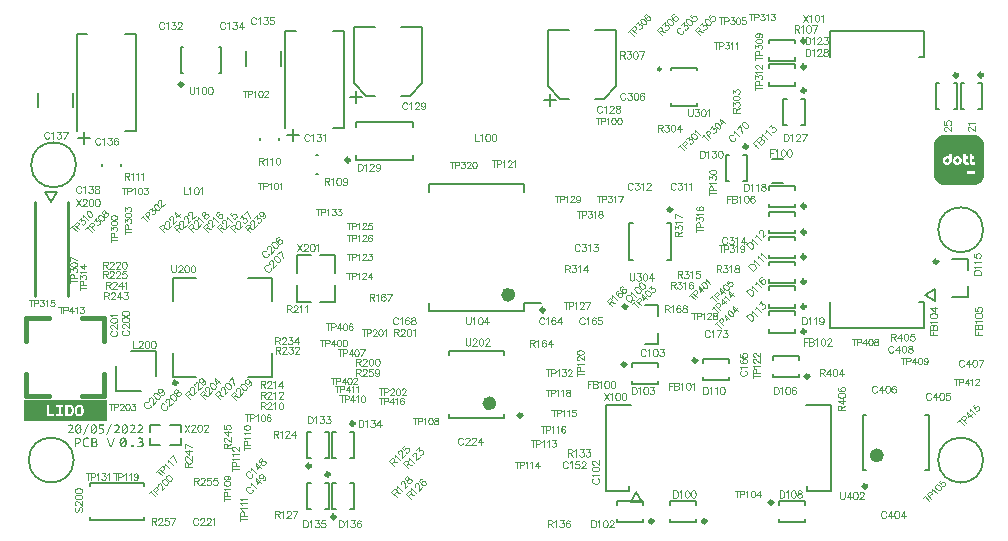
<source format=gto>
G04*
G04 #@! TF.GenerationSoftware,Altium Limited,Altium Designer,22.6.1 (34)*
G04*
G04 Layer_Color=65535*
%FSLAX44Y44*%
%MOMM*%
G71*
G04*
G04 #@! TF.SameCoordinates,0BC7250A-E466-409B-9AFC-A4DADF5EADDD*
G04*
G04*
G04 #@! TF.FilePolarity,Positive*
G04*
G01*
G75*
%ADD10C,0.3000*%
%ADD11C,0.6000*%
%ADD12C,0.2500*%
%ADD13C,0.2000*%
%ADD14C,0.4000*%
%ADD15C,0.1200*%
%ADD16C,0.1100*%
G36*
X803922Y335432D02*
X805245Y335422D01*
X805297Y335401D01*
X805391Y335391D01*
X805422Y335401D01*
X805838Y335391D01*
X805859Y335370D01*
X805911Y335349D01*
X806286Y335339D01*
X806318Y335328D01*
X806391Y335318D01*
X806651Y335307D01*
X806703Y335276D01*
X806776Y335255D01*
X806984Y335245D01*
X807016Y335234D01*
X807109Y335224D01*
X807141Y335234D01*
X807255Y335224D01*
X807328Y335193D01*
X807370Y335182D01*
X807453Y335172D01*
X807505Y335151D01*
X807609Y335141D01*
X807682Y335130D01*
X807724Y335120D01*
X807792Y335104D01*
X807844Y335094D01*
X807927Y335073D01*
X808016Y335047D01*
X808141Y335026D01*
X808240Y335010D01*
X808302Y334969D01*
X808391Y334943D01*
X808510Y334917D01*
X808594Y334885D01*
X808714Y334849D01*
X808792Y334833D01*
X808833Y334823D01*
X808849Y334807D01*
X808870Y334797D01*
X808932Y334755D01*
X809031Y334740D01*
X809073Y334729D01*
X809156Y334698D01*
X809172Y334682D01*
X809193Y334672D01*
X809266Y334641D01*
X809375Y334615D01*
X809437Y334573D01*
X809495Y334547D01*
X809537Y334536D01*
X809599Y334526D01*
X809651Y334495D01*
X809714Y334453D01*
X809812Y334417D01*
X809875Y334375D01*
X809922Y334349D01*
X810021Y334313D01*
X810083Y334271D01*
X810141Y334245D01*
X810208Y334219D01*
X810292Y334167D01*
X810380Y334120D01*
X810401Y334099D01*
X810422Y334089D01*
X810443Y334068D01*
X810495Y334047D01*
X810589Y333995D01*
X810620Y333964D01*
X810714Y333922D01*
X810734Y333911D01*
X810838Y333839D01*
X810911Y333797D01*
X810932Y333776D01*
X810953Y333766D01*
X810974Y333745D01*
X811047Y333703D01*
X811109Y333641D01*
X811203Y333588D01*
X811234Y333557D01*
X811328Y333505D01*
X811380Y333453D01*
X811401Y333443D01*
X811422Y333422D01*
X811443Y333411D01*
X811505Y333349D01*
X811578Y333307D01*
X811641Y333245D01*
X811662Y333234D01*
X811734Y333161D01*
X811828Y333109D01*
X811844Y333094D01*
X811854Y333073D01*
X811901Y333026D01*
X811922Y333016D01*
X811948Y332990D01*
X811958Y332969D01*
X812005Y332922D01*
X812026Y332911D01*
X812042Y332896D01*
X812052Y332875D01*
X812099Y332828D01*
X812120Y332818D01*
X812156Y332781D01*
X812167Y332760D01*
X812203Y332724D01*
X812224Y332714D01*
X812250Y332687D01*
X812260Y332667D01*
X812297Y332630D01*
X812318Y332620D01*
X812344Y332594D01*
X812354Y332573D01*
X812391Y332536D01*
X812411Y332526D01*
X812448Y332490D01*
X812458Y332469D01*
X812505Y332422D01*
X812526Y332411D01*
X812542Y332396D01*
X812552Y332375D01*
X812599Y332328D01*
X812620Y332318D01*
X812656Y332281D01*
X812667Y332260D01*
X812703Y332224D01*
X812724Y332214D01*
X812750Y332188D01*
X812792Y332115D01*
X812797Y332109D01*
X812802Y332104D01*
X812812Y332083D01*
X812865Y332031D01*
X812875Y332010D01*
X812948Y331937D01*
X812990Y331865D01*
X813042Y331813D01*
X813052Y331792D01*
X813135Y331708D01*
X813146Y331688D01*
X813198Y331594D01*
X813240Y331552D01*
X813292Y331458D01*
X813328Y331432D01*
X813344Y331417D01*
X813396Y331323D01*
X813427Y331292D01*
X813438Y331271D01*
X813490Y331177D01*
X813510Y331156D01*
X813521Y331135D01*
X813542Y331115D01*
X813568Y331047D01*
X813604Y330990D01*
X813625Y330969D01*
X813635Y330948D01*
X813719Y330792D01*
X813740Y330771D01*
X813802Y330656D01*
X813823Y330635D01*
X813854Y330563D01*
X813880Y330495D01*
X813922Y330432D01*
X813938Y330417D01*
X813948Y330375D01*
X813958Y330344D01*
X814021Y330229D01*
X814062Y330135D01*
X814146Y329958D01*
X814162Y329891D01*
X814224Y329786D01*
X814250Y329729D01*
X814260Y329656D01*
X814286Y329589D01*
X814302Y329573D01*
X814313Y329552D01*
X814333Y329531D01*
X814354Y329448D01*
X814365Y329375D01*
X814391Y329307D01*
X814432Y329245D01*
X814458Y329177D01*
X814484Y329068D01*
X814505Y329016D01*
X814531Y328927D01*
X814563Y328802D01*
X814578Y328734D01*
X814609Y328672D01*
X814646Y328583D01*
X814661Y328453D01*
X814672Y328401D01*
X814682Y328359D01*
X814714Y328276D01*
X814729Y328219D01*
X814766Y327995D01*
X814776Y327891D01*
X814797Y327839D01*
X814812Y327823D01*
X814818Y327766D01*
X814812Y327677D01*
X814844Y327604D01*
X814854Y327562D01*
X814865Y327354D01*
X814885Y327302D01*
X814896Y327240D01*
X814885Y327208D01*
X814896Y327094D01*
X814938Y327031D01*
X814948Y326958D01*
X814958Y326656D01*
X814969Y326625D01*
X814979Y326583D01*
X814974Y326474D01*
X814979Y326396D01*
X814969Y326365D01*
X814979Y326250D01*
X815031Y326135D01*
X815042Y325552D01*
X815052Y325521D01*
X815042Y302500D01*
X815031Y302469D01*
X815021Y301927D01*
X814979Y301833D01*
X814969Y301760D01*
X814979Y301625D01*
X814969Y301615D01*
X814979Y301583D01*
X814969Y301448D01*
X814958Y301417D01*
X814948Y301375D01*
X814938Y301104D01*
X814885Y300990D01*
X814891Y300807D01*
X814865Y300719D01*
X814854Y300646D01*
X814844Y300479D01*
X814812Y300406D01*
X814818Y300307D01*
X814807Y300266D01*
X814781Y300219D01*
X814771Y300177D01*
X814760Y300042D01*
X814750Y300010D01*
X814729Y299865D01*
X814703Y299797D01*
X814677Y299708D01*
X814661Y299641D01*
X814651Y299578D01*
X814599Y299432D01*
X814583Y299375D01*
X814563Y299292D01*
X814547Y299224D01*
X814536Y299182D01*
X814516Y299130D01*
X814469Y299021D01*
X814453Y298943D01*
X814437Y298885D01*
X814385Y298771D01*
X814365Y298698D01*
X814339Y298589D01*
X814323Y298552D01*
X814302Y298531D01*
X814292Y298510D01*
X814271Y298458D01*
X814260Y298417D01*
X814245Y298349D01*
X814193Y298266D01*
X814156Y298177D01*
X814146Y298135D01*
X814120Y298068D01*
X814073Y297990D01*
X814036Y297891D01*
X814000Y297833D01*
X813958Y297740D01*
X813938Y297687D01*
X813927Y297667D01*
X813906Y297646D01*
X813896Y297625D01*
X813854Y297531D01*
X813833Y297479D01*
X813781Y297427D01*
X813771Y297406D01*
X813708Y297292D01*
X813615Y297115D01*
X813573Y297073D01*
X813510Y296958D01*
X813469Y296917D01*
X813453Y296859D01*
X813401Y296776D01*
X813354Y296729D01*
X813344Y296708D01*
X813297Y296651D01*
X813219Y296521D01*
X813187Y296490D01*
X813177Y296469D01*
X813146Y296437D01*
X813135Y296417D01*
X813094Y296375D01*
X813083Y296354D01*
X813016Y296255D01*
X812969Y296208D01*
X812927Y296135D01*
X812781Y295990D01*
X812719Y295875D01*
X812656Y295823D01*
X812646Y295802D01*
X812609Y295766D01*
X812589Y295755D01*
X812542Y295708D01*
X812531Y295688D01*
X812516Y295672D01*
X812495Y295661D01*
X812448Y295615D01*
X812438Y295594D01*
X812401Y295557D01*
X812380Y295547D01*
X812344Y295510D01*
X812333Y295490D01*
X812307Y295464D01*
X812287Y295453D01*
X812250Y295417D01*
X812240Y295396D01*
X812214Y295370D01*
X812193Y295359D01*
X812156Y295323D01*
X812146Y295302D01*
X812109Y295266D01*
X812088Y295255D01*
X812042Y295208D01*
X812031Y295187D01*
X812016Y295172D01*
X811995Y295161D01*
X811948Y295115D01*
X811937Y295094D01*
X811911Y295068D01*
X811891Y295057D01*
X811844Y295010D01*
X811833Y294990D01*
X811818Y294974D01*
X811703Y294911D01*
X811568Y294776D01*
X811547Y294766D01*
X811474Y294713D01*
X811432Y294672D01*
X811412Y294661D01*
X811339Y294620D01*
X811318Y294599D01*
X811297Y294589D01*
X811255Y294547D01*
X811234Y294536D01*
X811193Y294495D01*
X811172Y294484D01*
X811078Y294432D01*
X811057Y294411D01*
X811037Y294401D01*
X811016Y294380D01*
X810995Y294370D01*
X810974Y294349D01*
X810953Y294338D01*
X810891Y294276D01*
X810792Y294240D01*
X810776Y294224D01*
X810755Y294214D01*
X810714Y294172D01*
X810599Y294109D01*
X810568Y294078D01*
X810495Y294047D01*
X810401Y293995D01*
X810286Y293932D01*
X810266Y293911D01*
X810245Y293901D01*
X810224Y293880D01*
X810172Y293859D01*
X810104Y293833D01*
X810042Y293792D01*
X809984Y293766D01*
X809917Y293740D01*
X809833Y293687D01*
X809776Y293661D01*
X809724Y293641D01*
X809656Y293615D01*
X809609Y293589D01*
X809557Y293568D01*
X809516Y293557D01*
X809422Y293505D01*
X809328Y293463D01*
X809250Y293448D01*
X809187Y293417D01*
X809109Y293370D01*
X808979Y293344D01*
X808938Y293333D01*
X808833Y293292D01*
X808766Y293266D01*
X808698Y293250D01*
X808656Y293240D01*
X808526Y293182D01*
X808443Y293161D01*
X808281Y293125D01*
X808224Y293099D01*
X808120Y293068D01*
X808078Y293057D01*
X807990Y293042D01*
X807901Y293016D01*
X807818Y292995D01*
X807750Y292979D01*
X807646Y292958D01*
X807542Y292948D01*
X807490Y292938D01*
X807401Y292911D01*
X807276Y292901D01*
X807203Y292870D01*
X807037Y292859D01*
X806953Y292849D01*
X806922Y292838D01*
X806849Y292828D01*
X806818Y292838D01*
X806682Y292828D01*
X806620Y292786D01*
X806516Y292776D01*
X806297Y292766D01*
X806266Y292755D01*
X806193Y292745D01*
X805849Y292734D01*
X805776Y292703D01*
X805672Y292693D01*
X805203Y292682D01*
X805172Y292672D01*
X805130Y292661D01*
X782141Y292672D01*
X782088Y292693D01*
X781547Y292703D01*
X781474Y292734D01*
X781432Y292745D01*
X781047Y292755D01*
X781016Y292766D01*
X780943Y292776D01*
X780714Y292786D01*
X780651Y292828D01*
X780578Y292838D01*
X780437Y292833D01*
X780385Y292844D01*
X780344Y292854D01*
X780120Y292870D01*
X780026Y292911D01*
X779880Y292922D01*
X779828Y292943D01*
X779724Y292953D01*
X779635Y292969D01*
X779583Y292979D01*
X779542Y292990D01*
X779490Y293000D01*
X779406Y293021D01*
X779318Y293047D01*
X779245Y293057D01*
X779203Y293068D01*
X779073Y293115D01*
X779005Y293141D01*
X778917Y293156D01*
X778865Y293167D01*
X778823Y293177D01*
X778740Y293208D01*
X778651Y293245D01*
X778568Y293266D01*
X778500Y293292D01*
X778411Y293328D01*
X778328Y293349D01*
X778260Y293365D01*
X778219Y293375D01*
X778135Y293427D01*
X778083Y293448D01*
X778042Y293458D01*
X777990Y293469D01*
X777937Y293490D01*
X777901Y293516D01*
X777807Y293557D01*
X777740Y293583D01*
X777703Y293599D01*
X777609Y293641D01*
X777557Y293661D01*
X777464Y293713D01*
X777349Y293766D01*
X777255Y293818D01*
X777161Y293859D01*
X777088Y293901D01*
X777068Y293922D01*
X777047Y293932D01*
X776932Y293995D01*
X776911Y294016D01*
X776839Y294047D01*
X776745Y294099D01*
X776713Y294130D01*
X776599Y294193D01*
X776568Y294224D01*
X776547Y294234D01*
X776474Y294266D01*
X776422Y294297D01*
X776401Y294318D01*
X776380Y294328D01*
X776359Y294349D01*
X776286Y294391D01*
X776234Y294443D01*
X776214Y294453D01*
X776115Y294521D01*
X776088Y294547D01*
X776068Y294557D01*
X776026Y294599D01*
X776005Y294609D01*
X775984Y294630D01*
X775891Y294682D01*
X775865Y294708D01*
X775859Y294724D01*
X775838Y294734D01*
X775740Y294802D01*
X775609Y294932D01*
X775500Y294990D01*
X775490Y295010D01*
X775432Y295068D01*
X775412Y295078D01*
X775385Y295104D01*
X775375Y295125D01*
X775328Y295172D01*
X775307Y295182D01*
X775292Y295198D01*
X775281Y295219D01*
X775234Y295266D01*
X775213Y295276D01*
X775177Y295312D01*
X775167Y295333D01*
X775130Y295370D01*
X775109Y295380D01*
X775083Y295406D01*
X775073Y295427D01*
X775036Y295464D01*
X775016Y295474D01*
X774990Y295500D01*
X774979Y295521D01*
X774943Y295557D01*
X774922Y295568D01*
X774885Y295604D01*
X774875Y295625D01*
X774828Y295672D01*
X774807Y295682D01*
X774792Y295698D01*
X774781Y295719D01*
X774734Y295766D01*
X774714Y295776D01*
X774677Y295812D01*
X774667Y295833D01*
X774630Y295870D01*
X774609Y295880D01*
X774594Y295896D01*
X774531Y296010D01*
X774385Y296156D01*
X774344Y296229D01*
X774292Y296281D01*
X774281Y296302D01*
X774213Y296401D01*
X774187Y296427D01*
X774177Y296448D01*
X774156Y296469D01*
X774146Y296490D01*
X774094Y296542D01*
X774042Y296635D01*
X774005Y296661D01*
X773990Y296677D01*
X773938Y296771D01*
X773906Y296802D01*
X773875Y296875D01*
X773854Y296927D01*
X773812Y296969D01*
X773802Y296990D01*
X773750Y297083D01*
X773708Y297125D01*
X773698Y297146D01*
X773615Y297302D01*
X773542Y297437D01*
X773500Y297479D01*
X773479Y297531D01*
X773448Y297615D01*
X773427Y297635D01*
X773417Y297656D01*
X773396Y297677D01*
X773385Y297719D01*
X773375Y297750D01*
X773323Y297844D01*
X773271Y297958D01*
X773187Y298135D01*
X773172Y298203D01*
X773151Y298255D01*
X773125Y298281D01*
X773115Y298302D01*
X773083Y298375D01*
X773057Y298484D01*
X773016Y298547D01*
X773000Y298563D01*
X772984Y298620D01*
X772974Y298672D01*
X772963Y298734D01*
X772943Y298786D01*
X772901Y298849D01*
X772875Y298917D01*
X772849Y299026D01*
X772828Y299078D01*
X772802Y299167D01*
X772771Y299292D01*
X772755Y299359D01*
X772734Y299411D01*
X772719Y299427D01*
X772708Y299448D01*
X772688Y299500D01*
X772672Y299651D01*
X772651Y299734D01*
X772620Y299818D01*
X772604Y299875D01*
X772578Y300036D01*
X772562Y300177D01*
X772547Y300234D01*
X772521Y300281D01*
X772516Y300328D01*
X772521Y300417D01*
X772490Y300490D01*
X772479Y300531D01*
X772469Y300740D01*
X772448Y300792D01*
X772438Y300854D01*
X772448Y300885D01*
X772438Y301000D01*
X772396Y301063D01*
X772385Y301135D01*
X772375Y301437D01*
X772365Y301469D01*
X772354Y301542D01*
X772365Y301708D01*
X772354Y301812D01*
X772312Y301875D01*
X772302Y301917D01*
X772292Y302542D01*
X772281Y302573D01*
X772271Y304333D01*
X772281Y325542D01*
X772292Y325573D01*
X772302Y325646D01*
X772312Y326219D01*
X772354Y326281D01*
X772365Y326354D01*
X772359Y326599D01*
X772370Y326651D01*
X772380Y326693D01*
X772391Y327005D01*
X772411Y327057D01*
X772427Y327073D01*
X772448Y327146D01*
X772443Y327276D01*
X772453Y327328D01*
X772469Y327375D01*
X772479Y327417D01*
X772490Y327646D01*
X772510Y327698D01*
X772521Y327812D01*
X772562Y327906D01*
X772573Y328042D01*
X772583Y328073D01*
X772609Y328245D01*
X772630Y328297D01*
X772656Y328385D01*
X772677Y328469D01*
X772693Y328609D01*
X772708Y328646D01*
X772750Y328708D01*
X772766Y328776D01*
X772776Y328828D01*
X772807Y328953D01*
X772839Y329036D01*
X772854Y329083D01*
X772865Y329125D01*
X772880Y329193D01*
X772901Y329245D01*
X772917Y329260D01*
X772927Y329281D01*
X772969Y329375D01*
X772984Y329464D01*
X772995Y329505D01*
X773010Y329542D01*
X773031Y329562D01*
X773042Y329583D01*
X773073Y329656D01*
X773089Y329745D01*
X773141Y329828D01*
X773156Y329844D01*
X773177Y329917D01*
X773187Y329958D01*
X773214Y330026D01*
X773260Y330104D01*
X773297Y330203D01*
X773338Y330266D01*
X773375Y330354D01*
X773396Y330406D01*
X773406Y330427D01*
X773427Y330448D01*
X773438Y330469D01*
X773479Y330563D01*
X773531Y330656D01*
X773583Y330740D01*
X773615Y330792D01*
X773656Y330854D01*
X773682Y330922D01*
X773724Y330984D01*
X773750Y331010D01*
X773781Y331083D01*
X773812Y331135D01*
X773859Y331193D01*
X773896Y331271D01*
X773943Y331328D01*
X773958Y331344D01*
X774010Y331437D01*
X774026Y331453D01*
X774047Y331464D01*
X774062Y331479D01*
X774115Y331573D01*
X774146Y331604D01*
X774156Y331625D01*
X774208Y331719D01*
X774292Y331802D01*
X774302Y331823D01*
X774365Y331885D01*
X774406Y331958D01*
X774479Y332031D01*
X774490Y332052D01*
X774531Y332094D01*
X774542Y332115D01*
X774583Y332177D01*
X774594Y332198D01*
X774620Y332224D01*
X774641Y332234D01*
X774677Y332271D01*
X774688Y332292D01*
X774724Y332328D01*
X774745Y332338D01*
X774792Y332385D01*
X774802Y332406D01*
X774818Y332422D01*
X774838Y332432D01*
X774885Y332479D01*
X774896Y332500D01*
X774932Y332536D01*
X774953Y332547D01*
X774969Y332562D01*
X775010Y332635D01*
X775078Y332703D01*
X775151Y332745D01*
X775177Y332771D01*
X775188Y332792D01*
X775224Y332828D01*
X775245Y332839D01*
X775292Y332885D01*
X775302Y332906D01*
X775318Y332922D01*
X775339Y332932D01*
X775385Y332979D01*
X775396Y333000D01*
X775422Y333026D01*
X775443Y333036D01*
X775490Y333083D01*
X775500Y333104D01*
X775516Y333120D01*
X775536Y333130D01*
X775609Y333172D01*
X775672Y333234D01*
X775693Y333245D01*
X775766Y333318D01*
X775787Y333328D01*
X775865Y333375D01*
X775875Y333396D01*
X775901Y333422D01*
X775922Y333432D01*
X775943Y333453D01*
X775964Y333464D01*
X776026Y333526D01*
X776120Y333578D01*
X776141Y333599D01*
X776161Y333609D01*
X776234Y333651D01*
X776307Y333724D01*
X776380Y333766D01*
X776438Y333812D01*
X776526Y333859D01*
X776620Y333922D01*
X776734Y333984D01*
X776766Y334016D01*
X776839Y334047D01*
X776911Y334089D01*
X776984Y334141D01*
X777078Y334193D01*
X777193Y334245D01*
X777287Y334297D01*
X777380Y334338D01*
X777432Y334359D01*
X777505Y334411D01*
X777557Y334432D01*
X777625Y334458D01*
X777688Y334500D01*
X777703Y334516D01*
X777771Y334531D01*
X777823Y334542D01*
X777875Y334562D01*
X777937Y334604D01*
X778005Y334630D01*
X778083Y334646D01*
X778146Y334677D01*
X778214Y334714D01*
X778287Y334734D01*
X778328Y334745D01*
X778406Y334760D01*
X778469Y334802D01*
X778516Y334828D01*
X778583Y334844D01*
X778646Y334854D01*
X778760Y334896D01*
X778849Y334922D01*
X778891Y334932D01*
X779000Y334958D01*
X779036Y334974D01*
X779099Y335016D01*
X779292Y335042D01*
X779344Y335052D01*
X779432Y335078D01*
X779516Y335099D01*
X779583Y335115D01*
X779635Y335125D01*
X779698Y335135D01*
X779792Y335146D01*
X779844Y335156D01*
X779932Y335182D01*
X780026Y335193D01*
X780099Y335224D01*
X780141Y335234D01*
X780271Y335229D01*
X780385Y335250D01*
X780583Y335260D01*
X780651Y335286D01*
X780724Y335318D01*
X781037Y335328D01*
X781068Y335339D01*
X781141Y335349D01*
X781453Y335359D01*
X781505Y335391D01*
X781547Y335401D01*
X782000Y335396D01*
X782052Y335406D01*
X782109Y335422D01*
X782182Y335432D01*
X799130Y335443D01*
X803922Y335432D01*
D02*
G37*
G36*
X55537Y79167D02*
X55704Y79154D01*
X55870Y79140D01*
X56245Y79084D01*
X56272D01*
X56328Y79070D01*
X56425Y79043D01*
X56550Y79015D01*
X56688Y78973D01*
X56841Y78918D01*
X57188Y78793D01*
Y77697D01*
X57174Y77711D01*
X57105Y77739D01*
X57021Y77781D01*
X56896Y77836D01*
X56758Y77892D01*
X56605Y77947D01*
X56259Y78058D01*
X56231D01*
X56175Y78086D01*
X56078Y78100D01*
X55953Y78127D01*
X55801Y78155D01*
X55620Y78169D01*
X55426Y78197D01*
X55121D01*
X55010Y78183D01*
X54872Y78169D01*
X54719Y78141D01*
X54539Y78100D01*
X54359Y78044D01*
X54178Y77975D01*
X54164Y77961D01*
X54109Y77933D01*
X54012Y77878D01*
X53915Y77808D01*
X53790Y77725D01*
X53651Y77614D01*
X53513Y77489D01*
X53388Y77337D01*
X53374Y77323D01*
X53332Y77267D01*
X53277Y77184D01*
X53207Y77059D01*
X53124Y76921D01*
X53041Y76740D01*
X52958Y76546D01*
X52888Y76338D01*
Y76311D01*
X52861Y76241D01*
X52833Y76116D01*
X52805Y75950D01*
X52778Y75756D01*
X52750Y75534D01*
X52736Y75284D01*
X52722Y75007D01*
Y74993D01*
Y74938D01*
Y74854D01*
X52736Y74743D01*
Y74619D01*
X52750Y74466D01*
X52778Y74300D01*
X52805Y74119D01*
X52875Y73731D01*
X52986Y73329D01*
X53152Y72954D01*
X53249Y72788D01*
X53360Y72622D01*
X53374Y72608D01*
X53388Y72594D01*
X53429Y72552D01*
X53485Y72497D01*
X53540Y72441D01*
X53623Y72372D01*
X53721Y72289D01*
X53832Y72219D01*
X53956Y72150D01*
X54095Y72067D01*
X54261Y71997D01*
X54428Y71942D01*
X54608Y71887D01*
X54802Y71859D01*
X55024Y71831D01*
X55246Y71817D01*
X55440D01*
X55565Y71831D01*
X55718Y71845D01*
X55884Y71859D01*
X56245Y71928D01*
X56272D01*
X56328Y71956D01*
X56425Y71984D01*
X56550Y72025D01*
X56688Y72067D01*
X56841Y72122D01*
X57188Y72275D01*
Y71221D01*
X57174D01*
X57146Y71207D01*
X57091Y71179D01*
X57021Y71165D01*
X56924Y71124D01*
X56813Y71096D01*
X56702Y71054D01*
X56564Y71027D01*
X56245Y70943D01*
X55898Y70888D01*
X55524Y70833D01*
X55121Y70819D01*
X55052D01*
X54955Y70833D01*
X54830D01*
X54691Y70846D01*
X54525Y70874D01*
X54345Y70902D01*
X54137Y70943D01*
X53929Y70999D01*
X53707Y71068D01*
X53485Y71151D01*
X53263Y71249D01*
X53055Y71373D01*
X52847Y71512D01*
X52639Y71665D01*
X52459Y71845D01*
X52445Y71859D01*
X52417Y71900D01*
X52375Y71956D01*
X52320Y72039D01*
X52250Y72150D01*
X52167Y72275D01*
X52084Y72441D01*
X52001Y72622D01*
X51918Y72816D01*
X51835Y73052D01*
X51751Y73301D01*
X51682Y73565D01*
X51626Y73870D01*
X51585Y74189D01*
X51557Y74535D01*
X51543Y74896D01*
Y74910D01*
Y74938D01*
Y74993D01*
Y75062D01*
X51557Y75146D01*
Y75257D01*
X51571Y75492D01*
X51599Y75756D01*
X51654Y76061D01*
X51710Y76366D01*
X51793Y76671D01*
Y76685D01*
X51807Y76713D01*
X51821Y76754D01*
X51835Y76810D01*
X51904Y76948D01*
X51973Y77143D01*
X52084Y77351D01*
X52209Y77573D01*
X52348Y77808D01*
X52514Y78016D01*
X52542Y78044D01*
X52597Y78113D01*
X52708Y78211D01*
X52847Y78335D01*
X53013Y78474D01*
X53207Y78613D01*
X53429Y78751D01*
X53665Y78876D01*
X53679D01*
X53693Y78890D01*
X53734Y78904D01*
X53790Y78918D01*
X53929Y78973D01*
X54109Y79029D01*
X54331Y79084D01*
X54594Y79140D01*
X54886Y79167D01*
X55191Y79181D01*
X55399D01*
X55537Y79167D01*
D02*
G37*
G36*
X76298Y70916D02*
X74801D01*
X72096Y79070D01*
X73358D01*
X75106Y73565D01*
X75605Y71956D01*
X76118Y73565D01*
X77879Y79070D01*
X79072D01*
X76298Y70916D01*
D02*
G37*
G36*
X61542Y79057D02*
X61709Y79043D01*
X61917Y79015D01*
X62139Y78959D01*
X62388Y78904D01*
X62638Y78821D01*
X62888Y78724D01*
X63137Y78585D01*
X63359Y78432D01*
X63567Y78238D01*
X63734Y78003D01*
X63872Y77739D01*
X63955Y77434D01*
X63969Y77267D01*
X63983Y77087D01*
Y77073D01*
Y77059D01*
Y76976D01*
X63969Y76851D01*
X63942Y76699D01*
X63900Y76519D01*
X63844Y76324D01*
X63775Y76130D01*
X63664Y75950D01*
X63650Y75936D01*
X63609Y75867D01*
X63526Y75784D01*
X63428Y75686D01*
X63290Y75575D01*
X63109Y75451D01*
X62901Y75340D01*
X62652Y75243D01*
X62666D01*
X62707Y75229D01*
X62777Y75215D01*
X62860Y75201D01*
X63054Y75132D01*
X63276Y75035D01*
X63290D01*
X63331Y75007D01*
X63387Y74979D01*
X63456Y74924D01*
X63623Y74813D01*
X63789Y74646D01*
X63803Y74633D01*
X63831Y74605D01*
X63872Y74549D01*
X63914Y74494D01*
X63969Y74411D01*
X64025Y74314D01*
X64136Y74078D01*
Y74064D01*
X64163Y74022D01*
X64177Y73953D01*
X64205Y73870D01*
X64233Y73759D01*
X64247Y73634D01*
X64274Y73357D01*
Y73329D01*
Y73260D01*
X64261Y73149D01*
X64247Y72996D01*
X64219Y72843D01*
X64177Y72663D01*
X64122Y72483D01*
X64039Y72303D01*
X64025Y72289D01*
X63997Y72233D01*
X63942Y72150D01*
X63872Y72039D01*
X63789Y71928D01*
X63678Y71789D01*
X63553Y71665D01*
X63401Y71540D01*
X63387Y71526D01*
X63331Y71484D01*
X63234Y71429D01*
X63123Y71373D01*
X62971Y71290D01*
X62804Y71207D01*
X62610Y71138D01*
X62388Y71068D01*
X62361D01*
X62291Y71041D01*
X62166Y71027D01*
X62014Y70999D01*
X61820Y70971D01*
X61598Y70943D01*
X61348Y70930D01*
X61085Y70916D01*
X58991D01*
Y79070D01*
X61404D01*
X61542Y79057D01*
D02*
G37*
G36*
X47591D02*
X47771Y79043D01*
X47965Y79015D01*
X48381Y78932D01*
X48409D01*
X48478Y78904D01*
X48575Y78876D01*
X48714Y78821D01*
X48867Y78765D01*
X49019Y78682D01*
X49186Y78599D01*
X49352Y78488D01*
X49366Y78474D01*
X49421Y78432D01*
X49505Y78377D01*
X49602Y78280D01*
X49713Y78169D01*
X49823Y78044D01*
X49935Y77892D01*
X50032Y77725D01*
X50045Y77697D01*
X50073Y77642D01*
X50115Y77545D01*
X50156Y77406D01*
X50198Y77240D01*
X50240Y77046D01*
X50267Y76824D01*
X50281Y76574D01*
Y76546D01*
Y76491D01*
X50267Y76394D01*
X50254Y76269D01*
X50240Y76116D01*
X50198Y75936D01*
X50156Y75756D01*
X50087Y75575D01*
X50073Y75548D01*
X50059Y75492D01*
X50004Y75395D01*
X49948Y75284D01*
X49865Y75146D01*
X49768Y75007D01*
X49643Y74854D01*
X49505Y74702D01*
X49491Y74688D01*
X49435Y74633D01*
X49352Y74563D01*
X49241Y74480D01*
X49089Y74383D01*
X48922Y74272D01*
X48728Y74175D01*
X48506Y74078D01*
X48478Y74064D01*
X48395Y74036D01*
X48270Y74008D01*
X48090Y73967D01*
X47882Y73911D01*
X47632Y73884D01*
X47341Y73856D01*
X47036Y73842D01*
X46038D01*
Y70916D01*
X44928D01*
Y79070D01*
X47438D01*
X47591Y79057D01*
D02*
G37*
G36*
X100635Y79202D02*
X100801D01*
X100982Y79174D01*
X101176Y79147D01*
X101370Y79119D01*
X101564Y79063D01*
X101592D01*
X101647Y79036D01*
X101744Y79008D01*
X101869Y78966D01*
X101994Y78911D01*
X102147Y78842D01*
X102285Y78758D01*
X102424Y78661D01*
X102438Y78647D01*
X102479Y78620D01*
X102549Y78564D01*
X102618Y78481D01*
X102701Y78384D01*
X102799Y78273D01*
X102882Y78148D01*
X102951Y78009D01*
X102965Y77996D01*
X102979Y77940D01*
X103006Y77871D01*
X103048Y77760D01*
X103076Y77635D01*
X103104Y77496D01*
X103117Y77330D01*
X103131Y77164D01*
Y77150D01*
Y77136D01*
Y77094D01*
Y77039D01*
X103117Y76914D01*
X103090Y76734D01*
X103048Y76553D01*
X102979Y76345D01*
X102896Y76151D01*
X102785Y75971D01*
X102771Y75957D01*
X102715Y75901D01*
X102646Y75818D01*
X102535Y75707D01*
X102396Y75596D01*
X102230Y75485D01*
X102050Y75361D01*
X101828Y75264D01*
X101842D01*
X101897Y75250D01*
X101966Y75236D01*
X102063Y75208D01*
X102174Y75180D01*
X102299Y75139D01*
X102535Y75042D01*
X102549D01*
X102590Y75014D01*
X102646Y74986D01*
X102729Y74931D01*
X102896Y74820D01*
X103076Y74653D01*
X103090Y74639D01*
X103117Y74612D01*
X103159Y74556D01*
X103215Y74501D01*
X103270Y74418D01*
X103326Y74321D01*
X103436Y74099D01*
Y74085D01*
X103450Y74043D01*
X103478Y73988D01*
X103506Y73904D01*
X103520Y73794D01*
X103547Y73682D01*
X103561Y73405D01*
Y73377D01*
Y73308D01*
X103547Y73197D01*
X103533Y73045D01*
X103506Y72878D01*
X103464Y72698D01*
X103409Y72504D01*
X103326Y72323D01*
X103312Y72296D01*
X103284Y72240D01*
X103228Y72157D01*
X103159Y72032D01*
X103062Y71907D01*
X102937Y71769D01*
X102799Y71630D01*
X102632Y71491D01*
X102618Y71477D01*
X102549Y71436D01*
X102452Y71380D01*
X102313Y71297D01*
X102147Y71214D01*
X101952Y71131D01*
X101717Y71048D01*
X101467Y70978D01*
X101453D01*
X101439Y70964D01*
X101398D01*
X101342Y70950D01*
X101204Y70923D01*
X100996Y70895D01*
X100760Y70853D01*
X100483Y70826D01*
X100163Y70812D01*
X99817Y70798D01*
X99539D01*
X99373Y70812D01*
X99290D01*
X99220Y70826D01*
X99082D01*
X98902Y70840D01*
X98818D01*
X98763Y70853D01*
X98624Y70867D01*
X98458Y70881D01*
X98375D01*
X98333Y70895D01*
X98194Y70909D01*
X98069Y70923D01*
Y72240D01*
X98083D01*
X98139Y72226D01*
X98222Y72213D01*
X98319Y72199D01*
X98458Y72171D01*
X98596Y72157D01*
X98763Y72129D01*
X98943Y72115D01*
X99026D01*
X99123Y72101D01*
X99248D01*
X99401Y72088D01*
X99581D01*
X99775Y72074D01*
X100150D01*
X100274Y72088D01*
X100413D01*
X100566Y72115D01*
X100857Y72157D01*
X100871D01*
X100926Y72171D01*
X100982Y72199D01*
X101079Y72226D01*
X101273Y72296D01*
X101467Y72407D01*
X101481Y72421D01*
X101509Y72434D01*
X101550Y72476D01*
X101606Y72518D01*
X101731Y72642D01*
X101828Y72809D01*
Y72823D01*
X101842Y72850D01*
X101869Y72906D01*
X101897Y72975D01*
X101911Y73058D01*
X101939Y73155D01*
X101952Y73363D01*
Y73377D01*
Y73405D01*
Y73461D01*
X101939Y73530D01*
X101897Y73682D01*
X101828Y73849D01*
Y73863D01*
X101800Y73891D01*
X101772Y73932D01*
X101731Y73974D01*
X101620Y74099D01*
X101453Y74223D01*
X101439Y74237D01*
X101412Y74251D01*
X101356Y74279D01*
X101287Y74307D01*
X101204Y74348D01*
X101093Y74390D01*
X100982Y74431D01*
X100843Y74459D01*
X100829D01*
X100774Y74473D01*
X100704Y74487D01*
X100593Y74515D01*
X100469Y74528D01*
X100316Y74542D01*
X100136Y74556D01*
X99054D01*
Y75721D01*
X100052D01*
X100163Y75735D01*
X100302D01*
X100427Y75763D01*
X100566Y75777D01*
X100690Y75804D01*
X100704D01*
X100746Y75818D01*
X100801Y75846D01*
X100871Y75874D01*
X101037Y75957D01*
X101204Y76068D01*
X101217Y76082D01*
X101231Y76096D01*
X101315Y76179D01*
X101398Y76304D01*
X101481Y76456D01*
Y76470D01*
X101495Y76498D01*
X101509Y76539D01*
X101523Y76595D01*
X101550Y76747D01*
X101564Y76914D01*
Y76942D01*
Y76997D01*
X101550Y77080D01*
X101523Y77191D01*
X101481Y77316D01*
X101426Y77441D01*
X101342Y77566D01*
X101231Y77677D01*
X101217Y77691D01*
X101176Y77718D01*
X101093Y77760D01*
X100982Y77815D01*
X100843Y77857D01*
X100677Y77899D01*
X100469Y77926D01*
X100233Y77940D01*
X100052D01*
X99928Y77926D01*
X99775Y77912D01*
X99609Y77899D01*
X99262Y77843D01*
X99248D01*
X99179Y77829D01*
X99082Y77801D01*
X98971Y77774D01*
X98818Y77746D01*
X98652Y77691D01*
X98291Y77593D01*
Y78869D01*
X98305D01*
X98333Y78883D01*
X98388Y78897D01*
X98458Y78925D01*
X98638Y78966D01*
X98818Y79008D01*
X98832D01*
X98860Y79022D01*
X98915Y79036D01*
X98985Y79050D01*
X99151Y79091D01*
X99331Y79119D01*
X99345D01*
X99373Y79133D01*
X99429D01*
X99498Y79147D01*
X99664Y79174D01*
X99845Y79188D01*
X99886D01*
X99942Y79202D01*
X100011D01*
X100191Y79216D01*
X100510D01*
X100635Y79202D01*
D02*
G37*
G36*
X93798Y73211D02*
X93950Y73183D01*
X94117Y73128D01*
X94131D01*
X94158Y73114D01*
X94200Y73086D01*
X94256Y73058D01*
X94380Y72975D01*
X94505Y72864D01*
X94519Y72850D01*
X94533Y72836D01*
X94602Y72753D01*
X94685Y72628D01*
X94769Y72462D01*
Y72448D01*
X94782Y72421D01*
X94796Y72379D01*
X94824Y72323D01*
X94852Y72171D01*
X94866Y71991D01*
Y71977D01*
Y71949D01*
Y71894D01*
X94852Y71838D01*
X94824Y71686D01*
X94769Y71519D01*
Y71505D01*
X94755Y71477D01*
X94727Y71436D01*
X94699Y71394D01*
X94616Y71255D01*
X94505Y71131D01*
X94491D01*
X94477Y71103D01*
X94394Y71034D01*
X94269Y70950D01*
X94117Y70881D01*
X94103D01*
X94075Y70867D01*
X94034Y70853D01*
X93978Y70840D01*
X93826Y70798D01*
X93631Y70784D01*
X93534D01*
X93479Y70798D01*
X93326Y70826D01*
X93160Y70881D01*
X93146D01*
X93118Y70895D01*
X93077Y70923D01*
X93035Y70950D01*
X92896Y71020D01*
X92772Y71131D01*
Y71145D01*
X92744Y71158D01*
X92688Y71242D01*
X92605Y71367D01*
X92522Y71519D01*
Y71533D01*
X92508Y71561D01*
X92494Y71602D01*
X92480Y71658D01*
X92453Y71810D01*
X92439Y71991D01*
Y72004D01*
Y72032D01*
Y72088D01*
X92453Y72143D01*
X92480Y72296D01*
X92522Y72462D01*
Y72476D01*
X92536Y72504D01*
X92564Y72545D01*
X92591Y72601D01*
X92675Y72726D01*
X92772Y72864D01*
X92786Y72878D01*
X92799Y72892D01*
X92883Y72961D01*
X93007Y73045D01*
X93160Y73128D01*
X93174D01*
X93202Y73142D01*
X93243Y73155D01*
X93299Y73183D01*
X93451Y73211D01*
X93631Y73225D01*
X93729D01*
X93798Y73211D01*
D02*
G37*
G36*
X69620Y89245D02*
X66473D01*
Y87108D01*
X67328D01*
X67470Y87095D01*
X67638Y87082D01*
X67807Y87069D01*
X68196Y87004D01*
X68221D01*
X68286Y86978D01*
X68390Y86952D01*
X68506Y86926D01*
X68662Y86874D01*
X68817Y86810D01*
X68973Y86745D01*
X69128Y86654D01*
X69141Y86641D01*
X69193Y86615D01*
X69271Y86551D01*
X69361Y86486D01*
X69465Y86382D01*
X69569Y86278D01*
X69672Y86136D01*
X69776Y85993D01*
X69789Y85981D01*
X69815Y85916D01*
X69854Y85825D01*
X69905Y85709D01*
X69957Y85553D01*
X69996Y85372D01*
X70022Y85177D01*
X70035Y84944D01*
Y84918D01*
Y84854D01*
X70022Y84737D01*
X70009Y84607D01*
X69970Y84439D01*
X69931Y84271D01*
X69866Y84089D01*
X69789Y83908D01*
X69776Y83882D01*
X69750Y83830D01*
X69685Y83740D01*
X69608Y83636D01*
X69517Y83506D01*
X69400Y83377D01*
X69258Y83234D01*
X69102Y83105D01*
X69089Y83092D01*
X69025Y83053D01*
X68934Y82988D01*
X68817Y82910D01*
X68662Y82833D01*
X68493Y82742D01*
X68299Y82664D01*
X68092Y82587D01*
X68066Y82574D01*
X67988Y82561D01*
X67872Y82535D01*
X67716Y82496D01*
X67535Y82457D01*
X67315Y82431D01*
X67081Y82418D01*
X66835Y82405D01*
X66615D01*
X66473Y82418D01*
X66395D01*
X66356Y82431D01*
X66227D01*
X66084Y82444D01*
X66019D01*
X65967Y82457D01*
X65838Y82470D01*
X65708Y82483D01*
X65682D01*
X65605Y82496D01*
X65501D01*
X65384Y82509D01*
Y83429D01*
X65397D01*
X65436Y83416D01*
X65501Y83403D01*
X65592Y83390D01*
X65695Y83364D01*
X65812Y83351D01*
X65954Y83325D01*
X66097Y83312D01*
X66175D01*
X66252Y83299D01*
X66486D01*
X66628Y83286D01*
X67094D01*
X67211Y83299D01*
X67328Y83312D01*
X67470Y83325D01*
X67755Y83390D01*
X67768D01*
X67820Y83416D01*
X67885Y83442D01*
X67975Y83481D01*
X68183Y83571D01*
X68390Y83714D01*
X68403Y83727D01*
X68429Y83752D01*
X68481Y83791D01*
X68545Y83856D01*
X68610Y83921D01*
X68675Y84012D01*
X68804Y84206D01*
X68817Y84219D01*
X68830Y84258D01*
X68856Y84323D01*
X68882Y84400D01*
X68908Y84504D01*
X68921Y84620D01*
X68947Y84737D01*
Y84880D01*
Y84892D01*
Y84905D01*
Y84944D01*
X68934Y84996D01*
X68921Y85113D01*
X68882Y85268D01*
X68817Y85436D01*
X68727Y85605D01*
X68597Y85760D01*
X68429Y85903D01*
X68403Y85916D01*
X68338Y85955D01*
X68221Y86006D01*
X68053Y86071D01*
X67846Y86136D01*
X67587Y86188D01*
X67289Y86227D01*
X66952Y86240D01*
X65514D01*
Y90126D01*
X69620D01*
Y89245D01*
D02*
G37*
G36*
X100542Y90230D02*
X100671D01*
X100814Y90204D01*
X100969Y90178D01*
X101138Y90139D01*
X101293Y90087D01*
X101306Y90074D01*
X101358Y90061D01*
X101435Y90022D01*
X101539Y89970D01*
X101656Y89906D01*
X101772Y89841D01*
X102005Y89647D01*
X102018Y89634D01*
X102057Y89595D01*
X102109Y89530D01*
X102187Y89452D01*
X102264Y89349D01*
X102342Y89232D01*
X102420Y89102D01*
X102485Y88947D01*
X102498Y88934D01*
X102511Y88869D01*
X102536Y88792D01*
X102575Y88675D01*
X102601Y88532D01*
X102627Y88377D01*
X102640Y88209D01*
X102653Y88014D01*
Y88001D01*
Y87937D01*
Y87859D01*
X102640Y87742D01*
X102627Y87626D01*
X102601Y87483D01*
X102536Y87198D01*
Y87185D01*
X102511Y87134D01*
X102485Y87056D01*
X102446Y86965D01*
X102394Y86848D01*
X102329Y86719D01*
X102174Y86447D01*
X102161Y86434D01*
X102135Y86382D01*
X102083Y86317D01*
X102018Y86214D01*
X101928Y86097D01*
X101824Y85968D01*
X101707Y85825D01*
X101578Y85683D01*
X101565Y85670D01*
X101513Y85618D01*
X101435Y85540D01*
X101345Y85436D01*
X101215Y85307D01*
X101073Y85164D01*
X100917Y84996D01*
X100736Y84828D01*
X99363Y83481D01*
X103068D01*
Y82509D01*
X98041D01*
Y83416D01*
X99998Y85372D01*
X100023Y85398D01*
X100075Y85449D01*
X100166Y85540D01*
X100282Y85657D01*
X100412Y85786D01*
X100542Y85929D01*
X100671Y86071D01*
X100788Y86201D01*
X100801Y86214D01*
X100840Y86266D01*
X100891Y86330D01*
X100956Y86408D01*
X101034Y86512D01*
X101112Y86615D01*
X101254Y86835D01*
X101267Y86848D01*
X101280Y86887D01*
X101319Y86939D01*
X101358Y87017D01*
X101435Y87185D01*
X101487Y87380D01*
Y87393D01*
X101500Y87431D01*
X101513Y87483D01*
X101526Y87548D01*
Y87626D01*
X101539Y87729D01*
X101552Y87937D01*
Y87950D01*
Y87988D01*
Y88040D01*
X101539Y88105D01*
X101526Y88286D01*
X101474Y88468D01*
Y88481D01*
X101461Y88507D01*
X101448Y88558D01*
X101423Y88623D01*
X101345Y88766D01*
X101241Y88921D01*
X101228Y88934D01*
X101215Y88960D01*
X101176Y88986D01*
X101138Y89038D01*
X100995Y89128D01*
X100827Y89232D01*
X100814D01*
X100788Y89245D01*
X100736Y89271D01*
X100658Y89297D01*
X100568Y89310D01*
X100477Y89336D01*
X100360Y89349D01*
X100153D01*
X100062Y89336D01*
X99946Y89323D01*
X99803Y89297D01*
X99661Y89258D01*
X99505Y89206D01*
X99350Y89128D01*
X99337Y89115D01*
X99285Y89089D01*
X99207Y89038D01*
X99104Y88973D01*
X99000Y88895D01*
X98870Y88805D01*
X98754Y88688D01*
X98624Y88571D01*
X98067Y89232D01*
X98093Y89258D01*
X98145Y89310D01*
X98236Y89388D01*
X98352Y89491D01*
X98495Y89608D01*
X98663Y89724D01*
X98845Y89854D01*
X99052Y89958D01*
X99065D01*
X99078Y89970D01*
X99156Y89996D01*
X99272Y90048D01*
X99428Y90100D01*
X99622Y90152D01*
X99842Y90204D01*
X100088Y90230D01*
X100360Y90242D01*
X100451D01*
X100542Y90230D01*
D02*
G37*
G36*
X93974D02*
X94103D01*
X94246Y90204D01*
X94401Y90178D01*
X94570Y90139D01*
X94725Y90087D01*
X94738Y90074D01*
X94790Y90061D01*
X94868Y90022D01*
X94971Y89970D01*
X95088Y89906D01*
X95205Y89841D01*
X95438Y89647D01*
X95451Y89634D01*
X95490Y89595D01*
X95541Y89530D01*
X95619Y89452D01*
X95697Y89349D01*
X95774Y89232D01*
X95852Y89102D01*
X95917Y88947D01*
X95930Y88934D01*
X95943Y88869D01*
X95969Y88792D01*
X96008Y88675D01*
X96034Y88532D01*
X96060Y88377D01*
X96073Y88209D01*
X96085Y88014D01*
Y88001D01*
Y87937D01*
Y87859D01*
X96073Y87742D01*
X96060Y87626D01*
X96034Y87483D01*
X95969Y87198D01*
Y87185D01*
X95943Y87134D01*
X95917Y87056D01*
X95878Y86965D01*
X95826Y86848D01*
X95762Y86719D01*
X95606Y86447D01*
X95593Y86434D01*
X95567Y86382D01*
X95515Y86317D01*
X95451Y86214D01*
X95360Y86097D01*
X95256Y85968D01*
X95140Y85825D01*
X95010Y85683D01*
X94997Y85670D01*
X94945Y85618D01*
X94868Y85540D01*
X94777Y85436D01*
X94648Y85307D01*
X94505Y85164D01*
X94350Y84996D01*
X94168Y84828D01*
X92795Y83481D01*
X96500D01*
Y82509D01*
X91474D01*
Y83416D01*
X93430Y85372D01*
X93456Y85398D01*
X93508Y85449D01*
X93598Y85540D01*
X93715Y85657D01*
X93844Y85786D01*
X93974Y85929D01*
X94103Y86071D01*
X94220Y86201D01*
X94233Y86214D01*
X94272Y86266D01*
X94324Y86330D01*
X94389Y86408D01*
X94466Y86512D01*
X94544Y86615D01*
X94686Y86835D01*
X94699Y86848D01*
X94712Y86887D01*
X94751Y86939D01*
X94790Y87017D01*
X94868Y87185D01*
X94920Y87380D01*
Y87393D01*
X94932Y87431D01*
X94945Y87483D01*
X94958Y87548D01*
Y87626D01*
X94971Y87729D01*
X94984Y87937D01*
Y87950D01*
Y87988D01*
Y88040D01*
X94971Y88105D01*
X94958Y88286D01*
X94907Y88468D01*
Y88481D01*
X94894Y88507D01*
X94881Y88558D01*
X94855Y88623D01*
X94777Y88766D01*
X94673Y88921D01*
X94661Y88934D01*
X94648Y88960D01*
X94609Y88986D01*
X94570Y89038D01*
X94427Y89128D01*
X94259Y89232D01*
X94246D01*
X94220Y89245D01*
X94168Y89271D01*
X94090Y89297D01*
X94000Y89310D01*
X93909Y89336D01*
X93793Y89349D01*
X93585D01*
X93495Y89336D01*
X93378Y89323D01*
X93236Y89297D01*
X93093Y89258D01*
X92938Y89206D01*
X92782Y89128D01*
X92769Y89115D01*
X92717Y89089D01*
X92640Y89038D01*
X92536Y88973D01*
X92432Y88895D01*
X92303Y88805D01*
X92186Y88688D01*
X92057Y88571D01*
X91500Y89232D01*
X91526Y89258D01*
X91577Y89310D01*
X91668Y89388D01*
X91785Y89491D01*
X91927Y89608D01*
X92096Y89724D01*
X92277Y89854D01*
X92484Y89958D01*
X92497D01*
X92510Y89970D01*
X92588Y89996D01*
X92704Y90048D01*
X92860Y90100D01*
X93054Y90152D01*
X93274Y90204D01*
X93520Y90230D01*
X93793Y90242D01*
X93883D01*
X93974Y90230D01*
D02*
G37*
G36*
X80839D02*
X80968D01*
X81111Y90204D01*
X81266Y90178D01*
X81434Y90139D01*
X81590Y90087D01*
X81603Y90074D01*
X81655Y90061D01*
X81732Y90022D01*
X81836Y89970D01*
X81953Y89906D01*
X82069Y89841D01*
X82302Y89647D01*
X82315Y89634D01*
X82354Y89595D01*
X82406Y89530D01*
X82484Y89452D01*
X82562Y89349D01*
X82639Y89232D01*
X82717Y89102D01*
X82782Y88947D01*
X82795Y88934D01*
X82808Y88869D01*
X82833Y88792D01*
X82872Y88675D01*
X82898Y88532D01*
X82924Y88377D01*
X82937Y88209D01*
X82950Y88014D01*
Y88001D01*
Y87937D01*
Y87859D01*
X82937Y87742D01*
X82924Y87626D01*
X82898Y87483D01*
X82833Y87198D01*
Y87185D01*
X82808Y87134D01*
X82782Y87056D01*
X82743Y86965D01*
X82691Y86848D01*
X82626Y86719D01*
X82471Y86447D01*
X82458Y86434D01*
X82432Y86382D01*
X82380Y86317D01*
X82315Y86214D01*
X82225Y86097D01*
X82121Y85968D01*
X82004Y85825D01*
X81875Y85683D01*
X81862Y85670D01*
X81810Y85618D01*
X81732Y85540D01*
X81642Y85436D01*
X81512Y85307D01*
X81370Y85164D01*
X81214Y84996D01*
X81033Y84828D01*
X79660Y83481D01*
X83365D01*
Y82509D01*
X78338D01*
Y83416D01*
X80295Y85372D01*
X80320Y85398D01*
X80372Y85449D01*
X80463Y85540D01*
X80580Y85657D01*
X80709Y85786D01*
X80839Y85929D01*
X80968Y86071D01*
X81085Y86201D01*
X81098Y86214D01*
X81137Y86266D01*
X81188Y86330D01*
X81253Y86408D01*
X81331Y86512D01*
X81409Y86615D01*
X81551Y86835D01*
X81564Y86848D01*
X81577Y86887D01*
X81616Y86939D01*
X81655Y87017D01*
X81732Y87185D01*
X81784Y87380D01*
Y87393D01*
X81797Y87431D01*
X81810Y87483D01*
X81823Y87548D01*
Y87626D01*
X81836Y87729D01*
X81849Y87937D01*
Y87950D01*
Y87988D01*
Y88040D01*
X81836Y88105D01*
X81823Y88286D01*
X81771Y88468D01*
Y88481D01*
X81758Y88507D01*
X81745Y88558D01*
X81719Y88623D01*
X81642Y88766D01*
X81538Y88921D01*
X81525Y88934D01*
X81512Y88960D01*
X81473Y88986D01*
X81434Y89038D01*
X81292Y89128D01*
X81124Y89232D01*
X81111D01*
X81085Y89245D01*
X81033Y89271D01*
X80955Y89297D01*
X80864Y89310D01*
X80774Y89336D01*
X80657Y89349D01*
X80450D01*
X80359Y89336D01*
X80243Y89323D01*
X80100Y89297D01*
X79958Y89258D01*
X79802Y89206D01*
X79647Y89128D01*
X79634Y89115D01*
X79582Y89089D01*
X79504Y89038D01*
X79401Y88973D01*
X79297Y88895D01*
X79167Y88805D01*
X79051Y88688D01*
X78921Y88571D01*
X78364Y89232D01*
X78390Y89258D01*
X78442Y89310D01*
X78533Y89388D01*
X78649Y89491D01*
X78792Y89608D01*
X78960Y89724D01*
X79142Y89854D01*
X79349Y89958D01*
X79362D01*
X79375Y89970D01*
X79453Y89996D01*
X79569Y90048D01*
X79724Y90100D01*
X79919Y90152D01*
X80139Y90204D01*
X80385Y90230D01*
X80657Y90242D01*
X80748D01*
X80839Y90230D01*
D02*
G37*
G36*
X41432D02*
X41562D01*
X41705Y90204D01*
X41860Y90178D01*
X42028Y90139D01*
X42184Y90087D01*
X42197Y90074D01*
X42249Y90061D01*
X42326Y90022D01*
X42430Y89970D01*
X42547Y89906D01*
X42663Y89841D01*
X42896Y89647D01*
X42909Y89634D01*
X42948Y89595D01*
X43000Y89530D01*
X43078Y89452D01*
X43155Y89349D01*
X43233Y89232D01*
X43311Y89102D01*
X43376Y88947D01*
X43389Y88934D01*
X43401Y88869D01*
X43427Y88792D01*
X43466Y88675D01*
X43492Y88532D01*
X43518Y88377D01*
X43531Y88209D01*
X43544Y88014D01*
Y88001D01*
Y87937D01*
Y87859D01*
X43531Y87742D01*
X43518Y87626D01*
X43492Y87483D01*
X43427Y87198D01*
Y87185D01*
X43401Y87134D01*
X43376Y87056D01*
X43337Y86965D01*
X43285Y86848D01*
X43220Y86719D01*
X43065Y86447D01*
X43052Y86434D01*
X43026Y86382D01*
X42974Y86317D01*
X42909Y86214D01*
X42819Y86097D01*
X42715Y85968D01*
X42598Y85825D01*
X42469Y85683D01*
X42456Y85670D01*
X42404Y85618D01*
X42326Y85540D01*
X42236Y85436D01*
X42106Y85307D01*
X41964Y85164D01*
X41808Y84996D01*
X41627Y84828D01*
X40254Y83481D01*
X43959D01*
Y82509D01*
X38932D01*
Y83416D01*
X40888Y85372D01*
X40914Y85398D01*
X40966Y85449D01*
X41057Y85540D01*
X41173Y85657D01*
X41303Y85786D01*
X41432Y85929D01*
X41562Y86071D01*
X41679Y86201D01*
X41692Y86214D01*
X41730Y86266D01*
X41782Y86330D01*
X41847Y86408D01*
X41925Y86512D01*
X42003Y86615D01*
X42145Y86835D01*
X42158Y86848D01*
X42171Y86887D01*
X42210Y86939D01*
X42249Y87017D01*
X42326Y87185D01*
X42378Y87380D01*
Y87393D01*
X42391Y87431D01*
X42404Y87483D01*
X42417Y87548D01*
Y87626D01*
X42430Y87729D01*
X42443Y87937D01*
Y87950D01*
Y87988D01*
Y88040D01*
X42430Y88105D01*
X42417Y88286D01*
X42365Y88468D01*
Y88481D01*
X42352Y88507D01*
X42339Y88558D01*
X42313Y88623D01*
X42236Y88766D01*
X42132Y88921D01*
X42119Y88934D01*
X42106Y88960D01*
X42067Y88986D01*
X42028Y89038D01*
X41886Y89128D01*
X41718Y89232D01*
X41705D01*
X41679Y89245D01*
X41627Y89271D01*
X41549Y89297D01*
X41458Y89310D01*
X41368Y89336D01*
X41251Y89349D01*
X41044D01*
X40953Y89336D01*
X40837Y89323D01*
X40694Y89297D01*
X40552Y89258D01*
X40396Y89206D01*
X40241Y89128D01*
X40228Y89115D01*
X40176Y89089D01*
X40098Y89038D01*
X39995Y88973D01*
X39891Y88895D01*
X39761Y88805D01*
X39645Y88688D01*
X39515Y88571D01*
X38958Y89232D01*
X38984Y89258D01*
X39036Y89310D01*
X39127Y89388D01*
X39243Y89491D01*
X39386Y89608D01*
X39554Y89724D01*
X39736Y89854D01*
X39943Y89958D01*
X39956D01*
X39969Y89970D01*
X40046Y89996D01*
X40163Y90048D01*
X40318Y90100D01*
X40513Y90152D01*
X40733Y90204D01*
X40979Y90230D01*
X41251Y90242D01*
X41342D01*
X41432Y90230D01*
D02*
G37*
G36*
X87613D02*
X87756Y90217D01*
X87924Y90191D01*
X88119Y90139D01*
X88300Y90087D01*
X88494Y90009D01*
X88520Y89996D01*
X88585Y89970D01*
X88676Y89906D01*
X88792Y89828D01*
X88922Y89737D01*
X89064Y89608D01*
X89207Y89465D01*
X89349Y89297D01*
X89362Y89271D01*
X89414Y89206D01*
X89479Y89102D01*
X89557Y88960D01*
X89647Y88792D01*
X89738Y88571D01*
X89829Y88338D01*
X89906Y88066D01*
Y88053D01*
X89919Y88027D01*
Y87988D01*
X89932Y87937D01*
X89958Y87859D01*
X89971Y87781D01*
X89984Y87677D01*
X90010Y87574D01*
X90036Y87315D01*
X90075Y87017D01*
X90088Y86680D01*
X90101Y86317D01*
Y86304D01*
Y86278D01*
Y86227D01*
Y86175D01*
Y86097D01*
X90088Y86006D01*
X90075Y85786D01*
X90062Y85540D01*
X90023Y85268D01*
X89984Y84983D01*
X89919Y84711D01*
Y84698D01*
X89906Y84685D01*
Y84646D01*
X89893Y84594D01*
X89842Y84465D01*
X89790Y84297D01*
X89712Y84102D01*
X89621Y83895D01*
X89518Y83688D01*
X89388Y83481D01*
X89375Y83455D01*
X89323Y83390D01*
X89246Y83299D01*
X89142Y83182D01*
X89025Y83053D01*
X88870Y82923D01*
X88702Y82794D01*
X88507Y82677D01*
X88481Y82664D01*
X88417Y82638D01*
X88300Y82587D01*
X88158Y82548D01*
X87976Y82496D01*
X87769Y82444D01*
X87536Y82418D01*
X87277Y82405D01*
X87173D01*
X87057Y82418D01*
X86901Y82431D01*
X86733Y82457D01*
X86538Y82496D01*
X86344Y82548D01*
X86150Y82626D01*
X86124Y82638D01*
X86072Y82664D01*
X85981Y82729D01*
X85865Y82807D01*
X85722Y82898D01*
X85580Y83027D01*
X85437Y83170D01*
X85295Y83338D01*
X85282Y83364D01*
X85243Y83429D01*
X85178Y83532D01*
X85100Y83675D01*
X85010Y83843D01*
X84919Y84050D01*
X84828Y84297D01*
X84751Y84556D01*
Y84569D01*
X84738Y84594D01*
Y84633D01*
X84725Y84685D01*
X84712Y84763D01*
X84699Y84841D01*
X84673Y84944D01*
X84660Y85048D01*
X84621Y85307D01*
X84595Y85605D01*
X84582Y85955D01*
X84569Y86317D01*
Y86330D01*
Y86356D01*
Y86408D01*
Y86460D01*
Y86538D01*
X84582Y86628D01*
X84595Y86848D01*
X84608Y87095D01*
X84647Y87354D01*
X84686Y87639D01*
X84738Y87911D01*
Y87924D01*
X84751Y87950D01*
X84764Y87976D01*
X84777Y88027D01*
X84816Y88170D01*
X84867Y88338D01*
X84945Y88532D01*
X85036Y88740D01*
X85152Y88947D01*
X85269Y89154D01*
X85282Y89180D01*
X85334Y89245D01*
X85411Y89336D01*
X85515Y89452D01*
X85632Y89582D01*
X85787Y89711D01*
X85955Y89841D01*
X86150Y89958D01*
X86176Y89970D01*
X86240Y89996D01*
X86357Y90048D01*
X86500Y90100D01*
X86681Y90152D01*
X86901Y90204D01*
X87134Y90230D01*
X87393Y90242D01*
X87497D01*
X87613Y90230D01*
D02*
G37*
G36*
X61343D02*
X61485Y90217D01*
X61654Y90191D01*
X61848Y90139D01*
X62029Y90087D01*
X62224Y90009D01*
X62250Y89996D01*
X62314Y89970D01*
X62405Y89906D01*
X62522Y89828D01*
X62651Y89737D01*
X62794Y89608D01*
X62936Y89465D01*
X63079Y89297D01*
X63092Y89271D01*
X63143Y89206D01*
X63208Y89102D01*
X63286Y88960D01*
X63377Y88792D01*
X63467Y88571D01*
X63558Y88338D01*
X63636Y88066D01*
Y88053D01*
X63649Y88027D01*
Y87988D01*
X63662Y87937D01*
X63688Y87859D01*
X63700Y87781D01*
X63713Y87677D01*
X63739Y87574D01*
X63765Y87315D01*
X63804Y87017D01*
X63817Y86680D01*
X63830Y86317D01*
Y86304D01*
Y86278D01*
Y86227D01*
Y86175D01*
Y86097D01*
X63817Y86006D01*
X63804Y85786D01*
X63791Y85540D01*
X63752Y85268D01*
X63713Y84983D01*
X63649Y84711D01*
Y84698D01*
X63636Y84685D01*
Y84646D01*
X63623Y84594D01*
X63571Y84465D01*
X63519Y84297D01*
X63441Y84102D01*
X63351Y83895D01*
X63247Y83688D01*
X63117Y83481D01*
X63105Y83455D01*
X63053Y83390D01*
X62975Y83299D01*
X62871Y83182D01*
X62755Y83053D01*
X62599Y82923D01*
X62431Y82794D01*
X62237Y82677D01*
X62211Y82664D01*
X62146Y82638D01*
X62029Y82587D01*
X61887Y82548D01*
X61705Y82496D01*
X61498Y82444D01*
X61265Y82418D01*
X61006Y82405D01*
X60902D01*
X60786Y82418D01*
X60630Y82431D01*
X60462Y82457D01*
X60268Y82496D01*
X60073Y82548D01*
X59879Y82626D01*
X59853Y82638D01*
X59801Y82664D01*
X59711Y82729D01*
X59594Y82807D01*
X59451Y82898D01*
X59309Y83027D01*
X59166Y83170D01*
X59024Y83338D01*
X59011Y83364D01*
X58972Y83429D01*
X58907Y83532D01*
X58830Y83675D01*
X58739Y83843D01*
X58648Y84050D01*
X58558Y84297D01*
X58480Y84556D01*
Y84569D01*
X58467Y84594D01*
Y84633D01*
X58454Y84685D01*
X58441Y84763D01*
X58428Y84841D01*
X58402Y84944D01*
X58389Y85048D01*
X58350Y85307D01*
X58324Y85605D01*
X58312Y85955D01*
X58299Y86317D01*
Y86330D01*
Y86356D01*
Y86408D01*
Y86460D01*
Y86538D01*
X58312Y86628D01*
X58324Y86848D01*
X58337Y87095D01*
X58376Y87354D01*
X58415Y87639D01*
X58467Y87911D01*
Y87924D01*
X58480Y87950D01*
X58493Y87976D01*
X58506Y88027D01*
X58545Y88170D01*
X58597Y88338D01*
X58674Y88532D01*
X58765Y88740D01*
X58882Y88947D01*
X58998Y89154D01*
X59011Y89180D01*
X59063Y89245D01*
X59141Y89336D01*
X59244Y89452D01*
X59361Y89582D01*
X59516Y89711D01*
X59685Y89841D01*
X59879Y89958D01*
X59905Y89970D01*
X59970Y89996D01*
X60086Y90048D01*
X60229Y90100D01*
X60410Y90152D01*
X60630Y90204D01*
X60863Y90230D01*
X61123Y90242D01*
X61226D01*
X61343Y90230D01*
D02*
G37*
G36*
X48207D02*
X48350Y90217D01*
X48518Y90191D01*
X48713Y90139D01*
X48894Y90087D01*
X49088Y90009D01*
X49114Y89996D01*
X49179Y89970D01*
X49270Y89906D01*
X49386Y89828D01*
X49516Y89737D01*
X49658Y89608D01*
X49801Y89465D01*
X49943Y89297D01*
X49956Y89271D01*
X50008Y89206D01*
X50073Y89102D01*
X50150Y88960D01*
X50241Y88792D01*
X50332Y88571D01*
X50423Y88338D01*
X50500Y88066D01*
Y88053D01*
X50513Y88027D01*
Y87988D01*
X50526Y87937D01*
X50552Y87859D01*
X50565Y87781D01*
X50578Y87677D01*
X50604Y87574D01*
X50630Y87315D01*
X50669Y87017D01*
X50682Y86680D01*
X50695Y86317D01*
Y86304D01*
Y86278D01*
Y86227D01*
Y86175D01*
Y86097D01*
X50682Y86006D01*
X50669Y85786D01*
X50656Y85540D01*
X50617Y85268D01*
X50578Y84983D01*
X50513Y84711D01*
Y84698D01*
X50500Y84685D01*
Y84646D01*
X50487Y84594D01*
X50436Y84465D01*
X50384Y84297D01*
X50306Y84102D01*
X50215Y83895D01*
X50112Y83688D01*
X49982Y83481D01*
X49969Y83455D01*
X49917Y83390D01*
X49840Y83299D01*
X49736Y83182D01*
X49619Y83053D01*
X49464Y82923D01*
X49296Y82794D01*
X49101Y82677D01*
X49075Y82664D01*
X49011Y82638D01*
X48894Y82587D01*
X48752Y82548D01*
X48570Y82496D01*
X48363Y82444D01*
X48130Y82418D01*
X47871Y82405D01*
X47767D01*
X47650Y82418D01*
X47495Y82431D01*
X47327Y82457D01*
X47132Y82496D01*
X46938Y82548D01*
X46744Y82626D01*
X46718Y82638D01*
X46666Y82664D01*
X46575Y82729D01*
X46459Y82807D01*
X46316Y82898D01*
X46174Y83027D01*
X46031Y83170D01*
X45889Y83338D01*
X45876Y83364D01*
X45837Y83429D01*
X45772Y83532D01*
X45694Y83675D01*
X45604Y83843D01*
X45513Y84050D01*
X45422Y84297D01*
X45345Y84556D01*
Y84569D01*
X45332Y84594D01*
Y84633D01*
X45319Y84685D01*
X45306Y84763D01*
X45293Y84841D01*
X45267Y84944D01*
X45254Y85048D01*
X45215Y85307D01*
X45189Y85605D01*
X45176Y85955D01*
X45163Y86317D01*
Y86330D01*
Y86356D01*
Y86408D01*
Y86460D01*
Y86538D01*
X45176Y86628D01*
X45189Y86848D01*
X45202Y87095D01*
X45241Y87354D01*
X45280Y87639D01*
X45332Y87911D01*
Y87924D01*
X45345Y87950D01*
X45358Y87976D01*
X45370Y88027D01*
X45409Y88170D01*
X45461Y88338D01*
X45539Y88532D01*
X45630Y88740D01*
X45746Y88947D01*
X45863Y89154D01*
X45876Y89180D01*
X45928Y89245D01*
X46005Y89336D01*
X46109Y89452D01*
X46226Y89582D01*
X46381Y89711D01*
X46549Y89841D01*
X46744Y89958D01*
X46770Y89970D01*
X46834Y89996D01*
X46951Y90048D01*
X47093Y90100D01*
X47275Y90152D01*
X47495Y90204D01*
X47728Y90230D01*
X47987Y90242D01*
X48091D01*
X48207Y90230D01*
D02*
G37*
G36*
X72548Y81252D02*
X71589D01*
X75592Y90748D01*
X76551D01*
X72548Y81252D01*
D02*
G37*
G36*
X52845D02*
X51886D01*
X55889Y90748D01*
X56848D01*
X52845Y81252D01*
D02*
G37*
G36*
X72000Y93250D02*
X2000D01*
Y110750D01*
X72000D01*
Y93250D01*
D02*
G37*
G36*
X86326Y79202D02*
X86492Y79188D01*
X86686Y79160D01*
X86895Y79105D01*
X87102Y79050D01*
X87324Y78966D01*
X87352Y78952D01*
X87422Y78925D01*
X87533Y78869D01*
X87657Y78786D01*
X87810Y78675D01*
X87976Y78550D01*
X88143Y78398D01*
X88295Y78218D01*
X88309Y78190D01*
X88365Y78134D01*
X88434Y78023D01*
X88531Y77871D01*
X88642Y77691D01*
X88753Y77469D01*
X88850Y77205D01*
X88947Y76928D01*
Y76914D01*
X88961Y76886D01*
X88975Y76845D01*
X88989Y76789D01*
X89003Y76706D01*
X89016Y76623D01*
X89044Y76512D01*
X89072Y76401D01*
X89114Y76123D01*
X89141Y75791D01*
X89169Y75430D01*
X89183Y75028D01*
Y75014D01*
Y74986D01*
Y74931D01*
Y74861D01*
Y74778D01*
X89169Y74667D01*
X89155Y74431D01*
X89127Y74154D01*
X89086Y73849D01*
X89030Y73544D01*
X88961Y73239D01*
Y73225D01*
X88947Y73211D01*
X88933Y73169D01*
X88919Y73114D01*
X88864Y72961D01*
X88794Y72781D01*
X88711Y72559D01*
X88587Y72337D01*
X88462Y72115D01*
X88309Y71894D01*
X88295Y71866D01*
X88240Y71810D01*
X88143Y71713D01*
X88032Y71588D01*
X87879Y71450D01*
X87699Y71311D01*
X87505Y71186D01*
X87283Y71061D01*
X87255Y71048D01*
X87172Y71020D01*
X87047Y70978D01*
X86895Y70923D01*
X86686Y70867D01*
X86451Y70826D01*
X86187Y70798D01*
X85910Y70784D01*
X85799D01*
X85660Y70798D01*
X85494Y70812D01*
X85314Y70840D01*
X85092Y70881D01*
X84884Y70937D01*
X84662Y71020D01*
X84634Y71034D01*
X84565Y71061D01*
X84454Y71117D01*
X84329Y71200D01*
X84176Y71297D01*
X84010Y71436D01*
X83843Y71575D01*
X83677Y71755D01*
X83663Y71782D01*
X83608Y71852D01*
X83538Y71963D01*
X83441Y72115D01*
X83344Y72296D01*
X83233Y72518D01*
X83136Y72781D01*
X83039Y73058D01*
Y73072D01*
X83025Y73100D01*
Y73142D01*
X83011Y73197D01*
X82984Y73280D01*
X82970Y73363D01*
X82956Y73474D01*
X82928Y73599D01*
X82887Y73877D01*
X82859Y74196D01*
X82831Y74556D01*
X82817Y74958D01*
Y74972D01*
Y75000D01*
Y75055D01*
Y75125D01*
Y75208D01*
X82831Y75319D01*
X82845Y75555D01*
X82873Y75832D01*
X82900Y76137D01*
X82956Y76442D01*
X83025Y76747D01*
Y76761D01*
X83039Y76789D01*
X83053Y76831D01*
X83067Y76886D01*
X83122Y77025D01*
X83192Y77205D01*
X83275Y77427D01*
X83386Y77649D01*
X83511Y77871D01*
X83663Y78079D01*
X83677Y78106D01*
X83746Y78176D01*
X83830Y78273D01*
X83954Y78398D01*
X84107Y78536D01*
X84287Y78675D01*
X84481Y78800D01*
X84703Y78925D01*
X84717D01*
X84731Y78939D01*
X84814Y78966D01*
X84939Y79022D01*
X85105Y79077D01*
X85314Y79119D01*
X85549Y79174D01*
X85813Y79202D01*
X86090Y79216D01*
X86201D01*
X86326Y79202D01*
D02*
G37*
%LPC*%
G36*
X787099Y319016D02*
X785307Y319005D01*
X785286Y318984D01*
X785193Y318932D01*
X785167Y318906D01*
X785146Y318833D01*
X785135Y318729D01*
X785141Y317078D01*
X785120Y317057D01*
X785078Y317047D01*
X784880Y317141D01*
X784797Y317161D01*
X784740Y317177D01*
X784698Y317188D01*
X784641Y317213D01*
X784568Y317234D01*
X784526Y317245D01*
X784292Y317281D01*
X784208Y317302D01*
X784156Y317313D01*
X784094Y317323D01*
X784000Y317333D01*
X783391Y317339D01*
X783359Y317328D01*
X783234Y317318D01*
X783203Y317307D01*
X783135Y317292D01*
X783083Y317281D01*
X782958Y317260D01*
X782823Y317240D01*
X782781Y317229D01*
X782677Y317188D01*
X782620Y317172D01*
X782552Y317156D01*
X782510Y317146D01*
X782427Y317115D01*
X782359Y317078D01*
X782318Y317068D01*
X782219Y317031D01*
X782109Y316974D01*
X782042Y316948D01*
X782005Y316932D01*
X781932Y316880D01*
X781859Y316849D01*
X781807Y316818D01*
X781734Y316766D01*
X781641Y316714D01*
X781609Y316682D01*
X781516Y316630D01*
X781474Y316588D01*
X781453Y316578D01*
X781432Y316557D01*
X781380Y316526D01*
X781328Y316474D01*
X781307Y316464D01*
X781250Y316417D01*
X781203Y316370D01*
X781182Y316359D01*
X780865Y316042D01*
X780854Y316021D01*
X780833Y316000D01*
X780823Y315979D01*
X780750Y315906D01*
X780740Y315885D01*
X780693Y315828D01*
X780667Y315802D01*
X780625Y315729D01*
X780583Y315688D01*
X780573Y315667D01*
X780521Y315573D01*
X780479Y315531D01*
X780448Y315458D01*
X780437Y315438D01*
X780385Y315365D01*
X780354Y315292D01*
X780328Y315224D01*
X780302Y315198D01*
X780292Y315177D01*
X780260Y315104D01*
X780234Y315036D01*
X780167Y314885D01*
X780135Y314760D01*
X780120Y314703D01*
X780083Y314583D01*
X780073Y314542D01*
X780052Y314417D01*
X780042Y314375D01*
X780026Y314307D01*
X780010Y314250D01*
X780000Y314208D01*
X779984Y314120D01*
X779974Y314026D01*
X779958Y313719D01*
X779969Y313219D01*
X779979Y313188D01*
X779990Y313062D01*
X780000Y313031D01*
X780016Y312964D01*
X780036Y312880D01*
X780047Y312828D01*
X780057Y312766D01*
X780068Y312714D01*
X780078Y312651D01*
X780094Y312594D01*
X780125Y312521D01*
X780167Y312385D01*
X780177Y312344D01*
X780250Y312188D01*
X780286Y312089D01*
X780323Y312031D01*
X780375Y311917D01*
X780417Y311844D01*
X780458Y311781D01*
X780510Y311688D01*
X780531Y311667D01*
X780542Y311646D01*
X780594Y311552D01*
X780635Y311510D01*
X780646Y311490D01*
X780745Y311359D01*
X780760Y311344D01*
X780792Y311292D01*
X780865Y311219D01*
X780875Y311198D01*
X780969Y311104D01*
X780979Y311083D01*
X781016Y311047D01*
X781037Y311036D01*
X781073Y311000D01*
X781083Y310979D01*
X781099Y310963D01*
X781120Y310953D01*
X781224Y310849D01*
X781245Y310839D01*
X781307Y310776D01*
X781328Y310766D01*
X781422Y310693D01*
X781443Y310672D01*
X781463Y310661D01*
X781562Y310594D01*
X781599Y310557D01*
X781651Y310536D01*
X781672Y310526D01*
X781729Y310479D01*
X781870Y310401D01*
X781932Y310359D01*
X782000Y310333D01*
X782052Y310312D01*
X782068Y310297D01*
X782088Y310287D01*
X782182Y310245D01*
X782281Y310208D01*
X782297Y310193D01*
X782370Y310161D01*
X782453Y310141D01*
X782583Y310094D01*
X782651Y310068D01*
X782734Y310047D01*
X782807Y310036D01*
X783099Y309963D01*
X783172Y309953D01*
X783338Y309943D01*
X783380Y309932D01*
X783766Y309922D01*
X784052Y309937D01*
X784167Y309948D01*
X784271Y309958D01*
X784333Y309969D01*
X784375Y309979D01*
X784432Y309995D01*
X784505Y310016D01*
X784547Y310026D01*
X784620Y310036D01*
X784745Y310068D01*
X784859Y310120D01*
X784943Y310141D01*
X785042Y310177D01*
X785120Y310224D01*
X785177Y310240D01*
X785260Y310271D01*
X785297Y310297D01*
X785339Y310318D01*
X785344Y310323D01*
X785401Y310349D01*
X785474Y310391D01*
X785495Y310411D01*
X785630Y310484D01*
X785661Y310516D01*
X785682Y310526D01*
X785755Y310568D01*
X785776Y310588D01*
X785797Y310599D01*
X785828Y310630D01*
X785849Y310641D01*
X785943Y310714D01*
X785964Y310734D01*
X785984Y310745D01*
X786042Y310792D01*
X786088Y310839D01*
X786109Y310849D01*
X786156Y310885D01*
X786167Y310906D01*
X786214Y310953D01*
X786234Y310963D01*
X786260Y310990D01*
X786271Y311010D01*
X786307Y311047D01*
X786328Y311057D01*
X786365Y311094D01*
X786375Y311115D01*
X786438Y311177D01*
X786448Y311198D01*
X786469Y311219D01*
X786479Y311240D01*
X786542Y311302D01*
X786552Y311323D01*
X786625Y311417D01*
X786677Y311490D01*
X786708Y311542D01*
X786740Y311573D01*
X786802Y311688D01*
X786854Y311760D01*
X786875Y311812D01*
X786917Y311885D01*
X786937Y311906D01*
X786969Y311979D01*
X786995Y312047D01*
X787052Y312156D01*
X787073Y312229D01*
X787099Y312297D01*
X787156Y312427D01*
X787177Y312510D01*
X787193Y312578D01*
X787224Y312661D01*
X787240Y312708D01*
X787260Y312792D01*
X787297Y313026D01*
X787307Y313068D01*
X787328Y313172D01*
X787338Y313255D01*
X787349Y313359D01*
X787359Y318713D01*
X787365Y318760D01*
X787354Y318792D01*
X787344Y318844D01*
X787292Y318917D01*
X787255Y318953D01*
X787234Y318964D01*
X787141Y319005D01*
X787099Y319016D01*
D02*
G37*
G36*
X804620D02*
X802755Y319005D01*
X802682Y318964D01*
X802635Y318927D01*
X802625Y318906D01*
X802604Y318885D01*
X802573Y318813D01*
X802568Y318734D01*
X802578Y312984D01*
X802599Y312714D01*
X802620Y312589D01*
X802635Y312448D01*
X802646Y312375D01*
X802656Y312271D01*
X802667Y312198D01*
X802693Y312078D01*
X802740Y311927D01*
X802750Y311885D01*
X802776Y311766D01*
X802828Y311651D01*
X802844Y311604D01*
X802891Y311474D01*
X802906Y311458D01*
X802917Y311437D01*
X802958Y311344D01*
X803010Y311250D01*
X803052Y311187D01*
X803073Y311135D01*
X803120Y311078D01*
X803135Y311063D01*
X803146Y311042D01*
X803198Y310969D01*
X803250Y310917D01*
X803281Y310865D01*
X803365Y310781D01*
X803375Y310760D01*
X803391Y310745D01*
X803411Y310734D01*
X803495Y310651D01*
X803516Y310641D01*
X803573Y310594D01*
X803609Y310557D01*
X803630Y310547D01*
X803703Y310495D01*
X803724Y310474D01*
X803745Y310464D01*
X803839Y310411D01*
X803896Y310365D01*
X803953Y310338D01*
X804005Y310318D01*
X804026Y310307D01*
X804099Y310255D01*
X804156Y310240D01*
X804224Y310214D01*
X804359Y310151D01*
X804443Y310130D01*
X804500Y310115D01*
X804583Y310083D01*
X804672Y310057D01*
X804714Y310047D01*
X804885Y310021D01*
X805000Y310000D01*
X805104Y309979D01*
X805188Y309969D01*
X805281Y309958D01*
X807005Y309953D01*
X807057Y309984D01*
X807078Y310005D01*
X807099Y310016D01*
X807120Y310036D01*
X807141Y310047D01*
X807167Y310073D01*
X807188Y310156D01*
X807177Y311865D01*
X807125Y311938D01*
X807047Y311984D01*
X806995Y312005D01*
X806953Y312016D01*
X806599Y312005D01*
X805969Y312031D01*
X805802Y312042D01*
X805677Y312052D01*
X805573Y312062D01*
X805521Y312073D01*
X805479Y312083D01*
X805463Y312089D01*
X805458Y312094D01*
X805422Y312109D01*
X805328Y312151D01*
X805255Y312193D01*
X805234Y312213D01*
X805213Y312224D01*
X805172Y312266D01*
X805151Y312276D01*
X805094Y312333D01*
X805083Y312354D01*
X805016Y312453D01*
X804969Y312563D01*
X804932Y312661D01*
X804906Y312729D01*
X804896Y312771D01*
X804885Y312844D01*
X804875Y312885D01*
X804859Y313078D01*
X804849Y313255D01*
X804838Y315099D01*
X804833Y315198D01*
X804880Y315255D01*
X804922Y315266D01*
X806370Y315276D01*
X806443Y315318D01*
X806500Y315365D01*
X806542Y315427D01*
X806562Y315510D01*
X806552Y317167D01*
X806484Y317266D01*
X806422Y317328D01*
X806339Y317349D01*
X804880Y317359D01*
X804844Y317385D01*
X804833Y317427D01*
X804844Y317625D01*
X804838Y318682D01*
X804844Y318792D01*
X804760Y318948D01*
X804714Y318974D01*
X804620Y319016D01*
D02*
G37*
G36*
X799109Y318995D02*
X797224Y318984D01*
X797151Y318943D01*
X797094Y318885D01*
X797073Y318813D01*
X797063Y318740D01*
X797073Y318635D01*
X797063Y318604D01*
X797073Y318563D01*
X797063Y318458D01*
Y314500D01*
Y314490D01*
X797068Y313401D01*
X797063Y313302D01*
X797073Y313271D01*
X797083Y312760D01*
X797094Y312729D01*
X797109Y312589D01*
X797120Y312536D01*
X797156Y312250D01*
X797167Y312208D01*
X797193Y311995D01*
X797224Y311911D01*
X797240Y311854D01*
X797260Y311771D01*
X797276Y311714D01*
X797297Y311661D01*
X797344Y311552D01*
X797380Y311453D01*
X797422Y311391D01*
X797448Y311333D01*
X797474Y311266D01*
X797552Y311156D01*
X797604Y311063D01*
X797646Y311021D01*
X797688Y310948D01*
X797760Y310875D01*
X797771Y310854D01*
X797807Y310818D01*
X797828Y310807D01*
X797844Y310792D01*
X797854Y310771D01*
X797901Y310724D01*
X797922Y310714D01*
X797958Y310677D01*
X797969Y310656D01*
X798005Y310630D01*
X798063Y310583D01*
X798099Y310547D01*
X798172Y310505D01*
X798214Y310464D01*
X798349Y310391D01*
X798380Y310359D01*
X798432Y310338D01*
X798526Y310287D01*
X798620Y310245D01*
X798719Y310208D01*
X798839Y310151D01*
X798880Y310141D01*
X798948Y310125D01*
X799062Y310083D01*
X799109Y310068D01*
X799193Y310047D01*
X799292Y310031D01*
X799375Y310021D01*
X799437Y310010D01*
X799479Y310000D01*
X799583Y309979D01*
X799667Y309969D01*
X799760Y309958D01*
X801484Y309953D01*
X801557Y309995D01*
X801599Y310036D01*
X801620Y310047D01*
X801646Y310073D01*
X801667Y310125D01*
X801677Y310198D01*
X801667Y311844D01*
X801615Y311917D01*
X801568Y311964D01*
X801474Y312005D01*
X801432Y312016D01*
X801047Y312005D01*
X800458Y312031D01*
X800281Y312042D01*
X800052Y312062D01*
X799990Y312073D01*
X799938Y312094D01*
X799807Y312151D01*
X799734Y312193D01*
X799677Y312240D01*
X799641Y312276D01*
X799620Y312286D01*
X799594Y312313D01*
X799583Y312333D01*
X799537Y312391D01*
X799500Y312437D01*
X799479Y312490D01*
X799453Y312557D01*
X799432Y312609D01*
X799406Y312656D01*
X799385Y312740D01*
X799375Y312812D01*
X799365Y312854D01*
X799349Y312984D01*
X799333Y313125D01*
X799323Y313167D01*
X799313Y313552D01*
X799307Y315193D01*
X799339Y315245D01*
X799391Y315266D01*
X800849Y315276D01*
X800922Y315318D01*
X800979Y315365D01*
X801021Y315458D01*
X801031Y315500D01*
X801042Y315562D01*
X801031Y315594D01*
X801021Y317167D01*
X800969Y317260D01*
X800911Y317318D01*
X800859Y317339D01*
X800818Y317349D01*
X799495Y317339D01*
X799339Y317349D01*
X799302Y317375D01*
X799292Y317417D01*
X799297Y317536D01*
X799292Y318708D01*
X799302Y318740D01*
X799292Y318813D01*
X799276Y318870D01*
X799260Y318906D01*
X799245Y318932D01*
X799224Y318943D01*
X799109Y318995D01*
D02*
G37*
G36*
X792401Y317339D02*
X791828Y317328D01*
X791797Y317318D01*
X791687Y317302D01*
X791604Y317281D01*
X791552Y317271D01*
X791302Y317229D01*
X791219Y317198D01*
X791167Y317177D01*
X791000Y317135D01*
X790948Y317115D01*
X790818Y317057D01*
X790719Y317021D01*
X790609Y316964D01*
X790557Y316943D01*
X790484Y316901D01*
X790422Y316859D01*
X790354Y316833D01*
X790339Y316818D01*
X790318Y316807D01*
X790297Y316786D01*
X790276Y316776D01*
X790182Y316724D01*
X790162Y316703D01*
X790141Y316693D01*
X790120Y316672D01*
X790099Y316661D01*
X790026Y316609D01*
X789969Y316562D01*
X789906Y316521D01*
X789849Y316464D01*
X789828Y316453D01*
X789807Y316432D01*
X789787Y316422D01*
X789760Y316396D01*
X789750Y316375D01*
X789703Y316339D01*
X789682Y316328D01*
X789656Y316302D01*
X789646Y316281D01*
X789620Y316255D01*
X789599Y316245D01*
X789563Y316208D01*
X789552Y316187D01*
X789469Y316104D01*
X789458Y316083D01*
X789375Y316000D01*
X789365Y315979D01*
X789318Y315922D01*
X789292Y315896D01*
X789281Y315875D01*
X789208Y315781D01*
X789167Y315719D01*
X789125Y315646D01*
X789083Y315604D01*
X789062Y315552D01*
X789021Y315479D01*
X789000Y315458D01*
X788990Y315438D01*
X788906Y315281D01*
X788865Y315187D01*
X788828Y315089D01*
X788781Y315010D01*
X788766Y314953D01*
X788755Y314911D01*
X788724Y314828D01*
X788698Y314771D01*
X788677Y314698D01*
X788667Y314656D01*
X788641Y314536D01*
X788604Y314417D01*
X788594Y314375D01*
X788573Y314250D01*
X788542Y313937D01*
X788531Y313615D01*
X788547Y313234D01*
X788568Y313047D01*
X788578Y312964D01*
X788599Y312859D01*
X788609Y312818D01*
X788646Y312698D01*
X788656Y312656D01*
X788682Y312536D01*
X788714Y312453D01*
X788740Y312396D01*
X788760Y312323D01*
X788771Y312281D01*
X788797Y312213D01*
X788844Y312135D01*
X788891Y312005D01*
X788932Y311943D01*
X788958Y311885D01*
X789021Y311771D01*
X789042Y311750D01*
X789115Y311615D01*
X789146Y311583D01*
X789198Y311490D01*
X789240Y311448D01*
X789250Y311427D01*
X789302Y311354D01*
X789344Y311313D01*
X789354Y311292D01*
X789401Y311234D01*
X789437Y311198D01*
X789448Y311177D01*
X789479Y311146D01*
X789490Y311125D01*
X789745Y310870D01*
X789766Y310859D01*
X789797Y310828D01*
X789818Y310818D01*
X789891Y310745D01*
X789943Y310714D01*
X789995Y310661D01*
X790016Y310651D01*
X790089Y310599D01*
X790109Y310578D01*
X790130Y310568D01*
X790203Y310526D01*
X790260Y310479D01*
X790328Y310443D01*
X790401Y310401D01*
X790463Y310359D01*
X790516Y310338D01*
X790630Y310276D01*
X790703Y310245D01*
X790802Y310208D01*
X790818Y310193D01*
X790891Y310161D01*
X790964Y310141D01*
X791005Y310130D01*
X791073Y310104D01*
X791161Y310068D01*
X791245Y310047D01*
X791318Y310036D01*
X791359Y310026D01*
X791427Y310010D01*
X791484Y309995D01*
X791609Y309963D01*
X791713Y309953D01*
X791786Y309943D01*
X792120Y309922D01*
X792599Y309932D01*
X792630Y309943D01*
X792807Y309953D01*
X792839Y309963D01*
X793000Y310000D01*
X793042Y310010D01*
X793099Y310026D01*
X793224Y310047D01*
X793266Y310057D01*
X793333Y310083D01*
X793385Y310104D01*
X793453Y310130D01*
X793537Y310151D01*
X793604Y310177D01*
X793724Y310234D01*
X793792Y310260D01*
X793875Y310312D01*
X793963Y310349D01*
X794057Y310401D01*
X794078Y310422D01*
X794130Y310443D01*
X794203Y310484D01*
X794234Y310516D01*
X794255Y310526D01*
X794349Y310578D01*
X794401Y310630D01*
X794474Y310672D01*
X794526Y310724D01*
X794547Y310734D01*
X794604Y310781D01*
X794641Y310818D01*
X794661Y310828D01*
X794693Y310859D01*
X794714Y310870D01*
X794969Y311125D01*
X794979Y311146D01*
X795052Y311219D01*
X795062Y311240D01*
X795083Y311260D01*
X795094Y311281D01*
X795146Y311333D01*
X795156Y311354D01*
X795229Y311448D01*
X795250Y311469D01*
X795302Y311562D01*
X795344Y311604D01*
X795417Y311740D01*
X795437Y311760D01*
X795448Y311781D01*
X795531Y311938D01*
X795573Y312031D01*
X795599Y312099D01*
X795646Y312177D01*
X795677Y312281D01*
X795703Y312349D01*
X795760Y312479D01*
X795786Y312609D01*
X795797Y312651D01*
X795818Y312703D01*
X795844Y312792D01*
X795854Y312833D01*
X795865Y312906D01*
X795875Y313010D01*
X795885Y313052D01*
X795901Y313162D01*
X795911Y313224D01*
X795922Y313307D01*
X795932Y313401D01*
X795938Y313844D01*
X795927Y313875D01*
X795917Y314021D01*
X795906Y314052D01*
X795891Y314151D01*
X795880Y314245D01*
X795849Y314443D01*
X795838Y314495D01*
X795807Y314578D01*
X795792Y314635D01*
X795781Y314677D01*
X795766Y314745D01*
X795755Y314786D01*
X795729Y314854D01*
X795677Y314969D01*
X795661Y315036D01*
X795641Y315089D01*
X795594Y315167D01*
X795547Y315297D01*
X795521Y315333D01*
X795479Y315396D01*
X795453Y315464D01*
X795412Y315526D01*
X795396Y315542D01*
X795333Y315656D01*
X795302Y315688D01*
X795292Y315708D01*
X795250Y315781D01*
X795203Y315839D01*
X795177Y315865D01*
X795130Y315943D01*
X795125Y315948D01*
X795073Y316000D01*
X795062Y316021D01*
X794979Y316104D01*
X794969Y316125D01*
X794885Y316208D01*
X794875Y316229D01*
X794828Y316276D01*
X794807Y316286D01*
X794781Y316313D01*
X794771Y316333D01*
X794734Y316359D01*
X794714Y316380D01*
X794693Y316391D01*
X794672Y316422D01*
X794651Y316432D01*
X794620Y316464D01*
X794599Y316474D01*
X794537Y316537D01*
X794516Y316547D01*
X794458Y316594D01*
X794443Y316609D01*
X794422Y316620D01*
X794401Y316641D01*
X794328Y316682D01*
X794297Y316714D01*
X794276Y316724D01*
X794182Y316776D01*
X794151Y316807D01*
X794130Y316818D01*
X793974Y316901D01*
X793922Y316932D01*
X793870Y316953D01*
X793672Y317047D01*
X793573Y317083D01*
X793443Y317141D01*
X793375Y317156D01*
X793292Y317177D01*
X793240Y317198D01*
X793120Y317234D01*
X793078Y317245D01*
X792906Y317271D01*
X792865Y317281D01*
X792812Y317292D01*
X792771Y317302D01*
X792708Y317313D01*
X792568Y317328D01*
X792401Y317339D01*
D02*
G37*
G36*
X807401Y304745D02*
X800693Y304734D01*
X800667Y304708D01*
X800646Y304635D01*
X800651Y304557D01*
X800646Y304500D01*
X800656Y304469D01*
X800646Y304333D01*
X800656Y304229D01*
X800646Y304198D01*
X800635Y302938D01*
X800625Y302906D01*
X800604Y302604D01*
X800667Y302490D01*
X800682Y302474D01*
X800766Y302453D01*
X802844Y302437D01*
X804062Y302427D01*
X804208Y302417D01*
X804375Y302406D01*
X804568Y302401D01*
X804599Y302411D01*
X805078Y302401D01*
X807094Y302396D01*
X807333Y302406D01*
X807385Y302417D01*
X807469Y302469D01*
X807490Y302542D01*
X807479Y303542D01*
X807490Y303573D01*
Y303698D01*
Y303708D01*
X807479Y304698D01*
X807443Y304734D01*
X807401Y304745D01*
D02*
G37*
%LPD*%
G36*
X783786Y315370D02*
X783963Y315359D01*
X783995Y315349D01*
X784141Y315328D01*
X784151D01*
X784245Y315286D01*
X784297Y315266D01*
X784427Y315219D01*
X784490Y315177D01*
X784630Y315099D01*
X784651Y315078D01*
X784672Y315068D01*
X784734Y315026D01*
X784755Y315016D01*
X784818Y314953D01*
X784838Y314943D01*
X784979Y314802D01*
X784990Y314781D01*
X785062Y314708D01*
X785104Y314635D01*
X785146Y314594D01*
X785219Y314458D01*
X785240Y314438D01*
X785260Y314385D01*
X785307Y314255D01*
X785323Y314240D01*
X785354Y314135D01*
X785365Y314094D01*
X785401Y313911D01*
X785412Y313849D01*
X785427Y313708D01*
X785417Y313438D01*
X785406Y313406D01*
X785391Y313318D01*
X785370Y313214D01*
X785359Y313151D01*
X785339Y313068D01*
X785281Y312948D01*
X785245Y312849D01*
X785219Y312812D01*
X785177Y312750D01*
X785125Y312656D01*
X785094Y312625D01*
X785083Y312604D01*
X785031Y312531D01*
X785000Y312500D01*
X784990Y312479D01*
X784958Y312448D01*
X784948Y312427D01*
X784870Y312349D01*
X784849Y312339D01*
X784776Y312266D01*
X784755Y312255D01*
X784661Y312182D01*
X784599Y312141D01*
X784505Y312089D01*
X784391Y312036D01*
X784234Y311964D01*
X784167Y311948D01*
X784062Y311927D01*
X783979Y311906D01*
X783922Y311891D01*
X783776Y311870D01*
X783443Y311880D01*
X783411Y311891D01*
X783354Y311906D01*
X783302Y311917D01*
X783245Y311932D01*
X783125Y311958D01*
X783083Y311969D01*
X782912Y312047D01*
X782859Y312068D01*
X782755Y312141D01*
X782682Y312182D01*
X782662Y312203D01*
X782641Y312213D01*
X782620Y312234D01*
X782599Y312245D01*
X782542Y312292D01*
X782526Y312307D01*
X782505Y312318D01*
X782365Y312458D01*
X782354Y312479D01*
X782292Y312542D01*
X782281Y312563D01*
X782177Y312708D01*
X782115Y312823D01*
X782073Y312917D01*
X782026Y313047D01*
X782010Y313062D01*
X781979Y313177D01*
X781958Y313302D01*
X781948Y313375D01*
X781927Y313552D01*
X781937Y313844D01*
X781948Y313875D01*
X781964Y313995D01*
X781974Y314057D01*
X781984Y314109D01*
X782016Y314193D01*
X782042Y314250D01*
X782088Y314380D01*
X782125Y314438D01*
X782208Y314594D01*
X782240Y314625D01*
X782250Y314646D01*
X782318Y314745D01*
X782333Y314750D01*
X782344Y314771D01*
X782365Y314792D01*
X782375Y314813D01*
X782505Y314943D01*
X782526Y314953D01*
X782547Y314974D01*
X782568Y314984D01*
X782620Y315036D01*
X782693Y315078D01*
X782734Y315120D01*
X782828Y315161D01*
X782880Y315193D01*
X782995Y315245D01*
X783063Y315271D01*
X783115Y315292D01*
X783172Y315318D01*
X783214Y315328D01*
X783286Y315338D01*
X783328Y315349D01*
X783458Y315365D01*
X783583Y315375D01*
X783755Y315380D01*
X783786Y315370D01*
D02*
G37*
G36*
X792338D02*
X792526Y315359D01*
X792557Y315349D01*
X792708Y315323D01*
X792792Y315292D01*
X792849Y315266D01*
X792979Y315219D01*
X793042Y315177D01*
X793099Y315151D01*
X793172Y315109D01*
X793193Y315089D01*
X793214Y315078D01*
X793234Y315057D01*
X793307Y315016D01*
X793370Y314953D01*
X793391Y314943D01*
X793562Y314771D01*
X793573Y314750D01*
X793625Y314698D01*
X793635Y314677D01*
X793656Y314656D01*
X793708Y314562D01*
X793740Y314531D01*
X793771Y314458D01*
X793833Y314344D01*
X793854Y314292D01*
X793875Y314219D01*
X793912Y314120D01*
X793938Y314052D01*
X793948Y313979D01*
X793958Y313937D01*
X793974Y313745D01*
X793979Y313521D01*
X793969Y313490D01*
X793958Y313292D01*
X793948Y313260D01*
X793932Y313203D01*
X793922Y313162D01*
X793896Y313104D01*
X793875Y313031D01*
X793865Y312990D01*
X793839Y312922D01*
X793797Y312859D01*
X793760Y312771D01*
X793729Y312719D01*
X793677Y312646D01*
X793667Y312625D01*
X793615Y312552D01*
X793573Y312510D01*
X793562Y312490D01*
X793469Y312396D01*
X793458Y312375D01*
X793432Y312349D01*
X793411Y312339D01*
X793328Y312255D01*
X793307Y312245D01*
X793250Y312198D01*
X793234Y312182D01*
X793214Y312172D01*
X793099Y312109D01*
X793068Y312078D01*
X792995Y312047D01*
X792896Y312010D01*
X792828Y311974D01*
X792755Y311953D01*
X792646Y311927D01*
X792594Y311917D01*
X792552Y311906D01*
X792495Y311891D01*
X792453Y311880D01*
X792287Y311870D01*
X791995Y311880D01*
X791964Y311891D01*
X791906Y311906D01*
X791823Y311927D01*
X791771Y311938D01*
X791729Y311948D01*
X791677Y311958D01*
X791594Y311990D01*
X791526Y312026D01*
X791458Y312052D01*
X791406Y312073D01*
X791370Y312099D01*
X791307Y312141D01*
X791214Y312193D01*
X791172Y312234D01*
X791151Y312245D01*
X791094Y312292D01*
X791037Y312349D01*
X791016Y312359D01*
X790958Y312417D01*
X790948Y312437D01*
X790932Y312453D01*
X790911Y312463D01*
X790885Y312490D01*
X790854Y312542D01*
X790807Y312599D01*
X790792Y312615D01*
X790781Y312635D01*
X790740Y312708D01*
X790687Y312781D01*
X790677Y312823D01*
X790672Y312828D01*
X790625Y312927D01*
X790573Y313042D01*
X790547Y313162D01*
X790500Y313312D01*
X790490Y313385D01*
X790479Y313490D01*
X790490Y313906D01*
X790500Y313937D01*
X790516Y314005D01*
X790552Y314125D01*
X790573Y314208D01*
X790609Y314307D01*
X790625Y314323D01*
X790667Y314417D01*
X790687Y314469D01*
X790740Y314542D01*
X790792Y314635D01*
X790833Y314677D01*
X790844Y314698D01*
X790865Y314719D01*
X790896Y314771D01*
X791000Y314875D01*
X791010Y314896D01*
X791026Y314911D01*
X791047Y314922D01*
X791078Y314953D01*
X791099Y314963D01*
X791161Y315026D01*
X791182Y315036D01*
X791281Y315104D01*
X791307Y315130D01*
X791375Y315156D01*
X791458Y315208D01*
X791516Y315234D01*
X791646Y315281D01*
X791703Y315307D01*
X791776Y315328D01*
X791818Y315338D01*
X791927Y315354D01*
X792010Y315365D01*
X792146Y315375D01*
X792307Y315380D01*
X792338Y315370D01*
D02*
G37*
%LPC*%
G36*
X61404Y78127D02*
X60100D01*
Y75589D01*
X61334D01*
X61417Y75603D01*
X61529D01*
X61639Y75617D01*
X61875Y75659D01*
X61889D01*
X61931Y75673D01*
X61986Y75700D01*
X62056Y75728D01*
X62222Y75797D01*
X62402Y75908D01*
X62416Y75922D01*
X62444Y75936D01*
X62527Y76019D01*
X62638Y76158D01*
X62749Y76324D01*
Y76338D01*
X62763Y76366D01*
X62790Y76421D01*
X62818Y76505D01*
X62832Y76588D01*
X62860Y76699D01*
X62874Y76935D01*
Y76948D01*
Y76976D01*
Y77018D01*
X62860Y77087D01*
X62846Y77226D01*
X62790Y77392D01*
Y77406D01*
X62777Y77434D01*
X62763Y77476D01*
X62735Y77517D01*
X62652Y77642D01*
X62527Y77767D01*
X62513Y77781D01*
X62499Y77794D01*
X62458Y77822D01*
X62402Y77864D01*
X62333Y77905D01*
X62236Y77947D01*
X62139Y77989D01*
X62028Y78030D01*
X62014D01*
X61972Y78044D01*
X61903Y78058D01*
X61806Y78086D01*
X61695Y78100D01*
X61556Y78113D01*
X61404Y78127D01*
D02*
G37*
G36*
X61390Y74660D02*
X60100D01*
Y71859D01*
X61417D01*
X61501Y71873D01*
X61598D01*
X61806Y71900D01*
X62042Y71942D01*
X62277Y72011D01*
X62499Y72095D01*
X62693Y72206D01*
X62707Y72219D01*
X62763Y72275D01*
X62846Y72358D01*
X62929Y72483D01*
X63012Y72635D01*
X63096Y72830D01*
X63151Y73052D01*
X63165Y73315D01*
Y73329D01*
Y73370D01*
Y73426D01*
X63151Y73495D01*
X63109Y73676D01*
X63026Y73870D01*
Y73884D01*
X62998Y73911D01*
X62971Y73953D01*
X62929Y74022D01*
X62818Y74147D01*
X62652Y74286D01*
X62638Y74300D01*
X62610Y74314D01*
X62555Y74355D01*
X62485Y74383D01*
X62388Y74438D01*
X62291Y74480D01*
X62042Y74563D01*
X62028D01*
X61972Y74577D01*
X61903Y74591D01*
X61806Y74619D01*
X61681Y74633D01*
X61542Y74646D01*
X61390Y74660D01*
D02*
G37*
G36*
X47161Y78141D02*
X46038D01*
Y74785D01*
X47161D01*
X47230Y74799D01*
X47313D01*
X47410Y74813D01*
X47618Y74840D01*
X47868Y74896D01*
X48118Y74965D01*
X48367Y75076D01*
X48589Y75215D01*
X48617Y75229D01*
X48672Y75298D01*
X48756Y75395D01*
X48867Y75534D01*
X48964Y75728D01*
X49047Y75950D01*
X49102Y76213D01*
X49130Y76519D01*
Y76533D01*
Y76546D01*
Y76588D01*
X49116Y76643D01*
X49102Y76782D01*
X49061Y76962D01*
X49005Y77157D01*
X48908Y77351D01*
X48783Y77545D01*
X48603Y77711D01*
X48575Y77725D01*
X48506Y77781D01*
X48395Y77850D01*
X48229Y77933D01*
X48021Y78003D01*
X47785Y78072D01*
X47494Y78127D01*
X47161Y78141D01*
D02*
G37*
G36*
X87329Y89375D02*
X87264D01*
X87186Y89362D01*
X87082Y89349D01*
X86979Y89323D01*
X86849Y89297D01*
X86733Y89245D01*
X86603Y89180D01*
X86590Y89167D01*
X86551Y89141D01*
X86487Y89102D01*
X86409Y89038D01*
X86331Y88947D01*
X86227Y88856D01*
X86137Y88740D01*
X86046Y88597D01*
X86033Y88584D01*
X86007Y88532D01*
X85968Y88455D01*
X85917Y88338D01*
X85865Y88196D01*
X85813Y88040D01*
X85761Y87859D01*
X85709Y87652D01*
Y87626D01*
X85696Y87548D01*
X85670Y87431D01*
X85658Y87276D01*
X85632Y87082D01*
X85606Y86861D01*
X85593Y86615D01*
Y86343D01*
Y86330D01*
Y86317D01*
Y86227D01*
Y86110D01*
Y85981D01*
Y85968D01*
Y85955D01*
Y85877D01*
Y85773D01*
X85606Y85644D01*
X88831Y88027D01*
Y88040D01*
X88818Y88079D01*
X88792Y88131D01*
X88766Y88209D01*
X88702Y88377D01*
X88611Y88571D01*
Y88584D01*
X88585Y88610D01*
X88559Y88662D01*
X88520Y88714D01*
X88417Y88856D01*
X88287Y88986D01*
X88274Y88999D01*
X88261Y89012D01*
X88222Y89051D01*
X88170Y89089D01*
X88028Y89180D01*
X87860Y89271D01*
X87847D01*
X87821Y89284D01*
X87769Y89310D01*
X87704Y89323D01*
X87626Y89349D01*
X87536Y89362D01*
X87329Y89375D01*
D02*
G37*
G36*
X89025Y87056D02*
X85800Y84659D01*
Y84646D01*
X85813Y84607D01*
X85839Y84543D01*
X85865Y84478D01*
X85929Y84284D01*
X86020Y84089D01*
X86033Y84076D01*
X86046Y84050D01*
X86072Y83999D01*
X86111Y83947D01*
X86215Y83804D01*
X86344Y83649D01*
X86357Y83636D01*
X86383Y83623D01*
X86422Y83584D01*
X86474Y83545D01*
X86603Y83455D01*
X86771Y83364D01*
X86784D01*
X86810Y83351D01*
X86862Y83338D01*
X86940Y83325D01*
X87018Y83299D01*
X87108Y83286D01*
X87329Y83273D01*
X87393D01*
X87471Y83286D01*
X87575Y83299D01*
X87678Y83312D01*
X87808Y83351D01*
X87924Y83390D01*
X88054Y83455D01*
X88067Y83468D01*
X88106Y83493D01*
X88170Y83532D01*
X88248Y83597D01*
X88326Y83675D01*
X88417Y83778D01*
X88507Y83895D01*
X88598Y84024D01*
X88611Y84038D01*
X88637Y84089D01*
X88676Y84180D01*
X88728Y84284D01*
X88792Y84426D01*
X88844Y84581D01*
X88896Y84776D01*
X88948Y84970D01*
Y84983D01*
Y84996D01*
X88974Y85074D01*
X88987Y85190D01*
X89012Y85346D01*
X89038Y85540D01*
X89051Y85760D01*
X89077Y86006D01*
Y86278D01*
Y86292D01*
Y86317D01*
Y86356D01*
Y86395D01*
X89064Y86525D01*
X89051Y86667D01*
Y86680D01*
Y86706D01*
Y86745D01*
X89038Y86784D01*
Y86913D01*
X89025Y87056D01*
D02*
G37*
G36*
X61058Y89375D02*
X60993D01*
X60915Y89362D01*
X60812Y89349D01*
X60708Y89323D01*
X60578Y89297D01*
X60462Y89245D01*
X60332Y89180D01*
X60319Y89167D01*
X60281Y89141D01*
X60216Y89102D01*
X60138Y89038D01*
X60060Y88947D01*
X59957Y88856D01*
X59866Y88740D01*
X59775Y88597D01*
X59762Y88584D01*
X59736Y88532D01*
X59698Y88455D01*
X59646Y88338D01*
X59594Y88196D01*
X59542Y88040D01*
X59490Y87859D01*
X59439Y87652D01*
Y87626D01*
X59426Y87548D01*
X59400Y87431D01*
X59387Y87276D01*
X59361Y87082D01*
X59335Y86861D01*
X59322Y86615D01*
Y86343D01*
Y86330D01*
Y86317D01*
Y86227D01*
Y86110D01*
Y85981D01*
Y85968D01*
Y85955D01*
Y85877D01*
Y85773D01*
X59335Y85644D01*
X62561Y88027D01*
Y88040D01*
X62547Y88079D01*
X62522Y88131D01*
X62496Y88209D01*
X62431Y88377D01*
X62340Y88571D01*
Y88584D01*
X62314Y88610D01*
X62288Y88662D01*
X62250Y88714D01*
X62146Y88856D01*
X62016Y88986D01*
X62003Y88999D01*
X61990Y89012D01*
X61952Y89051D01*
X61900Y89089D01*
X61757Y89180D01*
X61589Y89271D01*
X61576D01*
X61550Y89284D01*
X61498Y89310D01*
X61434Y89323D01*
X61356Y89349D01*
X61265Y89362D01*
X61058Y89375D01*
D02*
G37*
G36*
X62755Y87056D02*
X59529Y84659D01*
Y84646D01*
X59542Y84607D01*
X59568Y84543D01*
X59594Y84478D01*
X59659Y84284D01*
X59749Y84089D01*
X59762Y84076D01*
X59775Y84050D01*
X59801Y83999D01*
X59840Y83947D01*
X59944Y83804D01*
X60073Y83649D01*
X60086Y83636D01*
X60112Y83623D01*
X60151Y83584D01*
X60203Y83545D01*
X60332Y83455D01*
X60501Y83364D01*
X60514D01*
X60540Y83351D01*
X60592Y83338D01*
X60669Y83325D01*
X60747Y83299D01*
X60838Y83286D01*
X61058Y83273D01*
X61123D01*
X61200Y83286D01*
X61304Y83299D01*
X61408Y83312D01*
X61537Y83351D01*
X61654Y83390D01*
X61783Y83455D01*
X61796Y83468D01*
X61835Y83493D01*
X61900Y83532D01*
X61978Y83597D01*
X62055Y83675D01*
X62146Y83778D01*
X62237Y83895D01*
X62327Y84024D01*
X62340Y84038D01*
X62366Y84089D01*
X62405Y84180D01*
X62457Y84284D01*
X62522Y84426D01*
X62573Y84581D01*
X62625Y84776D01*
X62677Y84970D01*
Y84983D01*
Y84996D01*
X62703Y85074D01*
X62716Y85190D01*
X62742Y85346D01*
X62768Y85540D01*
X62781Y85760D01*
X62807Y86006D01*
Y86278D01*
Y86292D01*
Y86317D01*
Y86356D01*
Y86395D01*
X62794Y86525D01*
X62781Y86667D01*
Y86680D01*
Y86706D01*
Y86745D01*
X62768Y86784D01*
Y86913D01*
X62755Y87056D01*
D02*
G37*
G36*
X47923Y89375D02*
X47858D01*
X47780Y89362D01*
X47676Y89349D01*
X47573Y89323D01*
X47443Y89297D01*
X47327Y89245D01*
X47197Y89180D01*
X47184Y89167D01*
X47145Y89141D01*
X47080Y89102D01*
X47003Y89038D01*
X46925Y88947D01*
X46821Y88856D01*
X46731Y88740D01*
X46640Y88597D01*
X46627Y88584D01*
X46601Y88532D01*
X46562Y88455D01*
X46511Y88338D01*
X46459Y88196D01*
X46407Y88040D01*
X46355Y87859D01*
X46303Y87652D01*
Y87626D01*
X46290Y87548D01*
X46264Y87431D01*
X46251Y87276D01*
X46226Y87082D01*
X46200Y86861D01*
X46187Y86615D01*
Y86343D01*
Y86330D01*
Y86317D01*
Y86227D01*
Y86110D01*
Y85981D01*
Y85968D01*
Y85955D01*
Y85877D01*
Y85773D01*
X46200Y85644D01*
X49425Y88027D01*
Y88040D01*
X49412Y88079D01*
X49386Y88131D01*
X49360Y88209D01*
X49296Y88377D01*
X49205Y88571D01*
Y88584D01*
X49179Y88610D01*
X49153Y88662D01*
X49114Y88714D01*
X49011Y88856D01*
X48881Y88986D01*
X48868Y88999D01*
X48855Y89012D01*
X48816Y89051D01*
X48765Y89089D01*
X48622Y89180D01*
X48454Y89271D01*
X48441D01*
X48415Y89284D01*
X48363Y89310D01*
X48298Y89323D01*
X48220Y89349D01*
X48130Y89362D01*
X47923Y89375D01*
D02*
G37*
G36*
X49619Y87056D02*
X46394Y84659D01*
Y84646D01*
X46407Y84607D01*
X46433Y84543D01*
X46459Y84478D01*
X46523Y84284D01*
X46614Y84089D01*
X46627Y84076D01*
X46640Y84050D01*
X46666Y83999D01*
X46705Y83947D01*
X46808Y83804D01*
X46938Y83649D01*
X46951Y83636D01*
X46977Y83623D01*
X47016Y83584D01*
X47067Y83545D01*
X47197Y83455D01*
X47365Y83364D01*
X47378D01*
X47404Y83351D01*
X47456Y83338D01*
X47534Y83325D01*
X47612Y83299D01*
X47702Y83286D01*
X47923Y83273D01*
X47987D01*
X48065Y83286D01*
X48169Y83299D01*
X48272Y83312D01*
X48402Y83351D01*
X48518Y83390D01*
X48648Y83455D01*
X48661Y83468D01*
X48700Y83493D01*
X48765Y83532D01*
X48842Y83597D01*
X48920Y83675D01*
X49011Y83778D01*
X49101Y83895D01*
X49192Y84024D01*
X49205Y84038D01*
X49231Y84089D01*
X49270Y84180D01*
X49321Y84284D01*
X49386Y84426D01*
X49438Y84581D01*
X49490Y84776D01*
X49542Y84970D01*
Y84983D01*
Y84996D01*
X49568Y85074D01*
X49581Y85190D01*
X49606Y85346D01*
X49632Y85540D01*
X49645Y85760D01*
X49671Y86006D01*
Y86278D01*
Y86292D01*
Y86317D01*
Y86356D01*
Y86395D01*
X49658Y86525D01*
X49645Y86667D01*
Y86680D01*
Y86706D01*
Y86745D01*
X49632Y86784D01*
Y86913D01*
X49619Y87056D01*
D02*
G37*
G36*
X40131Y106757D02*
X37041D01*
Y97243D01*
X39451D01*
X39904Y97259D01*
X40325Y97292D01*
X40681Y97356D01*
X41005Y97421D01*
X41134Y97437D01*
X41263Y97470D01*
X41361Y97502D01*
X41441Y97534D01*
X41506Y97551D01*
X41571Y97567D01*
X41587Y97583D01*
X41603D01*
X41927Y97729D01*
X42218Y97874D01*
X42477Y98036D01*
X42687Y98198D01*
X42865Y98343D01*
X42995Y98457D01*
X43059Y98521D01*
X43092Y98554D01*
X43302Y98813D01*
X43480Y99072D01*
X43626Y99330D01*
X43739Y99573D01*
X43836Y99783D01*
X43901Y99961D01*
X43917Y100026D01*
X43933Y100075D01*
X43949Y100091D01*
Y100107D01*
X44046Y100447D01*
X44111Y100803D01*
X44160Y101143D01*
X44192Y101450D01*
X44208Y101725D01*
X44224Y101838D01*
Y102113D01*
X44208Y102550D01*
X44176Y102955D01*
X44143Y103311D01*
X44095Y103618D01*
X44030Y103861D01*
X44014Y103958D01*
X43998Y104039D01*
X43982Y104120D01*
X43965Y104168D01*
X43949Y104184D01*
Y104200D01*
X43836Y104508D01*
X43706Y104799D01*
X43561Y105042D01*
X43432Y105252D01*
X43318Y105414D01*
X43221Y105543D01*
X43156Y105608D01*
X43124Y105640D01*
X42914Y105835D01*
X42671Y106013D01*
X42445Y106158D01*
X42234Y106271D01*
X42040Y106369D01*
X41894Y106433D01*
X41781Y106466D01*
X41765Y106482D01*
X41749D01*
X41441Y106579D01*
X41118Y106644D01*
X40794Y106692D01*
X40503Y106725D01*
X40244Y106741D01*
X40131Y106757D01*
D02*
G37*
G36*
X35309D02*
X29306D01*
Y105301D01*
X31394D01*
Y98715D01*
X29306D01*
Y97243D01*
X35309D01*
Y98715D01*
X33222D01*
Y105301D01*
X35309D01*
Y106757D01*
D02*
G37*
G36*
X23272D02*
X21443D01*
Y97243D01*
X27284D01*
Y98780D01*
X23272D01*
Y106757D01*
D02*
G37*
G36*
X48949Y106919D02*
X48771D01*
X48480Y106903D01*
X48188Y106870D01*
X47930Y106822D01*
X47703Y106773D01*
X47525Y106725D01*
X47379Y106676D01*
X47282Y106644D01*
X47266Y106627D01*
X47250D01*
X46991Y106498D01*
X46748Y106369D01*
X46538Y106207D01*
X46360Y106061D01*
X46214Y105932D01*
X46101Y105818D01*
X46036Y105754D01*
X46004Y105721D01*
X45826Y105479D01*
X45664Y105236D01*
X45519Y104977D01*
X45405Y104734D01*
X45308Y104508D01*
X45244Y104346D01*
X45211Y104281D01*
X45195Y104233D01*
X45179Y104200D01*
Y104184D01*
X45082Y103812D01*
X45017Y103440D01*
X44952Y103068D01*
X44920Y102712D01*
X44904Y102404D01*
Y102275D01*
X44888Y102162D01*
Y101952D01*
X44904Y101515D01*
X44936Y101110D01*
X44969Y100738D01*
X45033Y100382D01*
X45098Y100058D01*
X45179Y99767D01*
X45276Y99492D01*
X45357Y99249D01*
X45438Y99039D01*
X45535Y98845D01*
X45616Y98683D01*
X45680Y98554D01*
X45745Y98457D01*
X45794Y98392D01*
X45810Y98343D01*
X45826Y98327D01*
X46020Y98101D01*
X46214Y97923D01*
X46441Y97745D01*
X46667Y97615D01*
X46910Y97486D01*
X47137Y97389D01*
X47379Y97308D01*
X47606Y97243D01*
X47816Y97178D01*
X48010Y97146D01*
X48188Y97114D01*
X48350Y97098D01*
X48480D01*
X48577Y97081D01*
X48658D01*
X48949Y97098D01*
X49240Y97130D01*
X49499Y97162D01*
X49725Y97227D01*
X49903Y97275D01*
X50049Y97308D01*
X50146Y97340D01*
X50178Y97356D01*
X50437Y97486D01*
X50664Y97615D01*
X50874Y97761D01*
X51068Y97907D01*
X51214Y98036D01*
X51311Y98149D01*
X51392Y98214D01*
X51408Y98246D01*
X51602Y98489D01*
X51764Y98748D01*
X51910Y99007D01*
X52023Y99249D01*
X52120Y99476D01*
X52201Y99638D01*
X52217Y99703D01*
X52233Y99751D01*
X52249Y99783D01*
Y99799D01*
X52347Y100172D01*
X52428Y100544D01*
X52476Y100916D01*
X52524Y101272D01*
X52541Y101579D01*
Y101709D01*
X52557Y101822D01*
Y102032D01*
X52541Y102469D01*
X52508Y102874D01*
X52476Y103262D01*
X52411Y103618D01*
X52330Y103942D01*
X52249Y104233D01*
X52169Y104508D01*
X52088Y104751D01*
X51991Y104961D01*
X51910Y105155D01*
X51829Y105317D01*
X51748Y105446D01*
X51683Y105543D01*
X51651Y105608D01*
X51618Y105657D01*
X51602Y105673D01*
X51408Y105899D01*
X51214Y106077D01*
X50988Y106255D01*
X50761Y106401D01*
X50518Y106514D01*
X50292Y106611D01*
X50049Y106692D01*
X49823Y106757D01*
X49612Y106822D01*
X49418Y106854D01*
X49240Y106886D01*
X49078Y106903D01*
X48949Y106919D01*
D02*
G37*
%LPD*%
G36*
X40001Y105236D02*
X40244Y105220D01*
X40454Y105187D01*
X40616Y105139D01*
X40762Y105090D01*
X40875Y105058D01*
X40940Y105042D01*
X40956Y105026D01*
X41134Y104945D01*
X41296Y104831D01*
X41425Y104734D01*
X41538Y104637D01*
X41635Y104540D01*
X41700Y104459D01*
X41733Y104411D01*
X41749Y104395D01*
X41846Y104233D01*
X41943Y104055D01*
X42008Y103877D01*
X42072Y103715D01*
X42121Y103569D01*
X42153Y103456D01*
X42169Y103392D01*
Y103359D01*
X42250Y102890D01*
X42267Y102663D01*
X42283Y102453D01*
X42299Y102275D01*
Y102129D01*
Y102032D01*
Y102016D01*
Y102000D01*
Y101693D01*
X42267Y101418D01*
X42234Y101143D01*
X42186Y100900D01*
X42137Y100673D01*
X42072Y100479D01*
X42024Y100301D01*
X41959Y100139D01*
X41894Y99994D01*
X41830Y99864D01*
X41765Y99767D01*
X41716Y99670D01*
X41668Y99605D01*
X41635Y99557D01*
X41619Y99541D01*
X41603Y99524D01*
X41474Y99395D01*
X41328Y99266D01*
X41005Y99072D01*
X40681Y98942D01*
X40357Y98845D01*
X40066Y98796D01*
X39937Y98764D01*
X39823D01*
X39743Y98748D01*
X38836D01*
Y105252D01*
X39743D01*
X40001Y105236D01*
D02*
G37*
G36*
X48916Y105285D02*
X49078Y105268D01*
X49386Y105171D01*
X49644Y105042D01*
X49855Y104880D01*
X50017Y104718D01*
X50130Y104589D01*
X50195Y104492D01*
X50211Y104475D01*
Y104459D01*
X50292Y104298D01*
X50356Y104120D01*
X50470Y103715D01*
X50551Y103311D01*
X50615Y102890D01*
X50631Y102712D01*
X50648Y102534D01*
Y102372D01*
X50664Y102226D01*
Y102113D01*
Y102032D01*
Y101968D01*
Y101952D01*
Y101660D01*
X50648Y101401D01*
X50631Y101159D01*
X50615Y100948D01*
X50583Y100787D01*
X50567Y100657D01*
X50551Y100576D01*
Y100544D01*
X50502Y100333D01*
X50454Y100139D01*
X50389Y99961D01*
X50324Y99816D01*
X50276Y99686D01*
X50227Y99605D01*
X50211Y99541D01*
X50195Y99524D01*
X50098Y99379D01*
X50001Y99266D01*
X49903Y99152D01*
X49806Y99072D01*
X49725Y98991D01*
X49661Y98942D01*
X49612Y98926D01*
X49596Y98910D01*
X49450Y98845D01*
X49305Y98796D01*
X49159Y98748D01*
X49030Y98732D01*
X48900Y98715D01*
X48803Y98699D01*
X48722D01*
X48528Y98715D01*
X48366Y98732D01*
X48059Y98829D01*
X47800Y98958D01*
X47590Y99120D01*
X47428Y99266D01*
X47315Y99395D01*
X47250Y99492D01*
X47234Y99508D01*
Y99524D01*
X47153Y99686D01*
X47088Y99864D01*
X46975Y100269D01*
X46894Y100673D01*
X46845Y101094D01*
X46813Y101272D01*
Y101450D01*
X46797Y101612D01*
X46781Y101757D01*
Y101871D01*
Y101952D01*
Y102016D01*
Y102032D01*
Y102324D01*
X46797Y102583D01*
X46813Y102825D01*
X46829Y103019D01*
X46845Y103197D01*
X46862Y103311D01*
X46878Y103392D01*
Y103424D01*
X46926Y103650D01*
X46975Y103844D01*
X47040Y104023D01*
X47088Y104168D01*
X47137Y104281D01*
X47185Y104378D01*
X47201Y104427D01*
X47218Y104443D01*
X47315Y104589D01*
X47412Y104718D01*
X47509Y104831D01*
X47606Y104912D01*
X47687Y104993D01*
X47751Y105042D01*
X47800Y105058D01*
X47816Y105074D01*
X47962Y105155D01*
X48107Y105204D01*
X48269Y105252D01*
X48415Y105268D01*
X48528Y105285D01*
X48641Y105301D01*
X48722D01*
X48916Y105285D01*
D02*
G37*
%LPC*%
G36*
X85993Y77968D02*
X85938D01*
X85868Y77954D01*
X85785Y77940D01*
X85688Y77926D01*
X85577Y77899D01*
X85452Y77843D01*
X85341Y77788D01*
X85327Y77774D01*
X85300Y77760D01*
X85244Y77704D01*
X85175Y77649D01*
X85092Y77579D01*
X85008Y77482D01*
X84911Y77372D01*
X84828Y77233D01*
X84814Y77219D01*
X84787Y77164D01*
X84745Y77094D01*
X84703Y76983D01*
X84648Y76845D01*
X84592Y76692D01*
X84537Y76512D01*
X84481Y76318D01*
Y76290D01*
X84467Y76220D01*
X84440Y76096D01*
X84426Y75943D01*
X84398Y75749D01*
X84370Y75527D01*
X84357Y75277D01*
Y75000D01*
Y74986D01*
Y74931D01*
Y74847D01*
Y74764D01*
Y74750D01*
Y74709D01*
Y74639D01*
Y74556D01*
X87408Y76761D01*
Y76775D01*
X87394Y76789D01*
X87366Y76858D01*
X87324Y76969D01*
X87255Y77108D01*
X87172Y77247D01*
X87075Y77399D01*
X86964Y77538D01*
X86839Y77663D01*
X86825Y77677D01*
X86770Y77704D01*
X86700Y77760D01*
X86603Y77815D01*
X86479Y77871D01*
X86326Y77926D01*
X86173Y77954D01*
X85993Y77968D01*
D02*
G37*
G36*
X87629Y75402D02*
X84592Y73211D01*
X84606Y73183D01*
X84634Y73114D01*
X84676Y73003D01*
X84731Y72864D01*
X84814Y72726D01*
X84911Y72573D01*
X85022Y72434D01*
X85147Y72309D01*
X85161Y72296D01*
X85216Y72268D01*
X85286Y72226D01*
X85383Y72171D01*
X85508Y72115D01*
X85660Y72074D01*
X85813Y72046D01*
X85993Y72032D01*
X86048D01*
X86118Y72046D01*
X86201Y72060D01*
X86298Y72074D01*
X86409Y72101D01*
X86534Y72143D01*
X86645Y72199D01*
X86659Y72213D01*
X86700Y72226D01*
X86756Y72282D01*
X86825Y72337D01*
X86908Y72407D01*
X86992Y72504D01*
X87089Y72615D01*
X87172Y72740D01*
X87186Y72753D01*
X87213Y72809D01*
X87255Y72892D01*
X87297Y73003D01*
X87352Y73128D01*
X87408Y73294D01*
X87463Y73474D01*
X87519Y73669D01*
Y73696D01*
X87533Y73766D01*
X87560Y73891D01*
X87588Y74043D01*
X87602Y74237D01*
X87629Y74459D01*
X87643Y74695D01*
Y74972D01*
Y74986D01*
Y75042D01*
Y75111D01*
X87629Y75180D01*
Y75194D01*
Y75250D01*
Y75319D01*
Y75402D01*
D02*
G37*
%LPD*%
D10*
X442500Y187000D02*
G03*
X442500Y187000I-1500J0D01*
G01*
X136500Y378000D02*
G03*
X136500Y378000I-1500J0D01*
G01*
X715500Y38000D02*
G03*
X715500Y38000I-1500J0D01*
G01*
X571500Y144500D02*
G03*
X571500Y144500I-1500J0D01*
G01*
X277500Y314000D02*
G03*
X277500Y314000I-1500J0D01*
G01*
X131500Y125498D02*
G03*
X131500Y125498I-1500J0D01*
G01*
X579500Y8250D02*
G03*
X579500Y8250I-1500J0D01*
G01*
X534500D02*
G03*
X534500Y8250I-1500J0D01*
G01*
X511500Y141000D02*
G03*
X511500Y141000I-1500J0D01*
G01*
X666500Y131000D02*
G03*
X666500Y131000I-1500J0D01*
G01*
X663500Y232000D02*
G03*
X663500Y232000I-1500J0D01*
G01*
Y253000D02*
G03*
X663500Y253000I-1500J0D01*
G01*
Y190000D02*
G03*
X663500Y190000I-1500J0D01*
G01*
X775500Y228000D02*
G03*
X775500Y228000I-1500J0D01*
G01*
X663500Y211000D02*
G03*
X663500Y211000I-1500J0D01*
G01*
Y275000D02*
G03*
X663500Y275000I-1500J0D01*
G01*
Y169000D02*
G03*
X663500Y169000I-1500J0D01*
G01*
X813500Y386000D02*
G03*
X813500Y386000I-1500J0D01*
G01*
X663500Y393000D02*
G03*
X663500Y393000I-1500J0D01*
G01*
X792500Y386000D02*
G03*
X792500Y386000I-1500J0D01*
G01*
X663500Y373000D02*
G03*
X663500Y373000I-1500J0D01*
G01*
Y415000D02*
G03*
X663500Y415000I-1500J0D01*
G01*
X614500Y325500D02*
G03*
X614500Y325500I-1500J0D01*
G01*
X244500Y55000D02*
G03*
X244500Y55000I-1500J0D01*
G01*
X281500Y91000D02*
G03*
X281500Y91000I-1500J0D01*
G01*
X260500Y48000D02*
G03*
X260500Y48000I-1500J0D01*
G01*
X265500Y12000D02*
G03*
X265500Y12000I-1500J0D01*
G01*
X512500Y190000D02*
G03*
X512500Y190000I-1500J0D01*
G01*
X423500Y98000D02*
G03*
X423500Y98000I-1500J0D01*
G01*
X550500Y272000D02*
G03*
X550500Y272000I-1500J0D01*
G01*
X636000Y24250D02*
G03*
X636000Y24250I-1500J0D01*
G01*
D11*
X415000Y200000D02*
G03*
X415000Y200000I-3000J0D01*
G01*
X727000Y64000D02*
G03*
X727000Y64000I-3000J0D01*
G01*
X399000Y108000D02*
G03*
X399000Y108000I-3000J0D01*
G01*
D12*
X541250Y391001D02*
G03*
X541250Y391001I-1250J0D01*
G01*
X39000Y198500D02*
Y278500D01*
X11000Y198500D02*
Y278500D01*
D13*
X45999Y310000D02*
G03*
X45999Y310000I-19000J0D01*
G01*
X814000Y255000D02*
G03*
X814000Y255000I-19000J0D01*
G01*
X814000Y60000D02*
G03*
X814000Y60000I-19000J0D01*
G01*
X43999Y60000D02*
G03*
X43999Y60000I-19000J0D01*
G01*
X92997Y152498D02*
X113997D01*
Y131497D02*
Y152498D01*
X79997Y118497D02*
X100997Y118497D01*
X79997Y118497D02*
Y139497D01*
X425000Y287000D02*
Y294000D01*
X354000D02*
X425000D01*
X345000D02*
X354000D01*
X345000Y287000D02*
Y294000D01*
X425000Y193000D02*
X440000D01*
X345000Y186000D02*
Y193000D01*
Y186000D02*
X422000D01*
X425000D01*
Y193000D01*
X135000Y388000D02*
Y410000D01*
X137000D01*
X169000Y388000D02*
Y410000D01*
X167000D02*
X169000D01*
X135000Y388000D02*
Y389000D01*
Y388000D02*
X137000D01*
X167000D02*
X169000D01*
X712000Y52000D02*
Y98000D01*
X768000Y52000D02*
Y98000D01*
X765000D02*
X768000D01*
X765000Y52000D02*
X768000D01*
X712000Y98000D02*
X715000D01*
X712000Y52000D02*
X715000D01*
X577000Y127500D02*
Y130500D01*
Y127500D02*
X583000D01*
X599000D02*
Y130500D01*
X593000Y127500D02*
X599000D01*
Y142500D02*
Y145500D01*
X596500D02*
X599000D01*
X577000Y142500D02*
Y145500D01*
X583000D01*
X593000D02*
X596500D01*
X583000D02*
X593000D01*
X583000Y127500D02*
X593000D01*
X684000Y401500D02*
Y422500D01*
Y423500D01*
X762000D01*
X764000D01*
Y401500D02*
Y423500D01*
X760000Y401500D02*
X764000D01*
X684000Y172500D02*
Y193500D01*
Y171500D02*
Y172500D01*
Y171500D02*
X762000D01*
X764000D01*
Y193500D01*
X760000D02*
X764000D01*
X773623Y194643D02*
Y204428D01*
X765000Y199500D02*
X773623Y204428D01*
X765000Y199500D02*
X773500Y194643D01*
X515679Y24812D02*
X520536Y33312D01*
X525464Y24688D01*
X515679D02*
X525464D01*
X495000Y107000D02*
X516000D01*
X495000Y34000D02*
Y107000D01*
X664000D02*
X685000D01*
Y34000D02*
Y107000D01*
X667000Y34000D02*
X685000D01*
X665000D02*
X667000D01*
X665000D02*
Y38000D01*
X495000Y34000D02*
X514000D01*
Y38000D01*
X233000Y233500D02*
X245000D01*
X233000Y218500D02*
Y233500D01*
Y193500D02*
X245000D01*
X233000D02*
Y208500D01*
X253000Y193500D02*
X265000D01*
Y208500D01*
X253000Y233500D02*
X265000D01*
Y218500D02*
Y233500D01*
X20000Y287300D02*
X25000Y278800D01*
X30000Y287300D01*
X20000D02*
X30000D01*
X635000Y314500D02*
X645000D01*
X635000Y294500D02*
X645000D01*
X109000Y73000D02*
X117000D01*
X108500D02*
X109000D01*
X108500D02*
Y79000D01*
X126000Y73000D02*
X134000D01*
X134500D01*
Y79000D01*
X126000Y90000D02*
X134000D01*
X134500D01*
Y84000D02*
Y90000D01*
X109000D02*
X117000D01*
X108500D02*
X109000D01*
X108500Y84000D02*
Y90000D01*
X331497Y314000D02*
Y318000D01*
X283497Y314000D02*
Y318000D01*
X331497Y342000D02*
Y346000D01*
X283497Y342000D02*
Y346000D01*
Y314000D02*
X331497D01*
X283497Y346000D02*
X331497D01*
X291500Y368500D02*
X299000D01*
X281000Y379000D02*
X291500Y368500D01*
X328500D02*
X339000Y379000D01*
X321000Y368500D02*
X328500D01*
X281000Y379000D02*
Y426500D01*
X299000D01*
X321000D02*
X339000D01*
Y379000D02*
Y426500D01*
X212000Y130498D02*
Y150498D01*
X192000Y130498D02*
X212000D01*
X192000Y214498D02*
X212000D01*
Y194498D02*
Y214498D01*
X128000Y194498D02*
Y214498D01*
X148000D01*
X128000Y130498D02*
X148000D01*
X128000D02*
Y150498D01*
X58000Y38000D02*
Y41000D01*
X104000D01*
Y38000D02*
Y41000D01*
X58000Y9000D02*
Y12000D01*
Y9000D02*
X104000D01*
Y12000D01*
X456003Y366000D02*
X463503D01*
X445503Y376500D02*
X456003Y366000D01*
X493003D02*
X503503Y376500D01*
X485503Y366000D02*
X493003D01*
X445503Y376500D02*
Y424000D01*
X463503D01*
X485503D02*
X503503D01*
Y376500D02*
Y424000D01*
X223000Y341000D02*
Y422000D01*
X264000Y423000D02*
X273000D01*
Y422000D02*
Y423000D01*
X264000Y341000D02*
X273000D01*
Y422000D01*
X223000Y423000D02*
X232000D01*
X223000Y422000D02*
Y423000D01*
X220000Y394000D02*
Y406000D01*
X190000Y394000D02*
Y406000D01*
X46498Y339000D02*
Y420000D01*
X87498Y421000D02*
X96497D01*
Y420000D02*
Y421000D01*
X87498Y339000D02*
X96497D01*
Y420000D01*
X46498Y421000D02*
X55497D01*
X46498Y420000D02*
Y421000D01*
X43495Y359000D02*
Y371000D01*
X13495Y359000D02*
Y371000D01*
X571000Y22250D02*
Y25250D01*
X565000D02*
X571000D01*
X549000Y22250D02*
Y25250D01*
X555000D01*
X549000Y7250D02*
Y10250D01*
Y7250D02*
X551500D01*
X571000D02*
Y10250D01*
X565000Y7250D02*
X571000D01*
X551500D02*
X555000D01*
X565000D01*
X555000Y25250D02*
X565000D01*
X526000Y22250D02*
Y25250D01*
X520000D02*
X526000D01*
X504000Y22250D02*
Y25250D01*
X510000D01*
X504000Y7250D02*
Y10250D01*
Y7250D02*
X506500D01*
X526000D02*
Y10250D01*
X520000Y7250D02*
X526000D01*
X506500D02*
X510000D01*
X520000D01*
X510000Y25250D02*
X520000D01*
X517000Y124000D02*
Y127000D01*
Y124000D02*
X523000D01*
X539000D02*
Y127000D01*
X533000Y124000D02*
X539000D01*
Y139000D02*
Y142000D01*
X536500D02*
X539000D01*
X517000Y139000D02*
Y142000D01*
X523000D01*
X533000D02*
X536500D01*
X523000D02*
X533000D01*
X523000Y124000D02*
X533000D01*
X658000Y145000D02*
Y148000D01*
X652000D02*
X658000D01*
X636000Y145000D02*
Y148000D01*
X642000D01*
X636000Y130000D02*
Y133000D01*
Y130000D02*
X638500D01*
X658000D02*
Y133000D01*
X652000Y130000D02*
X658000D01*
X638500D02*
X642000D01*
X652000D01*
X642000Y148000D02*
X652000D01*
X655000Y246000D02*
Y249000D01*
X649000D02*
X655000D01*
X633000Y246000D02*
Y249000D01*
X639000D01*
X633000Y231000D02*
Y234000D01*
Y231000D02*
X635500D01*
X655000D02*
Y234000D01*
X649000Y231000D02*
X655000D01*
X635500D02*
X639000D01*
X649000D01*
X639000Y249000D02*
X649000D01*
X655000Y267000D02*
Y270000D01*
X649000D02*
X655000D01*
X633000Y267000D02*
Y270000D01*
X639000D01*
X633000Y252000D02*
Y255000D01*
Y252000D02*
X635500D01*
X655000D02*
Y255000D01*
X649000Y252000D02*
X655000D01*
X635500D02*
X639000D01*
X649000D01*
X639000Y270000D02*
X649000D01*
X655000Y204000D02*
Y207000D01*
X649000D02*
X655000D01*
X633000Y204000D02*
Y207000D01*
X639000D01*
X633000Y189000D02*
Y192000D01*
Y189000D02*
X635500D01*
X655000D02*
Y192000D01*
X649000Y189000D02*
X655000D01*
X635500D02*
X639000D01*
X649000D01*
X639000Y207000D02*
X649000D01*
X801000Y198000D02*
Y207000D01*
X788000Y198000D02*
X801000D01*
Y221000D02*
Y230000D01*
X788000D02*
X801000D01*
X655000Y225000D02*
Y228000D01*
X649000D02*
X655000D01*
X633000Y225000D02*
Y228000D01*
X639000D01*
X633000Y210000D02*
Y213000D01*
Y210000D02*
X635500D01*
X655000D02*
Y213000D01*
X649000Y210000D02*
X655000D01*
X635500D02*
X639000D01*
X649000D01*
X639000Y228000D02*
X649000D01*
X655000Y289000D02*
Y292000D01*
X649000D02*
X655000D01*
X633000Y289000D02*
Y292000D01*
X639000D01*
X633000Y274000D02*
Y277000D01*
Y274000D02*
X635500D01*
X655000D02*
Y277000D01*
X649000Y274000D02*
X655000D01*
X635500D02*
X639000D01*
X649000D01*
X639000Y292000D02*
X649000D01*
X655000Y183000D02*
Y186000D01*
X649000D02*
X655000D01*
X633000Y183000D02*
Y186000D01*
X639000D01*
X633000Y168000D02*
Y171000D01*
Y168000D02*
X635500D01*
X655000D02*
Y171000D01*
X649000Y168000D02*
X655000D01*
X635500D02*
X639000D01*
X649000D01*
X639000Y186000D02*
X649000D01*
X795000Y379000D02*
X798000D01*
X795000Y373000D02*
Y379000D01*
Y357000D02*
X798000D01*
X795000D02*
Y363000D01*
X810000Y357000D02*
X813000D01*
Y359500D01*
X810000Y379000D02*
X813000D01*
Y373000D02*
Y379000D01*
Y359500D02*
Y363000D01*
Y373000D01*
X795000Y363000D02*
Y373000D01*
X655000Y392000D02*
Y395000D01*
X649000D02*
X655000D01*
X633000Y392000D02*
Y395000D01*
X639000D01*
X633000Y377000D02*
Y380000D01*
Y377000D02*
X635500D01*
X655000D02*
Y380000D01*
X649000Y377000D02*
X655000D01*
X635500D02*
X639000D01*
X649000D01*
X639000Y395000D02*
X649000D01*
X774000Y379000D02*
X777000D01*
X774000Y373000D02*
Y379000D01*
Y357000D02*
X777000D01*
X774000D02*
Y363000D01*
X789000Y357000D02*
X792000D01*
Y359500D01*
X789000Y379000D02*
X792000D01*
Y373000D02*
Y379000D01*
Y359500D02*
Y363000D01*
Y373000D01*
X774000Y363000D02*
Y373000D01*
X645000Y366000D02*
X648000D01*
X645000Y360000D02*
Y366000D01*
Y344000D02*
X648000D01*
X645000D02*
Y350000D01*
X660000Y344000D02*
X663000D01*
Y346500D01*
X660000Y366000D02*
X663000D01*
Y360000D02*
Y366000D01*
Y346500D02*
Y350000D01*
Y360000D01*
X645000Y350000D02*
Y360000D01*
X655000Y413000D02*
Y416000D01*
X649000D02*
X655000D01*
X633000Y413000D02*
Y416000D01*
X639000D01*
X633000Y398000D02*
Y401000D01*
Y398000D02*
X635500D01*
X655000D02*
Y401000D01*
X649000Y398000D02*
X655000D01*
X635500D02*
X639000D01*
X649000D01*
X639000Y416000D02*
X649000D01*
X596000Y318500D02*
X599000D01*
X596000Y312500D02*
Y318500D01*
Y296500D02*
X599000D01*
X596000D02*
Y302500D01*
X611000Y296500D02*
X614000D01*
Y299000D01*
X611000Y318500D02*
X614000D01*
Y312500D02*
Y318500D01*
Y299000D02*
Y302500D01*
Y312500D01*
X596000Y302500D02*
Y312500D01*
X257000Y62000D02*
X260000D01*
Y68000D01*
X257000Y84000D02*
X260000D01*
Y78000D02*
Y84000D01*
X242000D02*
X245000D01*
X242000Y81500D02*
Y84000D01*
Y62000D02*
X245000D01*
X242000D02*
Y68000D01*
Y78000D02*
Y81500D01*
Y68000D02*
Y78000D01*
X260000Y68000D02*
Y78000D01*
X263000Y84000D02*
X266000D01*
X263000Y78000D02*
Y84000D01*
Y62000D02*
X266000D01*
X263000D02*
Y68000D01*
X278000Y62000D02*
X281000D01*
Y64500D01*
X278000Y84000D02*
X281000D01*
Y78000D02*
Y84000D01*
Y64500D02*
Y68000D01*
Y78000D01*
X263000Y68000D02*
Y78000D01*
X242000Y41000D02*
X245000D01*
X242000Y35000D02*
Y41000D01*
Y19000D02*
X245000D01*
X242000D02*
Y25000D01*
X257000Y19000D02*
X260000D01*
Y21500D01*
X257000Y41000D02*
X260000D01*
Y35000D02*
Y41000D01*
Y21500D02*
Y25000D01*
Y35000D01*
X242000Y25000D02*
Y35000D01*
X278000Y19000D02*
X281000D01*
Y25000D01*
X278000Y41000D02*
X281000D01*
Y35000D02*
Y41000D01*
X263000D02*
X266000D01*
X263000Y38500D02*
Y41000D01*
Y19000D02*
X266000D01*
X263000D02*
Y25000D01*
Y35000D02*
Y38500D01*
Y25000D02*
Y35000D01*
X281000Y25000D02*
Y35000D01*
X528000Y191500D02*
X539000D01*
Y182250D02*
Y191500D01*
X528000Y158500D02*
X539000D01*
Y167750D01*
X249000Y318000D02*
X251000D01*
X249000Y302000D02*
X251000D01*
X218000Y331000D02*
Y333000D01*
X202000Y331000D02*
Y333000D01*
X68000Y309000D02*
Y311000D01*
X84000Y309000D02*
Y311000D01*
X362000Y96000D02*
X408000D01*
X362000Y152000D02*
X408000D01*
X362000Y149000D02*
Y152000D01*
X408000Y149000D02*
Y152000D01*
X362000Y96000D02*
Y99000D01*
X408000Y96000D02*
Y99000D01*
X572000Y360000D02*
Y362001D01*
X550000Y360000D02*
Y362001D01*
Y390000D02*
Y392001D01*
X572000Y390000D02*
Y392001D01*
X550000D02*
X572000D01*
X550000Y360000D02*
X572000D01*
X514500Y261000D02*
X518000D01*
X514500Y229000D02*
Y261000D01*
Y229000D02*
X518000D01*
X546000D02*
X549500D01*
Y261000D01*
X546000D02*
X549500D01*
X641500Y7250D02*
Y10250D01*
Y7250D02*
X647500D01*
X663500D02*
Y10250D01*
X657500Y7250D02*
X663500D01*
Y22250D02*
Y25250D01*
X661000D02*
X663500D01*
X641500Y22250D02*
Y25250D01*
X647500D01*
X657500D02*
X661000D01*
X647500D02*
X657500D01*
X647500Y7250D02*
X657500D01*
X282773Y362500D02*
Y372497D01*
X277775Y367498D02*
X287772D01*
X447276Y360000D02*
Y369997D01*
X442277Y364998D02*
X452274D01*
X229502Y330000D02*
Y339997D01*
X224504Y334998D02*
X234501D01*
X53000Y328000D02*
Y337997D01*
X48001Y332998D02*
X57998D01*
D14*
X4000Y114000D02*
Y133000D01*
Y114000D02*
X23000D01*
X51000D02*
X70000D01*
Y133000D01*
Y161000D02*
Y180000D01*
X51000D02*
X70000D01*
X4000Y161000D02*
Y180000D01*
X23000D01*
D15*
X137373Y290999D02*
Y285001D01*
X140801D01*
X141458Y289857D02*
X142029Y290142D01*
X142886Y290999D01*
Y285001D01*
X147571Y290999D02*
X146714Y290714D01*
X146143Y289857D01*
X145857Y288428D01*
Y287572D01*
X146143Y286143D01*
X146714Y285286D01*
X147571Y285001D01*
X148142D01*
X148999Y285286D01*
X149570Y286143D01*
X149856Y287572D01*
Y288428D01*
X149570Y289857D01*
X148999Y290714D01*
X148142Y290999D01*
X147571D01*
X151199Y289857D02*
X151770Y290142D01*
X152627Y290999D01*
Y285001D01*
X94616Y160999D02*
Y155001D01*
X98044D01*
X98987Y159571D02*
Y159857D01*
X99272Y160428D01*
X99558Y160714D01*
X100129Y160999D01*
X101272D01*
X101843Y160714D01*
X102129Y160428D01*
X102415Y159857D01*
Y159285D01*
X102129Y158714D01*
X101558Y157857D01*
X98701Y155001D01*
X102700D01*
X105757Y160999D02*
X104900Y160714D01*
X104328Y159857D01*
X104043Y158428D01*
Y157571D01*
X104328Y156143D01*
X104900Y155286D01*
X105757Y155001D01*
X106328D01*
X107185Y155286D01*
X107756Y156143D01*
X108042Y157571D01*
Y158428D01*
X107756Y159857D01*
X107185Y160714D01*
X106328Y160999D01*
X105757D01*
X111098D02*
X110241Y160714D01*
X109670Y159857D01*
X109384Y158428D01*
Y157571D01*
X109670Y156143D01*
X110241Y155286D01*
X111098Y155001D01*
X111670D01*
X112527Y155286D01*
X113098Y156143D01*
X113384Y157571D01*
Y158428D01*
X113098Y159857D01*
X112527Y160714D01*
X111670Y160999D01*
X111098D01*
X376159Y180999D02*
Y176715D01*
X376445Y175858D01*
X377016Y175286D01*
X377873Y175001D01*
X378445D01*
X379301Y175286D01*
X379873Y175858D01*
X380158Y176715D01*
Y180999D01*
X381815Y179857D02*
X382387Y180142D01*
X383243Y180999D01*
Y175001D01*
X387928Y180999D02*
X387071Y180714D01*
X386500Y179857D01*
X386214Y178428D01*
Y177572D01*
X386500Y176143D01*
X387071Y175286D01*
X387928Y175001D01*
X388499D01*
X389356Y175286D01*
X389928Y176143D01*
X390213Y177572D01*
Y178428D01*
X389928Y179857D01*
X389356Y180714D01*
X388499Y180999D01*
X387928D01*
X394412D02*
X391556Y177000D01*
X395841D01*
X394412Y180999D02*
Y175001D01*
X142302Y375999D02*
Y371715D01*
X142588Y370858D01*
X143159Y370286D01*
X144016Y370001D01*
X144587D01*
X145444Y370286D01*
X146016Y370858D01*
X146301Y371715D01*
Y375999D01*
X147958Y374857D02*
X148529Y375142D01*
X149386Y375999D01*
Y370001D01*
X154071Y375999D02*
X153214Y375714D01*
X152643Y374857D01*
X152357Y373428D01*
Y372571D01*
X152643Y371143D01*
X153214Y370286D01*
X154071Y370001D01*
X154642D01*
X155499Y370286D01*
X156071Y371143D01*
X156356Y372571D01*
Y373428D01*
X156071Y374857D01*
X155499Y375714D01*
X154642Y375999D01*
X154071D01*
X159413D02*
X158556Y375714D01*
X157984Y374857D01*
X157699Y373428D01*
Y372571D01*
X157984Y371143D01*
X158556Y370286D01*
X159413Y370001D01*
X159984D01*
X160841Y370286D01*
X161412Y371143D01*
X161698Y372571D01*
Y373428D01*
X161412Y374857D01*
X160841Y375714D01*
X159984Y375999D01*
X159413D01*
X692831Y32999D02*
Y28715D01*
X693116Y27858D01*
X693688Y27286D01*
X694545Y27001D01*
X695116D01*
X695973Y27286D01*
X696544Y27858D01*
X696830Y28715D01*
Y32999D01*
X701343D02*
X698487Y29000D01*
X702772D01*
X701343Y32999D02*
Y27001D01*
X705542Y32999D02*
X704685Y32714D01*
X704114Y31857D01*
X703828Y30429D01*
Y29571D01*
X704114Y28143D01*
X704685Y27286D01*
X705542Y27001D01*
X706114D01*
X706971Y27286D01*
X707542Y28143D01*
X707828Y29571D01*
Y30429D01*
X707542Y31857D01*
X706971Y32714D01*
X706114Y32999D01*
X705542D01*
X709456Y31571D02*
Y31857D01*
X709741Y32428D01*
X710027Y32714D01*
X710598Y32999D01*
X711741D01*
X712312Y32714D01*
X712598Y32428D01*
X712884Y31857D01*
Y31285D01*
X712598Y30714D01*
X712027Y29857D01*
X709170Y27001D01*
X713169D01*
X577180Y121749D02*
Y115751D01*
Y121749D02*
X579180D01*
X580037Y121464D01*
X580608Y120892D01*
X580894Y120321D01*
X581180Y119464D01*
Y118036D01*
X580894Y117179D01*
X580608Y116608D01*
X580037Y116036D01*
X579180Y115751D01*
X577180D01*
X582522Y120607D02*
X583093Y120892D01*
X583951Y121749D01*
Y115751D01*
X586921Y120607D02*
X587493Y120892D01*
X588349Y121749D01*
Y115751D01*
X593034Y121749D02*
X592177Y121464D01*
X591606Y120607D01*
X591320Y119178D01*
Y118322D01*
X591606Y116893D01*
X592177Y116036D01*
X593034Y115751D01*
X593605D01*
X594463Y116036D01*
X595034Y116893D01*
X595320Y118322D01*
Y119178D01*
X595034Y120607D01*
X594463Y121464D01*
X593605Y121749D01*
X593034D01*
X661653Y437165D02*
X665652Y431166D01*
Y437165D02*
X661653Y431166D01*
X666994Y436022D02*
X667566Y436308D01*
X668422Y437165D01*
Y431166D01*
X673107Y437165D02*
X672250Y436879D01*
X671679Y436022D01*
X671393Y434594D01*
Y433737D01*
X671679Y432309D01*
X672250Y431452D01*
X673107Y431166D01*
X673679D01*
X674536Y431452D01*
X675107Y432309D01*
X675392Y433737D01*
Y434594D01*
X675107Y436022D01*
X674536Y436879D01*
X673679Y437165D01*
X673107D01*
X676735Y436022D02*
X677306Y436308D01*
X678163Y437165D01*
Y431166D01*
X492959Y116749D02*
X496958Y110751D01*
Y116749D02*
X492959Y110751D01*
X498301Y115607D02*
X498872Y115892D01*
X499729Y116749D01*
Y110751D01*
X504414Y116749D02*
X503557Y116464D01*
X502986Y115607D01*
X502700Y114178D01*
Y113322D01*
X502986Y111893D01*
X503557Y111036D01*
X504414Y110751D01*
X504985D01*
X505842Y111036D01*
X506413Y111893D01*
X506699Y113322D01*
Y114178D01*
X506413Y115607D01*
X505842Y116464D01*
X504985Y116749D01*
X504414D01*
X509756D02*
X508899Y116464D01*
X508327Y115607D01*
X508042Y114178D01*
Y113322D01*
X508327Y111893D01*
X508899Y111036D01*
X509756Y110751D01*
X510327D01*
X511184Y111036D01*
X511755Y111893D01*
X512041Y113322D01*
Y114178D01*
X511755Y115607D01*
X511184Y116464D01*
X510327Y116749D01*
X509756D01*
X233273Y242999D02*
X237272Y237001D01*
Y242999D02*
X233273Y237001D01*
X238901Y241571D02*
Y241857D01*
X239186Y242428D01*
X239472Y242714D01*
X240043Y242999D01*
X241186D01*
X241757Y242714D01*
X242043Y242428D01*
X242328Y241857D01*
Y241285D01*
X242043Y240714D01*
X241472Y239857D01*
X238615Y237001D01*
X242614D01*
X245671Y242999D02*
X244814Y242714D01*
X244242Y241857D01*
X243957Y240429D01*
Y239571D01*
X244242Y238143D01*
X244814Y237286D01*
X245671Y237001D01*
X246242D01*
X247099Y237286D01*
X247670Y238143D01*
X247956Y239571D01*
Y240429D01*
X247670Y241857D01*
X247099Y242714D01*
X246242Y242999D01*
X245671D01*
X249298Y241857D02*
X249870Y242142D01*
X250727Y242999D01*
Y237001D01*
X45988Y280999D02*
X49987Y275001D01*
Y280999D02*
X45988Y275001D01*
X51615Y279571D02*
Y279857D01*
X51901Y280428D01*
X52186Y280714D01*
X52758Y280999D01*
X53900D01*
X54472Y280714D01*
X54757Y280428D01*
X55043Y279857D01*
Y279285D01*
X54757Y278714D01*
X54186Y277857D01*
X51330Y275001D01*
X55329D01*
X58385Y280999D02*
X57528Y280714D01*
X56957Y279857D01*
X56671Y278428D01*
Y277572D01*
X56957Y276143D01*
X57528Y275286D01*
X58385Y275001D01*
X58956D01*
X59813Y275286D01*
X60385Y276143D01*
X60670Y277572D01*
Y278428D01*
X60385Y279857D01*
X59813Y280714D01*
X58956Y280999D01*
X58385D01*
X63727D02*
X62870Y280714D01*
X62299Y279857D01*
X62013Y278428D01*
Y277572D01*
X62299Y276143D01*
X62870Y275286D01*
X63727Y275001D01*
X64298D01*
X65155Y275286D01*
X65726Y276143D01*
X66012Y277572D01*
Y278428D01*
X65726Y279857D01*
X65155Y280714D01*
X64298Y280999D01*
X63727D01*
X633931Y322999D02*
Y317001D01*
Y322999D02*
X637644D01*
X633931Y320143D02*
X636216D01*
X638330Y321857D02*
X638901Y322142D01*
X639758Y322999D01*
Y317001D01*
X644443Y322999D02*
X643586Y322714D01*
X643014Y321857D01*
X642729Y320429D01*
Y319571D01*
X643014Y318143D01*
X643586Y317286D01*
X644443Y317001D01*
X645014D01*
X645871Y317286D01*
X646442Y318143D01*
X646728Y319571D01*
Y320429D01*
X646442Y321857D01*
X645871Y322714D01*
X645014Y322999D01*
X644443D01*
X649784D02*
X648927Y322714D01*
X648356Y321857D01*
X648070Y320429D01*
Y319571D01*
X648356Y318143D01*
X648927Y317286D01*
X649784Y317001D01*
X650356D01*
X651212Y317286D01*
X651784Y318143D01*
X652069Y319571D01*
Y320429D01*
X651784Y321857D01*
X651212Y322714D01*
X650356Y322999D01*
X649784D01*
X137988Y89999D02*
X141987Y84001D01*
Y89999D02*
X137988Y84001D01*
X143615Y88571D02*
Y88857D01*
X143901Y89428D01*
X144187Y89714D01*
X144758Y89999D01*
X145900D01*
X146472Y89714D01*
X146757Y89428D01*
X147043Y88857D01*
Y88285D01*
X146757Y87714D01*
X146186Y86857D01*
X143330Y84001D01*
X147329D01*
X150385Y89999D02*
X149528Y89714D01*
X148957Y88857D01*
X148671Y87429D01*
Y86572D01*
X148957Y85143D01*
X149528Y84286D01*
X150385Y84001D01*
X150956D01*
X151813Y84286D01*
X152385Y85143D01*
X152670Y86572D01*
Y87429D01*
X152385Y88857D01*
X151813Y89714D01*
X150956Y89999D01*
X150385D01*
X154299Y88571D02*
Y88857D01*
X154584Y89428D01*
X154870Y89714D01*
X155441Y89999D01*
X156584D01*
X157155Y89714D01*
X157441Y89428D01*
X157726Y88857D01*
Y88285D01*
X157441Y87714D01*
X156869Y86857D01*
X154013Y84001D01*
X158012D01*
X284602Y310999D02*
Y305001D01*
Y310999D02*
X286602D01*
X287459Y310714D01*
X288030Y310142D01*
X288316Y309571D01*
X288601Y308714D01*
Y307286D01*
X288316Y306429D01*
X288030Y305858D01*
X287459Y305286D01*
X286602Y305001D01*
X284602D01*
X289944Y309857D02*
X290515Y310142D01*
X291372Y310999D01*
Y305001D01*
X294628Y309571D02*
Y309857D01*
X294914Y310428D01*
X295200Y310714D01*
X295771Y310999D01*
X296914D01*
X297485Y310714D01*
X297771Y310428D01*
X298056Y309857D01*
Y309285D01*
X297771Y308714D01*
X297199Y307857D01*
X294343Y305001D01*
X298342D01*
X303398Y309000D02*
X303112Y308143D01*
X302541Y307572D01*
X301684Y307286D01*
X301398D01*
X300541Y307572D01*
X299970Y308143D01*
X299685Y309000D01*
Y309285D01*
X299970Y310142D01*
X300541Y310714D01*
X301398Y310999D01*
X301684D01*
X302541Y310714D01*
X303112Y310142D01*
X303398Y309000D01*
Y307572D01*
X303112Y306143D01*
X302541Y305286D01*
X301684Y305001D01*
X301113D01*
X300256Y305286D01*
X299970Y305858D01*
X326573Y361571D02*
X326287Y362142D01*
X325716Y362714D01*
X325144Y362999D01*
X324002D01*
X323430Y362714D01*
X322859Y362142D01*
X322574Y361571D01*
X322288Y360714D01*
Y359286D01*
X322574Y358429D01*
X322859Y357858D01*
X323430Y357286D01*
X324002Y357001D01*
X325144D01*
X325716Y357286D01*
X326287Y357858D01*
X326573Y358429D01*
X328258Y361857D02*
X328829Y362142D01*
X329686Y362999D01*
Y357001D01*
X332943Y361571D02*
Y361857D01*
X333228Y362428D01*
X333514Y362714D01*
X334085Y362999D01*
X335228D01*
X335799Y362714D01*
X336085Y362428D01*
X336371Y361857D01*
Y361285D01*
X336085Y360714D01*
X335514Y359857D01*
X332657Y357001D01*
X336656D01*
X341712Y361000D02*
X341427Y360143D01*
X340855Y359571D01*
X339998Y359286D01*
X339713D01*
X338856Y359571D01*
X338284Y360143D01*
X337999Y361000D01*
Y361285D01*
X338284Y362142D01*
X338856Y362714D01*
X339713Y362999D01*
X339998D01*
X340855Y362714D01*
X341427Y362142D01*
X341712Y361000D01*
Y359571D01*
X341427Y358143D01*
X340855Y357286D01*
X339998Y357001D01*
X339427D01*
X338570Y357286D01*
X338284Y357858D01*
X126831Y224999D02*
Y220715D01*
X127116Y219858D01*
X127688Y219286D01*
X128545Y219001D01*
X129116D01*
X129973Y219286D01*
X130544Y219858D01*
X130830Y220715D01*
Y224999D01*
X132772Y223571D02*
Y223857D01*
X133058Y224428D01*
X133344Y224714D01*
X133915Y224999D01*
X135058D01*
X135629Y224714D01*
X135914Y224428D01*
X136200Y223857D01*
Y223285D01*
X135914Y222714D01*
X135343Y221857D01*
X132487Y219001D01*
X136486D01*
X139542Y224999D02*
X138685Y224714D01*
X138114Y223857D01*
X137828Y222428D01*
Y221572D01*
X138114Y220143D01*
X138685Y219286D01*
X139542Y219001D01*
X140114D01*
X140971Y219286D01*
X141542Y220143D01*
X141827Y221572D01*
Y222428D01*
X141542Y223857D01*
X140971Y224714D01*
X140114Y224999D01*
X139542D01*
X144884D02*
X144027Y224714D01*
X143456Y223857D01*
X143170Y222428D01*
Y221572D01*
X143456Y220143D01*
X144027Y219286D01*
X144884Y219001D01*
X145455D01*
X146312Y219286D01*
X146884Y220143D01*
X147169Y221572D01*
Y222428D01*
X146884Y223857D01*
X146312Y224714D01*
X145455Y224999D01*
X144884D01*
X45858Y19987D02*
X45286Y19416D01*
X45001Y18559D01*
Y17416D01*
X45286Y16559D01*
X45858Y15988D01*
X46429D01*
X47000Y16274D01*
X47286Y16559D01*
X47572Y17131D01*
X48143Y18844D01*
X48429Y19416D01*
X48714Y19701D01*
X49285Y19987D01*
X50142D01*
X50714Y19416D01*
X50999Y18559D01*
Y17416D01*
X50714Y16559D01*
X50142Y15988D01*
X46429Y21615D02*
X46143D01*
X45572Y21901D01*
X45286Y22187D01*
X45001Y22758D01*
Y23900D01*
X45286Y24472D01*
X45572Y24757D01*
X46143Y25043D01*
X46715D01*
X47286Y24757D01*
X48143Y24186D01*
X50999Y21330D01*
Y25329D01*
X45001Y28385D02*
X45286Y27528D01*
X46143Y26957D01*
X47572Y26671D01*
X48429D01*
X49857Y26957D01*
X50714Y27528D01*
X50999Y28385D01*
Y28956D01*
X50714Y29813D01*
X49857Y30385D01*
X48429Y30670D01*
X47572D01*
X46143Y30385D01*
X45286Y29813D01*
X45001Y28956D01*
Y28385D01*
Y33727D02*
X45286Y32870D01*
X46143Y32299D01*
X47572Y32013D01*
X48429D01*
X49857Y32299D01*
X50714Y32870D01*
X50999Y33727D01*
Y34298D01*
X50714Y35155D01*
X49857Y35726D01*
X48429Y36012D01*
X47572D01*
X46143Y35726D01*
X45286Y35155D01*
X45001Y34298D01*
Y33727D01*
X484429Y44430D02*
X483858Y44144D01*
X483286Y43573D01*
X483001Y43001D01*
Y41859D01*
X483286Y41288D01*
X483858Y40716D01*
X484429Y40431D01*
X485286Y40145D01*
X486714D01*
X487571Y40431D01*
X488142Y40716D01*
X488714Y41288D01*
X488999Y41859D01*
Y43001D01*
X488714Y43573D01*
X488142Y44144D01*
X487571Y44430D01*
X484143Y46115D02*
X483858Y46686D01*
X483001Y47543D01*
X488999D01*
X483001Y52228D02*
X483286Y51371D01*
X484143Y50800D01*
X485572Y50514D01*
X486428D01*
X487857Y50800D01*
X488714Y51371D01*
X488999Y52228D01*
Y52799D01*
X488714Y53656D01*
X487857Y54228D01*
X486428Y54513D01*
X485572D01*
X484143Y54228D01*
X483286Y53656D01*
X483001Y52799D01*
Y52228D01*
X484429Y56142D02*
X484143D01*
X483572Y56427D01*
X483286Y56713D01*
X483001Y57284D01*
Y58427D01*
X483286Y58998D01*
X483572Y59284D01*
X484143Y59569D01*
X484715D01*
X485286Y59284D01*
X486143Y58712D01*
X488999Y55856D01*
Y59855D01*
X528430Y152571D02*
X528144Y153142D01*
X527573Y153714D01*
X527001Y153999D01*
X525859D01*
X525288Y153714D01*
X524716Y153142D01*
X524431Y152571D01*
X524145Y151714D01*
Y150286D01*
X524431Y149429D01*
X524716Y148858D01*
X525288Y148286D01*
X525859Y148001D01*
X527001D01*
X527573Y148286D01*
X528144Y148858D01*
X528430Y149429D01*
X530115Y152857D02*
X530686Y153142D01*
X531543Y153999D01*
Y148001D01*
X536228Y153999D02*
X535371Y153714D01*
X534800Y152857D01*
X534514Y151428D01*
Y150571D01*
X534800Y149143D01*
X535371Y148286D01*
X536228Y148001D01*
X536799D01*
X537656Y148286D01*
X538228Y149143D01*
X538513Y150571D01*
Y151428D01*
X538228Y152857D01*
X537656Y153714D01*
X536799Y153999D01*
X536228D01*
X540427D02*
X543569D01*
X541856Y151714D01*
X542712D01*
X543284Y151428D01*
X543569Y151143D01*
X543855Y150286D01*
Y149715D01*
X543569Y148858D01*
X542998Y148286D01*
X542141Y148001D01*
X541284D01*
X540427Y148286D01*
X540141Y148572D01*
X539856Y149143D01*
X491430Y358571D02*
X491144Y359142D01*
X490573Y359714D01*
X490001Y359999D01*
X488859D01*
X488288Y359714D01*
X487716Y359142D01*
X487431Y358571D01*
X487145Y357714D01*
Y356286D01*
X487431Y355429D01*
X487716Y354858D01*
X488288Y354286D01*
X488859Y354001D01*
X490001D01*
X490573Y354286D01*
X491144Y354858D01*
X491430Y355429D01*
X493115Y358857D02*
X493686Y359142D01*
X494543Y359999D01*
Y354001D01*
X497800Y358571D02*
Y358857D01*
X498086Y359428D01*
X498371Y359714D01*
X498942Y359999D01*
X500085D01*
X500656Y359714D01*
X500942Y359428D01*
X501228Y358857D01*
Y358285D01*
X500942Y357714D01*
X500371Y356857D01*
X497514Y354001D01*
X501513D01*
X504284Y359999D02*
X503427Y359714D01*
X503142Y359142D01*
Y358571D01*
X503427Y358000D01*
X503998Y357714D01*
X505141Y357429D01*
X505998Y357143D01*
X506569Y356572D01*
X506855Y356000D01*
Y355143D01*
X506569Y354572D01*
X506284Y354286D01*
X505427Y354001D01*
X504284D01*
X503427Y354286D01*
X503142Y354572D01*
X502856Y355143D01*
Y356000D01*
X503142Y356572D01*
X503713Y357143D01*
X504570Y357429D01*
X505712Y357714D01*
X506284Y358000D01*
X506569Y358571D01*
Y359142D01*
X506284Y359714D01*
X505427Y359999D01*
X504284D01*
X243715Y334571D02*
X243430Y335142D01*
X242858Y335714D01*
X242287Y335999D01*
X241144D01*
X240573Y335714D01*
X240002Y335142D01*
X239716Y334571D01*
X239430Y333714D01*
Y332286D01*
X239716Y331429D01*
X240002Y330858D01*
X240573Y330286D01*
X241144Y330001D01*
X242287D01*
X242858Y330286D01*
X243430Y330858D01*
X243715Y331429D01*
X245401Y334857D02*
X245972Y335142D01*
X246829Y335999D01*
Y330001D01*
X250371Y335999D02*
X253513D01*
X251799Y333714D01*
X252656D01*
X253228Y333428D01*
X253513Y333143D01*
X253799Y332286D01*
Y331715D01*
X253513Y330858D01*
X252942Y330286D01*
X252085Y330001D01*
X251228D01*
X250371Y330286D01*
X250085Y330572D01*
X249800Y331143D01*
X255141Y334857D02*
X255713Y335142D01*
X256570Y335999D01*
Y330001D01*
X120430Y429571D02*
X120144Y430142D01*
X119573Y430714D01*
X119002Y430999D01*
X117859D01*
X117288Y430714D01*
X116716Y430142D01*
X116431Y429571D01*
X116145Y428714D01*
Y427286D01*
X116431Y426429D01*
X116716Y425858D01*
X117288Y425286D01*
X117859Y425001D01*
X119002D01*
X119573Y425286D01*
X120144Y425858D01*
X120430Y426429D01*
X122115Y429857D02*
X122686Y430142D01*
X123543Y430999D01*
Y425001D01*
X127086Y430999D02*
X130228D01*
X128514Y428714D01*
X129371D01*
X129942Y428428D01*
X130228Y428143D01*
X130513Y427286D01*
Y426715D01*
X130228Y425858D01*
X129656Y425286D01*
X128799Y425001D01*
X127942D01*
X127086Y425286D01*
X126800Y425572D01*
X126514Y426143D01*
X132142Y429571D02*
Y429857D01*
X132427Y430428D01*
X132713Y430714D01*
X133284Y430999D01*
X134427D01*
X134998Y430714D01*
X135284Y430428D01*
X135569Y429857D01*
Y429286D01*
X135284Y428714D01*
X134712Y427857D01*
X131856Y425001D01*
X135855D01*
X172287Y429571D02*
X172001Y430142D01*
X171430Y430714D01*
X170859Y430999D01*
X169716D01*
X169145Y430714D01*
X168573Y430142D01*
X168288Y429571D01*
X168002Y428714D01*
Y427286D01*
X168288Y426429D01*
X168573Y425858D01*
X169145Y425286D01*
X169716Y425001D01*
X170859D01*
X171430Y425286D01*
X172001Y425858D01*
X172287Y426429D01*
X173972Y429857D02*
X174544Y430142D01*
X175401Y430999D01*
Y425001D01*
X178943Y430999D02*
X182085D01*
X180371Y428714D01*
X181228D01*
X181799Y428428D01*
X182085Y428143D01*
X182370Y427286D01*
Y426715D01*
X182085Y425858D01*
X181514Y425286D01*
X180657Y425001D01*
X179800D01*
X178943Y425286D01*
X178657Y425572D01*
X178371Y426143D01*
X186570Y430999D02*
X183713Y427000D01*
X187998D01*
X186570Y430999D02*
Y425001D01*
X198430Y433571D02*
X198144Y434142D01*
X197573Y434714D01*
X197001Y434999D01*
X195859D01*
X195288Y434714D01*
X194716Y434142D01*
X194431Y433571D01*
X194145Y432714D01*
Y431286D01*
X194431Y430429D01*
X194716Y429858D01*
X195288Y429286D01*
X195859Y429001D01*
X197001D01*
X197573Y429286D01*
X198144Y429858D01*
X198430Y430429D01*
X200115Y433857D02*
X200686Y434142D01*
X201543Y434999D01*
Y429001D01*
X205086Y434999D02*
X208228D01*
X206514Y432714D01*
X207371D01*
X207942Y432429D01*
X208228Y432143D01*
X208513Y431286D01*
Y430715D01*
X208228Y429858D01*
X207656Y429286D01*
X206799Y429001D01*
X205942D01*
X205086Y429286D01*
X204800Y429572D01*
X204514Y430143D01*
X213284Y434999D02*
X210427D01*
X210142Y432429D01*
X210427Y432714D01*
X211284Y433000D01*
X212141D01*
X212998Y432714D01*
X213569Y432143D01*
X213855Y431286D01*
Y430715D01*
X213569Y429858D01*
X212998Y429286D01*
X212141Y429001D01*
X211284D01*
X210427Y429286D01*
X210142Y429572D01*
X209856Y430143D01*
X66573Y331571D02*
X66287Y332142D01*
X65716Y332714D01*
X65144Y332999D01*
X64002D01*
X63431Y332714D01*
X62859Y332142D01*
X62573Y331571D01*
X62288Y330714D01*
Y329286D01*
X62573Y328429D01*
X62859Y327858D01*
X63431Y327286D01*
X64002Y327001D01*
X65144D01*
X65716Y327286D01*
X66287Y327858D01*
X66573Y328429D01*
X68258Y331857D02*
X68829Y332142D01*
X69686Y332999D01*
Y327001D01*
X73228Y332999D02*
X76371D01*
X74657Y330714D01*
X75514D01*
X76085Y330429D01*
X76371Y330143D01*
X76656Y329286D01*
Y328715D01*
X76371Y327858D01*
X75799Y327286D01*
X74942Y327001D01*
X74085D01*
X73228Y327286D01*
X72943Y327572D01*
X72657Y328143D01*
X81427Y332142D02*
X81141Y332714D01*
X80284Y332999D01*
X79713D01*
X78856Y332714D01*
X78284Y331857D01*
X77999Y330429D01*
Y329000D01*
X78284Y327858D01*
X78856Y327286D01*
X79713Y327001D01*
X79998D01*
X80855Y327286D01*
X81427Y327858D01*
X81712Y328715D01*
Y329000D01*
X81427Y329857D01*
X80855Y330429D01*
X79998Y330714D01*
X79713D01*
X78856Y330429D01*
X78284Y329857D01*
X77999Y329000D01*
X23430Y336571D02*
X23144Y337142D01*
X22573Y337714D01*
X22002Y337999D01*
X20859D01*
X20288Y337714D01*
X19716Y337142D01*
X19431Y336571D01*
X19145Y335714D01*
Y334286D01*
X19431Y333429D01*
X19716Y332858D01*
X20288Y332286D01*
X20859Y332001D01*
X22002D01*
X22573Y332286D01*
X23144Y332858D01*
X23430Y333429D01*
X25115Y336857D02*
X25686Y337142D01*
X26543Y337999D01*
Y332001D01*
X30085Y337999D02*
X33228D01*
X31514Y335714D01*
X32371D01*
X32942Y335429D01*
X33228Y335143D01*
X33513Y334286D01*
Y333715D01*
X33228Y332858D01*
X32656Y332286D01*
X31799Y332001D01*
X30942D01*
X30085Y332286D01*
X29800Y332572D01*
X29514Y333143D01*
X38855Y337999D02*
X35998Y332001D01*
X34856Y337999D02*
X38855D01*
X50430Y290571D02*
X50144Y291142D01*
X49573Y291714D01*
X49001Y291999D01*
X47859D01*
X47288Y291714D01*
X46716Y291142D01*
X46431Y290571D01*
X46145Y289714D01*
Y288286D01*
X46431Y287429D01*
X46716Y286858D01*
X47288Y286286D01*
X47859Y286001D01*
X49001D01*
X49573Y286286D01*
X50144Y286858D01*
X50430Y287429D01*
X52115Y290857D02*
X52686Y291142D01*
X53543Y291999D01*
Y286001D01*
X57085Y291999D02*
X60228D01*
X58514Y289714D01*
X59371D01*
X59942Y289429D01*
X60228Y289143D01*
X60513Y288286D01*
Y287715D01*
X60228Y286858D01*
X59656Y286286D01*
X58799Y286001D01*
X57943D01*
X57085Y286286D01*
X56800Y286572D01*
X56514Y287143D01*
X63284Y291999D02*
X62427Y291714D01*
X62141Y291142D01*
Y290571D01*
X62427Y290000D01*
X62998Y289714D01*
X64141Y289429D01*
X64998Y289143D01*
X65569Y288571D01*
X65855Y288000D01*
Y287143D01*
X65569Y286572D01*
X65284Y286286D01*
X64427Y286001D01*
X63284D01*
X62427Y286286D01*
X62141Y286572D01*
X61856Y287143D01*
Y288000D01*
X62141Y288571D01*
X62713Y289143D01*
X63570Y289429D01*
X64712Y289714D01*
X65284Y290000D01*
X65569Y290571D01*
Y291142D01*
X65284Y291714D01*
X64427Y291999D01*
X63284D01*
X192950Y50172D02*
X192344Y50374D01*
X191536D01*
X190931Y50172D01*
X190123Y49364D01*
X189921Y48758D01*
X189921Y47950D01*
X190123Y47344D01*
X190527Y46536D01*
X191536Y45526D01*
X192344Y45122D01*
X192950Y44921D01*
X193758D01*
X194364Y45122D01*
X195172Y45931D01*
X195374Y46536D01*
Y47344D01*
X195172Y47950D01*
X193940Y51566D02*
X194142Y52172D01*
X194142Y53384D01*
X198384Y49142D01*
X198263Y57504D02*
X199070Y52657D01*
X202100Y55686D01*
X198263Y57504D02*
X202504Y53263D01*
X201030Y60272D02*
X200626Y59464D01*
X200828Y58858D01*
X201232Y58454D01*
X201838Y58252D01*
X202444Y58454D01*
X203454Y59060D01*
X204262Y59464D01*
X205070Y59464D01*
X205676Y59262D01*
X206282Y58656D01*
X206483Y58050D01*
Y57646D01*
X206080Y56838D01*
X205271Y56030D01*
X204464Y55626D01*
X204060D01*
X203454Y55828D01*
X202848Y56434D01*
X202646Y57040D01*
Y57848D01*
X203050Y58656D01*
X203656Y59666D01*
X203858Y60272D01*
X203656Y60877D01*
X203252Y61281D01*
X202646Y61483D01*
X201838Y61080D01*
X201030Y60272D01*
X193051Y37273D02*
X192445Y37475D01*
X191637D01*
X191031Y37273D01*
X190224Y36465D01*
X190021Y35859D01*
X190021Y35051D01*
X190224Y34445D01*
X190627Y33637D01*
X191637Y32627D01*
X192445Y32223D01*
X193051Y32022D01*
X193859D01*
X194465Y32223D01*
X195273Y33031D01*
X195475Y33637D01*
Y34445D01*
X195273Y35051D01*
X194041Y38667D02*
X194243Y39273D01*
X194243Y40485D01*
X198485Y36243D01*
X198364Y44605D02*
X199172Y39758D01*
X202201Y42787D01*
X198364Y44605D02*
X202605Y40364D01*
X204161Y47575D02*
X204565Y46767D01*
X204565Y45959D01*
X204161Y45151D01*
X203959Y44949D01*
X203151Y44545D01*
X202343Y44545D01*
X201535Y44949D01*
X201333Y45151D01*
X200929Y45959D01*
Y46767D01*
X201333Y47575D01*
X201535Y47776D01*
X202343Y48180D01*
X203151D01*
X204161Y47575D01*
X205170Y46565D01*
X205979Y45353D01*
X206180Y44343D01*
X205777Y43535D01*
X205373Y43131D01*
X204565Y42727D01*
X203959Y42929D01*
X462430Y57571D02*
X462144Y58142D01*
X461573Y58714D01*
X461002Y58999D01*
X459859D01*
X459288Y58714D01*
X458716Y58142D01*
X458431Y57571D01*
X458145Y56714D01*
Y55286D01*
X458431Y54429D01*
X458716Y53858D01*
X459288Y53286D01*
X459859Y53001D01*
X461002D01*
X461573Y53286D01*
X462144Y53858D01*
X462430Y54429D01*
X464115Y57857D02*
X464686Y58142D01*
X465543Y58999D01*
Y53001D01*
X471942Y58999D02*
X469086D01*
X468800Y56428D01*
X469086Y56714D01*
X469943Y57000D01*
X470799D01*
X471656Y56714D01*
X472228Y56143D01*
X472513Y55286D01*
Y54715D01*
X472228Y53858D01*
X471656Y53286D01*
X470799Y53001D01*
X469943D01*
X469086Y53286D01*
X468800Y53572D01*
X468514Y54143D01*
X474142Y57571D02*
Y57857D01*
X474427Y58428D01*
X474713Y58714D01*
X475284Y58999D01*
X476427D01*
X476998Y58714D01*
X477284Y58428D01*
X477569Y57857D01*
Y57285D01*
X477284Y56714D01*
X476712Y55857D01*
X473856Y53001D01*
X477855D01*
X442444Y179571D02*
X442158Y180142D01*
X441587Y180714D01*
X441016Y180999D01*
X439873D01*
X439302Y180714D01*
X438731Y180142D01*
X438445Y179571D01*
X438159Y178714D01*
Y177286D01*
X438445Y176429D01*
X438731Y175858D01*
X439302Y175286D01*
X439873Y175001D01*
X441016D01*
X441587Y175286D01*
X442158Y175858D01*
X442444Y176429D01*
X444129Y179857D02*
X444701Y180142D01*
X445558Y180999D01*
Y175001D01*
X451956Y180142D02*
X451671Y180714D01*
X450814Y180999D01*
X450242D01*
X449385Y180714D01*
X448814Y179857D01*
X448529Y178428D01*
Y177000D01*
X448814Y175858D01*
X449385Y175286D01*
X450242Y175001D01*
X450528D01*
X451385Y175286D01*
X451956Y175858D01*
X452242Y176715D01*
Y177000D01*
X451956Y177857D01*
X451385Y178428D01*
X450528Y178714D01*
X450242D01*
X449385Y178428D01*
X448814Y177857D01*
X448529Y177000D01*
X456413Y180999D02*
X453556Y177000D01*
X457841D01*
X456413Y180999D02*
Y175001D01*
X476587Y179571D02*
X476301Y180142D01*
X475730Y180714D01*
X475159Y180999D01*
X474016D01*
X473445Y180714D01*
X472873Y180142D01*
X472588Y179571D01*
X472302Y178714D01*
Y177286D01*
X472588Y176429D01*
X472873Y175858D01*
X473445Y175286D01*
X474016Y175001D01*
X475159D01*
X475730Y175286D01*
X476301Y175858D01*
X476587Y176429D01*
X478272Y179857D02*
X478843Y180142D01*
X479701Y180999D01*
Y175001D01*
X486099Y180142D02*
X485813Y180714D01*
X484957Y180999D01*
X484385D01*
X483528Y180714D01*
X482957Y179857D01*
X482671Y178428D01*
Y177000D01*
X482957Y175858D01*
X483528Y175286D01*
X484385Y175001D01*
X484671D01*
X485528Y175286D01*
X486099Y175858D01*
X486385Y176715D01*
Y177000D01*
X486099Y177857D01*
X485528Y178428D01*
X484671Y178714D01*
X484385D01*
X483528Y178428D01*
X482957Y177857D01*
X482671Y177000D01*
X491127Y180999D02*
X488270D01*
X487984Y178428D01*
X488270Y178714D01*
X489127Y179000D01*
X489984D01*
X490841Y178714D01*
X491412Y178143D01*
X491698Y177286D01*
Y176715D01*
X491412Y175858D01*
X490841Y175286D01*
X489984Y175001D01*
X489127D01*
X488270Y175286D01*
X487984Y175572D01*
X487699Y176143D01*
X609429Y135730D02*
X608858Y135444D01*
X608286Y134873D01*
X608001Y134302D01*
Y133159D01*
X608286Y132588D01*
X608858Y132016D01*
X609429Y131731D01*
X610286Y131445D01*
X611714D01*
X612571Y131731D01*
X613142Y132016D01*
X613714Y132588D01*
X613999Y133159D01*
Y134302D01*
X613714Y134873D01*
X613142Y135444D01*
X612571Y135730D01*
X609143Y137415D02*
X608858Y137986D01*
X608001Y138843D01*
X613999D01*
X608858Y145242D02*
X608286Y144956D01*
X608001Y144099D01*
Y143528D01*
X608286Y142671D01*
X609143Y142100D01*
X610572Y141814D01*
X612000D01*
X613142Y142100D01*
X613714Y142671D01*
X613999Y143528D01*
Y143814D01*
X613714Y144671D01*
X613142Y145242D01*
X612285Y145528D01*
X612000D01*
X611143Y145242D01*
X610572Y144671D01*
X610286Y143814D01*
Y143528D01*
X610572Y142671D01*
X611143Y142100D01*
X612000Y141814D01*
X608858Y150269D02*
X608286Y149984D01*
X608001Y149127D01*
Y148555D01*
X608286Y147699D01*
X609143Y147127D01*
X610572Y146842D01*
X612000D01*
X613142Y147127D01*
X613714Y147699D01*
X613999Y148555D01*
Y148841D01*
X613714Y149698D01*
X613142Y150269D01*
X612285Y150555D01*
X612000D01*
X611143Y150269D01*
X610572Y149698D01*
X610286Y148841D01*
Y148555D01*
X610572Y147699D01*
X611143Y147127D01*
X612000Y146842D01*
X318587Y179571D02*
X318301Y180142D01*
X317730Y180714D01*
X317159Y180999D01*
X316016D01*
X315445Y180714D01*
X314873Y180142D01*
X314588Y179571D01*
X314302Y178714D01*
Y177286D01*
X314588Y176429D01*
X314873Y175858D01*
X315445Y175286D01*
X316016Y175001D01*
X317159D01*
X317730Y175286D01*
X318301Y175858D01*
X318587Y176429D01*
X320272Y179857D02*
X320844Y180142D01*
X321701Y180999D01*
Y175001D01*
X328099Y180142D02*
X327813Y180714D01*
X326956Y180999D01*
X326385D01*
X325528Y180714D01*
X324957Y179857D01*
X324671Y178428D01*
Y177000D01*
X324957Y175858D01*
X325528Y175286D01*
X326385Y175001D01*
X326671D01*
X327528Y175286D01*
X328099Y175858D01*
X328385Y176715D01*
Y177000D01*
X328099Y177857D01*
X327528Y178428D01*
X326671Y178714D01*
X326385D01*
X325528Y178428D01*
X324957Y177857D01*
X324671Y177000D01*
X331127Y180999D02*
X330270Y180714D01*
X329984Y180142D01*
Y179571D01*
X330270Y179000D01*
X330841Y178714D01*
X331984Y178428D01*
X332841Y178143D01*
X333412Y177572D01*
X333698Y177000D01*
Y176143D01*
X333412Y175572D01*
X333127Y175286D01*
X332270Y175001D01*
X331127D01*
X330270Y175286D01*
X329984Y175572D01*
X329699Y176143D01*
Y177000D01*
X329984Y177572D01*
X330556Y178143D01*
X331413Y178428D01*
X332555Y178714D01*
X333127Y179000D01*
X333412Y179571D01*
Y180142D01*
X333127Y180714D01*
X332270Y180999D01*
X331127D01*
X601950Y335172D02*
X601344Y335374D01*
X600536D01*
X599930Y335172D01*
X599123Y334364D01*
X598921Y333758D01*
X598921Y332950D01*
X599123Y332344D01*
X599526Y331536D01*
X600536Y330527D01*
X601344Y330122D01*
X601950Y329921D01*
X602758D01*
X603364Y330122D01*
X604172Y330930D01*
X604374Y331536D01*
Y332344D01*
X604172Y332950D01*
X602940Y336566D02*
X603142Y337172D01*
X603142Y338384D01*
X607384Y334142D01*
X608070Y343312D02*
X610292Y337051D01*
X605243Y340485D02*
X608070Y343312D01*
X610232Y345474D02*
X609828Y344666D01*
X610030Y343656D01*
X610838Y342444D01*
X611444Y341838D01*
X612656Y341030D01*
X613666Y340828D01*
X614473Y341232D01*
X614878Y341636D01*
X615281Y342444D01*
X615079Y343454D01*
X614272Y344666D01*
X613666Y345271D01*
X612454Y346079D01*
X611444Y346282D01*
X610636Y345877D01*
X610232Y345474D01*
X582430Y168571D02*
X582144Y169142D01*
X581573Y169714D01*
X581002Y169999D01*
X579859D01*
X579288Y169714D01*
X578716Y169142D01*
X578431Y168571D01*
X578145Y167714D01*
Y166286D01*
X578431Y165429D01*
X578716Y164858D01*
X579288Y164286D01*
X579859Y164001D01*
X581002D01*
X581573Y164286D01*
X582144Y164858D01*
X582430Y165429D01*
X584115Y168857D02*
X584686Y169142D01*
X585543Y169999D01*
Y164001D01*
X592513Y169999D02*
X589657Y164001D01*
X588514Y169999D02*
X592513D01*
X594427D02*
X597569D01*
X595855Y167714D01*
X596712D01*
X597284Y167428D01*
X597569Y167143D01*
X597855Y166286D01*
Y165715D01*
X597569Y164858D01*
X596998Y164286D01*
X596141Y164001D01*
X595284D01*
X594427Y164286D01*
X594142Y164572D01*
X593856Y165143D01*
X86429Y169958D02*
X85858Y169673D01*
X85286Y169102D01*
X85001Y168530D01*
Y167388D01*
X85286Y166816D01*
X85858Y166245D01*
X86429Y165959D01*
X87286Y165674D01*
X88714D01*
X89571Y165959D01*
X90142Y166245D01*
X90714Y166816D01*
X90999Y167388D01*
Y168530D01*
X90714Y169102D01*
X90142Y169673D01*
X89571Y169958D01*
X86429Y171929D02*
X86143D01*
X85572Y172215D01*
X85286Y172501D01*
X85001Y173072D01*
Y174215D01*
X85286Y174786D01*
X85572Y175072D01*
X86143Y175357D01*
X86715D01*
X87286Y175072D01*
X88143Y174500D01*
X90999Y171644D01*
Y175643D01*
X85001Y178699D02*
X85286Y177843D01*
X86143Y177271D01*
X87571Y176985D01*
X88428D01*
X89857Y177271D01*
X90714Y177843D01*
X90999Y178699D01*
Y179271D01*
X90714Y180128D01*
X89857Y180699D01*
X88428Y180985D01*
X87571D01*
X86143Y180699D01*
X85286Y180128D01*
X85001Y179271D01*
Y178699D01*
Y184041D02*
X85286Y183184D01*
X86143Y182613D01*
X87571Y182327D01*
X88428D01*
X89857Y182613D01*
X90714Y183184D01*
X90999Y184041D01*
Y184612D01*
X90714Y185469D01*
X89857Y186041D01*
X88428Y186326D01*
X87571D01*
X86143Y186041D01*
X85286Y185469D01*
X85001Y184612D01*
Y184041D01*
X76429Y169244D02*
X75858Y168958D01*
X75286Y168387D01*
X75001Y167816D01*
Y166673D01*
X75286Y166102D01*
X75858Y165530D01*
X76429Y165245D01*
X77286Y164959D01*
X78714D01*
X79571Y165245D01*
X80142Y165530D01*
X80714Y166102D01*
X80999Y166673D01*
Y167816D01*
X80714Y168387D01*
X80142Y168958D01*
X79571Y169244D01*
X76429Y171215D02*
X76143D01*
X75572Y171500D01*
X75286Y171786D01*
X75001Y172358D01*
Y173500D01*
X75286Y174071D01*
X75572Y174357D01*
X76143Y174643D01*
X76715D01*
X77286Y174357D01*
X78143Y173786D01*
X80999Y170929D01*
Y174928D01*
X75001Y177985D02*
X75286Y177128D01*
X76143Y176557D01*
X77572Y176271D01*
X78429D01*
X79857Y176557D01*
X80714Y177128D01*
X80999Y177985D01*
Y178556D01*
X80714Y179413D01*
X79857Y179984D01*
X78429Y180270D01*
X77572D01*
X76143Y179984D01*
X75286Y179413D01*
X75001Y178556D01*
Y177985D01*
X76143Y181613D02*
X75858Y182184D01*
X75001Y183041D01*
X80999D01*
X206718Y236940D02*
X206112Y237142D01*
X205304D01*
X204698Y236940D01*
X203890Y236132D01*
X203688Y235526D01*
X203688Y234718D01*
X203890Y234112D01*
X204294Y233304D01*
X205304Y232294D01*
X206112Y231890D01*
X206718Y231688D01*
X207526D01*
X208132Y231890D01*
X208940Y232698D01*
X209142Y233304D01*
Y234112D01*
X208940Y234718D01*
X208112Y238334D02*
X207910Y238536D01*
X207708Y239142D01*
Y239545D01*
X207910Y240152D01*
X208718Y240959D01*
X209324Y241161D01*
X209728D01*
X210334Y240959D01*
X210738Y240555D01*
X210940Y239949D01*
X211142Y238940D01*
Y234900D01*
X213969Y237728D01*
X211889Y244131D02*
X211485Y243323D01*
X211687Y242313D01*
X212495Y241101D01*
X213101Y240495D01*
X214313Y239687D01*
X215323Y239485D01*
X216131Y239889D01*
X216535Y240293D01*
X216939Y241101D01*
X216737Y242111D01*
X215929Y243323D01*
X215323Y243929D01*
X214111Y244737D01*
X213101Y244939D01*
X212293Y244535D01*
X211889Y244131D01*
X217484Y248514D02*
X216878Y248716D01*
X216070Y248312D01*
X215666Y247908D01*
X215262Y247100D01*
X215464Y246090D01*
X216272Y244878D01*
X217282Y243868D01*
X218292Y243262D01*
X219100D01*
X219908Y243666D01*
X220110Y243868D01*
X220514Y244676D01*
Y245484D01*
X220110Y246292D01*
X219908Y246494D01*
X219100Y246898D01*
X218292D01*
X217484Y246494D01*
X217282Y246292D01*
X216878Y245484D01*
Y244676D01*
X217282Y243868D01*
X208617Y224839D02*
X208011Y225041D01*
X207203D01*
X206597Y224839D01*
X205789Y224031D01*
X205587Y223425D01*
X205587Y222617D01*
X205789Y222011D01*
X206193Y221203D01*
X207203Y220193D01*
X208011Y219789D01*
X208617Y219587D01*
X209425D01*
X210031Y219789D01*
X210839Y220597D01*
X211041Y221203D01*
Y222011D01*
X210839Y222617D01*
X210011Y226233D02*
X209809Y226435D01*
X209607Y227041D01*
Y227445D01*
X209809Y228050D01*
X210617Y228858D01*
X211223Y229060D01*
X211627D01*
X212233Y228859D01*
X212637Y228454D01*
X212839Y227848D01*
X213041Y226839D01*
Y222799D01*
X215868Y225627D01*
X213788Y232030D02*
X213384Y231222D01*
X213586Y230212D01*
X214394Y229000D01*
X215000Y228394D01*
X216212Y227586D01*
X217222Y227384D01*
X218030Y227788D01*
X218434Y228192D01*
X218838Y229000D01*
X218636Y230010D01*
X217828Y231222D01*
X217222Y231828D01*
X216010Y232636D01*
X215000Y232838D01*
X214192Y232434D01*
X213788Y232030D01*
X219181Y237423D02*
X221403Y231161D01*
X216353Y234595D02*
X219181Y237423D01*
X120617Y107839D02*
X120011Y108041D01*
X119203D01*
X118597Y107839D01*
X117789Y107031D01*
X117587Y106425D01*
X117587Y105617D01*
X117789Y105011D01*
X118193Y104203D01*
X119203Y103193D01*
X120011Y102789D01*
X120617Y102587D01*
X121425D01*
X122031Y102789D01*
X122839Y103597D01*
X123041Y104203D01*
Y105011D01*
X122839Y105617D01*
X122011Y109233D02*
X121809Y109435D01*
X121607Y110041D01*
Y110445D01*
X121809Y111051D01*
X122617Y111859D01*
X123223Y112060D01*
X123627D01*
X124233Y111859D01*
X124637Y111454D01*
X124839Y110849D01*
X125041Y109839D01*
Y105799D01*
X127868Y108627D01*
X125788Y115030D02*
X125384Y114222D01*
X125586Y113212D01*
X126394Y112000D01*
X127000Y111394D01*
X128212Y110586D01*
X129222Y110384D01*
X130030Y110788D01*
X130434Y111192D01*
X130838Y112000D01*
X130636Y113010D01*
X129828Y114222D01*
X129222Y114828D01*
X128010Y115636D01*
X127000Y115838D01*
X126192Y115434D01*
X125788Y115030D01*
X129363Y118605D02*
X128959Y117797D01*
X129161Y117191D01*
X129565Y116787D01*
X130171Y116585D01*
X130777Y116787D01*
X131787Y117393D01*
X132595Y117797D01*
X133403Y117797D01*
X134009Y117595D01*
X134615Y116989D01*
X134817Y116383D01*
Y115979D01*
X134413Y115171D01*
X133605Y114363D01*
X132797Y113959D01*
X132393D01*
X131787Y114161D01*
X131181Y114767D01*
X130979Y115373D01*
X130979Y116181D01*
X131383Y116989D01*
X131989Y117999D01*
X132191Y118605D01*
X131989Y119211D01*
X131585Y119615D01*
X130979Y119817D01*
X130171Y119413D01*
X129363Y118605D01*
X106718Y108940D02*
X106112Y109142D01*
X105304D01*
X104698Y108940D01*
X103890Y108132D01*
X103688Y107526D01*
X103688Y106718D01*
X103890Y106112D01*
X104294Y105304D01*
X105304Y104294D01*
X106112Y103890D01*
X106718Y103688D01*
X107526D01*
X108132Y103890D01*
X108940Y104698D01*
X109142Y105304D01*
Y106112D01*
X108940Y106718D01*
X108112Y110334D02*
X107910Y110536D01*
X107708Y111142D01*
Y111545D01*
X107910Y112151D01*
X108718Y112959D01*
X109324Y113161D01*
X109728D01*
X110334Y112959D01*
X110738Y112556D01*
X110940Y111950D01*
X111142Y110940D01*
Y106900D01*
X113969Y109728D01*
X111889Y116131D02*
X111485Y115323D01*
X111687Y114313D01*
X112495Y113101D01*
X113101Y112495D01*
X114313Y111687D01*
X115323Y111485D01*
X116131Y111889D01*
X116535Y112293D01*
X116939Y113101D01*
X116737Y114111D01*
X115929Y115323D01*
X115323Y115929D01*
X114111Y116737D01*
X113101Y116939D01*
X112293Y116535D01*
X111889Y116131D01*
X118494Y119908D02*
X118898Y119100D01*
X118898Y118292D01*
X118494Y117484D01*
X118292Y117282D01*
X117484Y116878D01*
X116676Y116878D01*
X115868Y117282D01*
X115666Y117484D01*
X115262Y118292D01*
Y119100D01*
X115666Y119908D01*
X115868Y120110D01*
X116676Y120514D01*
X117484D01*
X118494Y119908D01*
X119504Y118898D01*
X120312Y117686D01*
X120514Y116676D01*
X120110Y115868D01*
X119706Y115464D01*
X118898Y115060D01*
X118292Y115262D01*
X149244Y9571D02*
X148958Y10142D01*
X148387Y10714D01*
X147816Y10999D01*
X146673D01*
X146102Y10714D01*
X145530Y10142D01*
X145245Y9571D01*
X144959Y8714D01*
Y7286D01*
X145245Y6429D01*
X145530Y5858D01*
X146102Y5286D01*
X146673Y5001D01*
X147816D01*
X148387Y5286D01*
X148958Y5858D01*
X149244Y6429D01*
X151215Y9571D02*
Y9857D01*
X151501Y10428D01*
X151786Y10714D01*
X152358Y10999D01*
X153500D01*
X154071Y10714D01*
X154357Y10428D01*
X154643Y9857D01*
Y9286D01*
X154357Y8714D01*
X153786Y7857D01*
X150929Y5001D01*
X154928D01*
X156557Y9571D02*
Y9857D01*
X156842Y10428D01*
X157128Y10714D01*
X157699Y10999D01*
X158842D01*
X159413Y10714D01*
X159699Y10428D01*
X159984Y9857D01*
Y9286D01*
X159699Y8714D01*
X159128Y7857D01*
X156271Y5001D01*
X160270D01*
X161613Y9857D02*
X162184Y10142D01*
X163041Y10999D01*
Y5001D01*
X373816Y77571D02*
X373530Y78142D01*
X372959Y78714D01*
X372387Y78999D01*
X371245D01*
X370673Y78714D01*
X370102Y78142D01*
X369817Y77571D01*
X369531Y76714D01*
Y75286D01*
X369817Y74429D01*
X370102Y73858D01*
X370673Y73286D01*
X371245Y73001D01*
X372387D01*
X372959Y73286D01*
X373530Y73858D01*
X373816Y74429D01*
X375787Y77571D02*
Y77857D01*
X376072Y78428D01*
X376358Y78714D01*
X376929Y78999D01*
X378072D01*
X378643Y78714D01*
X378929Y78428D01*
X379215Y77857D01*
Y77285D01*
X378929Y76714D01*
X378358Y75857D01*
X375501Y73001D01*
X379500D01*
X381128Y77571D02*
Y77857D01*
X381414Y78428D01*
X381700Y78714D01*
X382271Y78999D01*
X383414D01*
X383985Y78714D01*
X384271Y78428D01*
X384556Y77857D01*
Y77285D01*
X384271Y76714D01*
X383699Y75857D01*
X380843Y73001D01*
X384842D01*
X389041Y78999D02*
X386184Y75000D01*
X390469D01*
X389041Y78999D02*
Y73001D01*
X557617Y425839D02*
X557011Y426041D01*
X556203D01*
X555597Y425839D01*
X554789Y425031D01*
X554587Y424425D01*
X554587Y423617D01*
X554789Y423011D01*
X555193Y422203D01*
X556203Y421193D01*
X557011Y420789D01*
X557617Y420587D01*
X558425D01*
X559031Y420789D01*
X559839Y421597D01*
X560041Y422203D01*
Y423011D01*
X559839Y423617D01*
X558203Y428445D02*
X560425Y430666D01*
X560829Y427839D01*
X561435Y428445D01*
X562041Y428647D01*
X562444D01*
X563252Y428243D01*
X563657Y427839D01*
X564060Y427031D01*
Y426223D01*
X563657Y425415D01*
X563050Y424809D01*
X562243Y424405D01*
X561839D01*
X561233Y424607D01*
X562788Y433030D02*
X562384Y432222D01*
X562586Y431212D01*
X563394Y430000D01*
X564000Y429394D01*
X565212Y428586D01*
X566222Y428384D01*
X567030Y428788D01*
X567434Y429192D01*
X567838Y430000D01*
X567636Y431010D01*
X566828Y432222D01*
X566222Y432828D01*
X565010Y433636D01*
X564000Y433838D01*
X563192Y433434D01*
X562788Y433030D01*
X567777Y438019D02*
X565757Y435999D01*
X567373Y433979D01*
Y434383D01*
X567777Y435191D01*
X568383Y435797D01*
X569191Y436201D01*
X569999D01*
X570807Y435797D01*
X571211Y435393D01*
X571615Y434585D01*
Y433777D01*
X571211Y432969D01*
X570605Y432363D01*
X569797Y431959D01*
X569393D01*
X568787Y432161D01*
X511101Y369571D02*
X510816Y370142D01*
X510244Y370714D01*
X509673Y370999D01*
X508530D01*
X507959Y370714D01*
X507388Y370142D01*
X507102Y369571D01*
X506816Y368714D01*
Y367286D01*
X507102Y366429D01*
X507388Y365858D01*
X507959Y365286D01*
X508530Y365001D01*
X509673D01*
X510244Y365286D01*
X510816Y365858D01*
X511101Y366429D01*
X513358Y370999D02*
X516500D01*
X514786Y368714D01*
X515643D01*
X516214Y368428D01*
X516500Y368143D01*
X516786Y367286D01*
Y366715D01*
X516500Y365858D01*
X515929Y365286D01*
X515072Y365001D01*
X514215D01*
X513358Y365286D01*
X513072Y365572D01*
X512787Y366143D01*
X519842Y370999D02*
X518985Y370714D01*
X518414Y369857D01*
X518128Y368428D01*
Y367571D01*
X518414Y366143D01*
X518985Y365286D01*
X519842Y365001D01*
X520414D01*
X521270Y365286D01*
X521842Y366143D01*
X522127Y367571D01*
Y368428D01*
X521842Y369857D01*
X521270Y370714D01*
X520414Y370999D01*
X519842D01*
X526898Y370142D02*
X526612Y370714D01*
X525755Y370999D01*
X525184D01*
X524327Y370714D01*
X523756Y369857D01*
X523470Y368428D01*
Y367000D01*
X523756Y365858D01*
X524327Y365286D01*
X525184Y365001D01*
X525470D01*
X526327Y365286D01*
X526898Y365858D01*
X527183Y366715D01*
Y367000D01*
X526898Y367857D01*
X526327Y368428D01*
X525470Y368714D01*
X525184D01*
X524327Y368428D01*
X523756Y367857D01*
X523470Y367000D01*
X553715Y293571D02*
X553430Y294142D01*
X552858Y294714D01*
X552287Y294999D01*
X551144D01*
X550573Y294714D01*
X550002Y294142D01*
X549716Y293571D01*
X549430Y292714D01*
Y291286D01*
X549716Y290429D01*
X550002Y289858D01*
X550573Y289286D01*
X551144Y289001D01*
X552287D01*
X552858Y289286D01*
X553430Y289858D01*
X553715Y290429D01*
X555972Y294999D02*
X559114D01*
X557400Y292714D01*
X558257D01*
X558828Y292428D01*
X559114Y292143D01*
X559400Y291286D01*
Y290715D01*
X559114Y289858D01*
X558543Y289286D01*
X557686Y289001D01*
X556829D01*
X555972Y289286D01*
X555686Y289572D01*
X555401Y290143D01*
X560742Y293857D02*
X561314Y294142D01*
X562170Y294999D01*
Y289001D01*
X565141Y293857D02*
X565713Y294142D01*
X566570Y294999D01*
Y289001D01*
X517430Y293571D02*
X517144Y294142D01*
X516573Y294714D01*
X516002Y294999D01*
X514859D01*
X514288Y294714D01*
X513716Y294142D01*
X513431Y293571D01*
X513145Y292714D01*
Y291286D01*
X513431Y290429D01*
X513716Y289858D01*
X514288Y289286D01*
X514859Y289001D01*
X516002D01*
X516573Y289286D01*
X517144Y289858D01*
X517430Y290429D01*
X519686Y294999D02*
X522829D01*
X521115Y292714D01*
X521972D01*
X522543Y292428D01*
X522829Y292143D01*
X523114Y291286D01*
Y290715D01*
X522829Y289858D01*
X522257Y289286D01*
X521400Y289001D01*
X520543D01*
X519686Y289286D01*
X519401Y289572D01*
X519115Y290143D01*
X524457Y293857D02*
X525028Y294142D01*
X525885Y294999D01*
Y289001D01*
X529142Y293571D02*
Y293857D01*
X529427Y294428D01*
X529713Y294714D01*
X530284Y294999D01*
X531427D01*
X531998Y294714D01*
X532284Y294428D01*
X532569Y293857D01*
Y293285D01*
X532284Y292714D01*
X531712Y291857D01*
X528856Y289001D01*
X532855D01*
X472430Y241571D02*
X472144Y242142D01*
X471573Y242714D01*
X471002Y242999D01*
X469859D01*
X469288Y242714D01*
X468716Y242142D01*
X468431Y241571D01*
X468145Y240714D01*
Y239286D01*
X468431Y238429D01*
X468716Y237858D01*
X469288Y237286D01*
X469859Y237001D01*
X471002D01*
X471573Y237286D01*
X472144Y237858D01*
X472430Y238429D01*
X474687Y242999D02*
X477829D01*
X476115Y240714D01*
X476972D01*
X477543Y240429D01*
X477829Y240143D01*
X478114Y239286D01*
Y238715D01*
X477829Y237858D01*
X477257Y237286D01*
X476400Y237001D01*
X475543D01*
X474687Y237286D01*
X474401Y237572D01*
X474115Y238143D01*
X479457Y241857D02*
X480028Y242142D01*
X480885Y242999D01*
Y237001D01*
X484427Y242999D02*
X487569D01*
X485855Y240714D01*
X486712D01*
X487284Y240429D01*
X487569Y240143D01*
X487855Y239286D01*
Y238715D01*
X487569Y237858D01*
X486998Y237286D01*
X486141Y237001D01*
X485284D01*
X484427Y237286D01*
X484142Y237572D01*
X483856Y238143D01*
X597287Y247571D02*
X597001Y248142D01*
X596430Y248714D01*
X595859Y248999D01*
X594716D01*
X594145Y248714D01*
X593573Y248142D01*
X593288Y247571D01*
X593002Y246714D01*
Y245286D01*
X593288Y244429D01*
X593573Y243858D01*
X594145Y243286D01*
X594716Y243001D01*
X595859D01*
X596430Y243286D01*
X597001Y243858D01*
X597287Y244429D01*
X599544Y248999D02*
X602686D01*
X600972Y246714D01*
X601829D01*
X602400Y246429D01*
X602686Y246143D01*
X602971Y245286D01*
Y244715D01*
X602686Y243858D01*
X602114Y243286D01*
X601258Y243001D01*
X600401D01*
X599544Y243286D01*
X599258Y243572D01*
X598972Y244143D01*
X604314Y247857D02*
X604885Y248142D01*
X605742Y248999D01*
Y243001D01*
X611570Y248999D02*
X608713Y245000D01*
X612998D01*
X611570Y248999D02*
Y243001D01*
X731816Y15571D02*
X731530Y16142D01*
X730959Y16714D01*
X730387Y16999D01*
X729245D01*
X728673Y16714D01*
X728102Y16142D01*
X727816Y15571D01*
X727531Y14714D01*
Y13286D01*
X727816Y12429D01*
X728102Y11858D01*
X728673Y11286D01*
X729245Y11001D01*
X730387D01*
X730959Y11286D01*
X731530Y11858D01*
X731816Y12429D01*
X736357Y16999D02*
X733501Y13000D01*
X737786D01*
X736357Y16999D02*
Y11001D01*
X740557Y16999D02*
X739700Y16714D01*
X739128Y15857D01*
X738843Y14428D01*
Y13571D01*
X739128Y12143D01*
X739700Y11286D01*
X740557Y11001D01*
X741128D01*
X741985Y11286D01*
X742556Y12143D01*
X742842Y13571D01*
Y14428D01*
X742556Y15857D01*
X741985Y16714D01*
X741128Y16999D01*
X740557D01*
X747041D02*
X744184Y13000D01*
X748469D01*
X747041Y16999D02*
Y11001D01*
X769958Y115571D02*
X769673Y116142D01*
X769101Y116714D01*
X768530Y116999D01*
X767388D01*
X766816Y116714D01*
X766245Y116142D01*
X765959Y115571D01*
X765674Y114714D01*
Y113286D01*
X765959Y112429D01*
X766245Y111858D01*
X766816Y111286D01*
X767388Y111001D01*
X768530D01*
X769101Y111286D01*
X769673Y111858D01*
X769958Y112429D01*
X774500Y116999D02*
X771644Y113000D01*
X775929D01*
X774500Y116999D02*
Y111001D01*
X778699Y116999D02*
X777842Y116714D01*
X777271Y115857D01*
X776985Y114429D01*
Y113572D01*
X777271Y112143D01*
X777842Y111286D01*
X778699Y111001D01*
X779271D01*
X780128Y111286D01*
X780699Y112143D01*
X780985Y113572D01*
Y114429D01*
X780699Y115857D01*
X780128Y116714D01*
X779271Y116999D01*
X778699D01*
X785755D02*
X782898D01*
X782613Y114429D01*
X782898Y114714D01*
X783755Y115000D01*
X784612D01*
X785469Y114714D01*
X786041Y114143D01*
X786326Y113286D01*
Y112715D01*
X786041Y111858D01*
X785469Y111286D01*
X784612Y111001D01*
X783755D01*
X782898Y111286D01*
X782613Y111572D01*
X782327Y112143D01*
X724101Y121571D02*
X723816Y122142D01*
X723244Y122714D01*
X722673Y122999D01*
X721530D01*
X720959Y122714D01*
X720388Y122142D01*
X720102Y121571D01*
X719817Y120714D01*
Y119286D01*
X720102Y118429D01*
X720388Y117858D01*
X720959Y117286D01*
X721530Y117001D01*
X722673D01*
X723244Y117286D01*
X723816Y117858D01*
X724101Y118429D01*
X728643Y122999D02*
X725787Y119000D01*
X730071D01*
X728643Y122999D02*
Y117001D01*
X732842Y122999D02*
X731985Y122714D01*
X731414Y121857D01*
X731128Y120428D01*
Y119572D01*
X731414Y118143D01*
X731985Y117286D01*
X732842Y117001D01*
X733413D01*
X734270Y117286D01*
X734842Y118143D01*
X735127Y119572D01*
Y120428D01*
X734842Y121857D01*
X734270Y122714D01*
X733413Y122999D01*
X732842D01*
X739898Y122142D02*
X739612Y122714D01*
X738755Y122999D01*
X738184D01*
X737327Y122714D01*
X736756Y121857D01*
X736470Y120428D01*
Y119000D01*
X736756Y117858D01*
X737327Y117286D01*
X738184Y117001D01*
X738470D01*
X739327Y117286D01*
X739898Y117858D01*
X740183Y118715D01*
Y119000D01*
X739898Y119857D01*
X739327Y120428D01*
X738470Y120714D01*
X738184D01*
X737327Y120428D01*
X736756Y119857D01*
X736470Y119000D01*
X797958Y143571D02*
X797673Y144142D01*
X797102Y144714D01*
X796530Y144999D01*
X795388D01*
X794816Y144714D01*
X794245Y144142D01*
X793959Y143571D01*
X793674Y142714D01*
Y141286D01*
X793959Y140429D01*
X794245Y139858D01*
X794816Y139286D01*
X795388Y139001D01*
X796530D01*
X797102Y139286D01*
X797673Y139858D01*
X797958Y140429D01*
X802500Y144999D02*
X799644Y141000D01*
X803929D01*
X802500Y144999D02*
Y139001D01*
X806699Y144999D02*
X805843Y144714D01*
X805271Y143857D01*
X804986Y142429D01*
Y141572D01*
X805271Y140143D01*
X805843Y139286D01*
X806699Y139001D01*
X807271D01*
X808128Y139286D01*
X808699Y140143D01*
X808985Y141572D01*
Y142429D01*
X808699Y143857D01*
X808128Y144714D01*
X807271Y144999D01*
X806699D01*
X814326D02*
X811470Y139001D01*
X810327Y144999D02*
X814326D01*
X737959Y155571D02*
X737673Y156142D01*
X737102Y156714D01*
X736530Y156999D01*
X735388D01*
X734816Y156714D01*
X734245Y156142D01*
X733959Y155571D01*
X733674Y154714D01*
Y153286D01*
X733959Y152429D01*
X734245Y151858D01*
X734816Y151286D01*
X735388Y151001D01*
X736530D01*
X737102Y151286D01*
X737673Y151858D01*
X737959Y152429D01*
X742500Y156999D02*
X739644Y153000D01*
X743929D01*
X742500Y156999D02*
Y151001D01*
X746699Y156999D02*
X745843Y156714D01*
X745271Y155857D01*
X744986Y154429D01*
Y153572D01*
X745271Y152143D01*
X745843Y151286D01*
X746699Y151001D01*
X747271D01*
X748128Y151286D01*
X748699Y152143D01*
X748985Y153572D01*
Y154429D01*
X748699Y155857D01*
X748128Y156714D01*
X747271Y156999D01*
X746699D01*
X751756D02*
X750899Y156714D01*
X750613Y156142D01*
Y155571D01*
X750899Y155000D01*
X751470Y154714D01*
X752612Y154429D01*
X753469Y154143D01*
X754041Y153572D01*
X754326Y153000D01*
Y152143D01*
X754041Y151572D01*
X753755Y151286D01*
X752898Y151001D01*
X751756D01*
X750899Y151286D01*
X750613Y151572D01*
X750327Y152143D01*
Y153000D01*
X750613Y153572D01*
X751184Y154143D01*
X752041Y154429D01*
X753184Y154714D01*
X753755Y155000D01*
X754041Y155571D01*
Y156142D01*
X753755Y156714D01*
X752898Y156999D01*
X751756D01*
X551709Y34249D02*
Y28251D01*
Y34249D02*
X553709D01*
X554566Y33964D01*
X555137Y33392D01*
X555423Y32821D01*
X555708Y31964D01*
Y30536D01*
X555423Y29679D01*
X555137Y29108D01*
X554566Y28536D01*
X553709Y28251D01*
X551709D01*
X557051Y33107D02*
X557622Y33392D01*
X558479Y34249D01*
Y28251D01*
X563164Y34249D02*
X562307Y33964D01*
X561736Y33107D01*
X561450Y31679D01*
Y30821D01*
X561736Y29393D01*
X562307Y28536D01*
X563164Y28251D01*
X563735D01*
X564592Y28536D01*
X565163Y29393D01*
X565449Y30821D01*
Y31679D01*
X565163Y33107D01*
X564592Y33964D01*
X563735Y34249D01*
X563164D01*
X568506D02*
X567649Y33964D01*
X567077Y33107D01*
X566792Y31679D01*
Y30821D01*
X567077Y29393D01*
X567649Y28536D01*
X568506Y28251D01*
X569077D01*
X569934Y28536D01*
X570505Y29393D01*
X570791Y30821D01*
Y31679D01*
X570505Y33107D01*
X569934Y33964D01*
X569077Y34249D01*
X568506D01*
X482459Y8999D02*
Y3001D01*
Y8999D02*
X484459D01*
X485316Y8714D01*
X485887Y8142D01*
X486173Y7571D01*
X486458Y6714D01*
Y5286D01*
X486173Y4429D01*
X485887Y3858D01*
X485316Y3286D01*
X484459Y3001D01*
X482459D01*
X487801Y7857D02*
X488372Y8142D01*
X489229Y8999D01*
Y3001D01*
X493914Y8999D02*
X493057Y8714D01*
X492486Y7857D01*
X492200Y6428D01*
Y5572D01*
X492486Y4143D01*
X493057Y3286D01*
X493914Y3001D01*
X494485D01*
X495342Y3286D01*
X495914Y4143D01*
X496199Y5572D01*
Y6428D01*
X495914Y7857D01*
X495342Y8714D01*
X494485Y8999D01*
X493914D01*
X497827Y7571D02*
Y7857D01*
X498113Y8428D01*
X498399Y8714D01*
X498970Y8999D01*
X500112D01*
X500684Y8714D01*
X500970Y8428D01*
X501255Y7857D01*
Y7285D01*
X500970Y6714D01*
X500398Y5857D01*
X497542Y3001D01*
X501541D01*
X516709Y121749D02*
Y115751D01*
Y121749D02*
X518709D01*
X519566Y121464D01*
X520137Y120892D01*
X520423Y120321D01*
X520708Y119464D01*
Y118036D01*
X520423Y117179D01*
X520137Y116608D01*
X519566Y116036D01*
X518709Y115751D01*
X516709D01*
X522051Y120607D02*
X522622Y120892D01*
X523479Y121749D01*
Y115751D01*
X528164Y121749D02*
X527307Y121464D01*
X526736Y120607D01*
X526450Y119178D01*
Y118322D01*
X526736Y116893D01*
X527307Y116036D01*
X528164Y115751D01*
X528735D01*
X529592Y116036D01*
X530163Y116893D01*
X530449Y118322D01*
Y119178D01*
X530163Y120607D01*
X529592Y121464D01*
X528735Y121749D01*
X528164D01*
X532363D02*
X535505D01*
X533791Y119464D01*
X534648D01*
X535219Y119178D01*
X535505Y118893D01*
X535791Y118036D01*
Y117465D01*
X535505Y116608D01*
X534934Y116036D01*
X534077Y115751D01*
X533220D01*
X532363Y116036D01*
X532077Y116322D01*
X531792Y116893D01*
X636852Y121749D02*
Y115751D01*
Y121749D02*
X638852D01*
X639709Y121464D01*
X640280Y120892D01*
X640565Y120321D01*
X640851Y119464D01*
Y118036D01*
X640565Y117179D01*
X640280Y116608D01*
X639709Y116036D01*
X638852Y115751D01*
X636852D01*
X642194Y120607D02*
X642765Y120892D01*
X643622Y121749D01*
Y115751D01*
X648307Y121749D02*
X647450Y121464D01*
X646878Y120607D01*
X646593Y119178D01*
Y118322D01*
X646878Y116893D01*
X647450Y116036D01*
X648307Y115751D01*
X648878D01*
X649735Y116036D01*
X650306Y116893D01*
X650592Y118322D01*
Y119178D01*
X650306Y120607D01*
X649735Y121464D01*
X648878Y121749D01*
X648307D01*
X655362Y120892D02*
X655077Y121464D01*
X654220Y121749D01*
X653648D01*
X652791Y121464D01*
X652220Y120607D01*
X651935Y119178D01*
Y117750D01*
X652220Y116608D01*
X652791Y116036D01*
X653648Y115751D01*
X653934D01*
X654791Y116036D01*
X655362Y116608D01*
X655648Y117465D01*
Y117750D01*
X655362Y118607D01*
X654791Y119178D01*
X653934Y119464D01*
X653648D01*
X652791Y119178D01*
X652220Y118607D01*
X651935Y117750D01*
X615375Y224617D02*
X619617Y220375D01*
X615375Y224617D02*
X616789Y226031D01*
X617597Y226435D01*
X618405D01*
X619011Y226233D01*
X619819Y225829D01*
X620829Y224819D01*
X621233Y224011D01*
X621435Y223405D01*
Y222597D01*
X621031Y221789D01*
X619617Y220375D01*
X619960Y227586D02*
X620162Y228192D01*
Y229404D01*
X624404Y225162D01*
X623071Y230697D02*
X623273Y231303D01*
X623273Y232514D01*
X627514Y228273D01*
X626181Y233807D02*
X626383Y234413D01*
Y235625D01*
X630625Y231383D01*
X613466Y242708D02*
X617708Y238466D01*
X613466Y242708D02*
X614880Y244122D01*
X615688Y244526D01*
X616496D01*
X617102Y244324D01*
X617910Y243920D01*
X618920Y242910D01*
X619324Y242102D01*
X619526Y241496D01*
Y240688D01*
X619122Y239880D01*
X617708Y238466D01*
X618051Y245677D02*
X618253Y246283D01*
Y247495D01*
X622495Y243253D01*
X621162Y248788D02*
X621364Y249394D01*
X621364Y250606D01*
X625606Y246364D01*
X624676Y251898D02*
X624474Y252100D01*
X624272Y252706D01*
Y253110D01*
X624474Y253716D01*
X625282Y254524D01*
X625888Y254726D01*
X626292D01*
X626898Y254524D01*
X627302Y254120D01*
X627504Y253514D01*
X627706Y252504D01*
Y248464D01*
X630534Y251292D01*
X613466Y181708D02*
X617708Y177466D01*
X613466Y181708D02*
X614880Y183122D01*
X615688Y183526D01*
X616496D01*
X617102Y183324D01*
X617910Y182920D01*
X618920Y181910D01*
X619324Y181102D01*
X619526Y180496D01*
Y179688D01*
X619122Y178880D01*
X617708Y177466D01*
X618051Y184677D02*
X618253Y185283D01*
Y186495D01*
X622495Y182253D01*
X621162Y187788D02*
X621364Y188394D01*
X621364Y189606D01*
X625606Y185364D01*
X623868Y192110D02*
X626090Y194332D01*
X626494Y191504D01*
X627100Y192110D01*
X627706Y192312D01*
X628110D01*
X628918Y191908D01*
X629322Y191504D01*
X629726Y190696D01*
Y189888D01*
X629322Y189080D01*
X628716Y188474D01*
X627908Y188070D01*
X627504D01*
X626898Y188272D01*
X806001Y216931D02*
X811999D01*
X806001D02*
Y218930D01*
X806286Y219787D01*
X806858Y220358D01*
X807429Y220644D01*
X808286Y220930D01*
X809714D01*
X810571Y220644D01*
X811142Y220358D01*
X811714Y219787D01*
X811999Y218930D01*
Y216931D01*
X807143Y222272D02*
X806858Y222843D01*
X806001Y223701D01*
X811999D01*
X807143Y226671D02*
X806858Y227243D01*
X806001Y228100D01*
X811999D01*
X806001Y234498D02*
Y231642D01*
X808571Y231356D01*
X808286Y231642D01*
X808000Y232499D01*
Y233356D01*
X808286Y234212D01*
X808857Y234784D01*
X809714Y235070D01*
X810285D01*
X811142Y234784D01*
X811714Y234212D01*
X811999Y233356D01*
Y232499D01*
X811714Y231642D01*
X811428Y231356D01*
X810857Y231070D01*
X613567Y202809D02*
X617809Y198567D01*
X613567Y202809D02*
X614981Y204223D01*
X615789Y204627D01*
X616597D01*
X617203Y204425D01*
X618011Y204021D01*
X619021Y203011D01*
X619425Y202203D01*
X619627Y201597D01*
Y200789D01*
X619223Y199981D01*
X617809Y198567D01*
X618152Y205778D02*
X618354Y206384D01*
Y207596D01*
X622596Y203354D01*
X621263Y208889D02*
X621465Y209495D01*
X621465Y210707D01*
X625706Y206465D01*
X626595Y214625D02*
X625989Y214827D01*
X625181Y214423D01*
X624777Y214019D01*
X624373Y213211D01*
X624575Y212201D01*
X625383Y210989D01*
X626393Y209979D01*
X627403Y209373D01*
X628211D01*
X629019Y209777D01*
X629221Y209979D01*
X629625Y210787D01*
Y211595D01*
X629221Y212403D01*
X629019Y212605D01*
X628211Y213009D01*
X627403D01*
X626595Y212605D01*
X626393Y212403D01*
X625989Y211595D01*
Y210787D01*
X626393Y209979D01*
X611931Y293999D02*
Y288001D01*
Y293999D02*
X613930D01*
X614787Y293714D01*
X615358Y293142D01*
X615644Y292571D01*
X615930Y291714D01*
Y290286D01*
X615644Y289429D01*
X615358Y288858D01*
X614787Y288286D01*
X613930Y288001D01*
X611931D01*
X617272Y292857D02*
X617844Y293142D01*
X618700Y293999D01*
Y288001D01*
X621671Y292857D02*
X622243Y293142D01*
X623100Y293999D01*
Y288001D01*
X627499Y293999D02*
X626642Y293714D01*
X626356Y293142D01*
Y292571D01*
X626642Y292000D01*
X627213Y291714D01*
X628356Y291429D01*
X629212Y291143D01*
X629784Y290571D01*
X630070Y290000D01*
Y289143D01*
X629784Y288572D01*
X629498Y288286D01*
X628641Y288001D01*
X627499D01*
X626642Y288286D01*
X626356Y288572D01*
X626070Y289143D01*
Y290000D01*
X626356Y290571D01*
X626927Y291143D01*
X627784Y291429D01*
X628927Y291714D01*
X629498Y292000D01*
X629784Y292571D01*
Y293142D01*
X629498Y293714D01*
X628641Y293999D01*
X627499D01*
X661073Y180999D02*
Y175001D01*
Y180999D02*
X663073D01*
X663930Y180714D01*
X664501Y180142D01*
X664787Y179571D01*
X665072Y178714D01*
Y177286D01*
X664787Y176429D01*
X664501Y175858D01*
X663930Y175286D01*
X663073Y175001D01*
X661073D01*
X666415Y179857D02*
X666986Y180142D01*
X667843Y180999D01*
Y175001D01*
X670814Y179857D02*
X671385Y180142D01*
X672242Y180999D01*
Y175001D01*
X678927Y179000D02*
X678641Y178143D01*
X678070Y177572D01*
X677213Y177286D01*
X676927D01*
X676070Y177572D01*
X675499Y178143D01*
X675213Y179000D01*
Y179285D01*
X675499Y180142D01*
X676070Y180714D01*
X676927Y180999D01*
X677213D01*
X678070Y180714D01*
X678641Y180142D01*
X678927Y179000D01*
Y177572D01*
X678641Y176143D01*
X678070Y175286D01*
X677213Y175001D01*
X676641D01*
X675785Y175286D01*
X675499Y175858D01*
X801001Y328745D02*
X806999D01*
X801001D02*
Y330744D01*
X801286Y331601D01*
X801858Y332173D01*
X802429Y332458D01*
X803286Y332744D01*
X804714D01*
X805571Y332458D01*
X806142Y332173D01*
X806714Y331601D01*
X806999Y330744D01*
Y328745D01*
X802143Y334086D02*
X801858Y334658D01*
X801001Y335515D01*
X806999D01*
X802429Y338771D02*
X802143D01*
X801572Y339057D01*
X801286Y339342D01*
X801001Y339914D01*
Y341056D01*
X801286Y341628D01*
X801572Y341913D01*
X802143Y342199D01*
X802714D01*
X803286Y341913D01*
X804143Y341342D01*
X806999Y338485D01*
Y342485D01*
X802143Y343827D02*
X801858Y344398D01*
X801001Y345255D01*
X806999D01*
X663709Y407999D02*
Y402001D01*
Y407999D02*
X665709D01*
X666566Y407714D01*
X667137Y407142D01*
X667423Y406571D01*
X667708Y405714D01*
Y404286D01*
X667423Y403429D01*
X667137Y402858D01*
X666566Y402286D01*
X665709Y402001D01*
X663709D01*
X669051Y406857D02*
X669622Y407142D01*
X670479Y407999D01*
Y402001D01*
X673736Y406571D02*
Y406857D01*
X674021Y407428D01*
X674307Y407714D01*
X674878Y407999D01*
X676021D01*
X676592Y407714D01*
X676878Y407428D01*
X677163Y406857D01*
Y406285D01*
X676878Y405714D01*
X676307Y404857D01*
X673450Y402001D01*
X677449D01*
X680220Y407999D02*
X679363Y407714D01*
X679077Y407142D01*
Y406571D01*
X679363Y406000D01*
X679934Y405714D01*
X681077Y405429D01*
X681934Y405143D01*
X682505Y404571D01*
X682791Y404000D01*
Y403143D01*
X682505Y402572D01*
X682219Y402286D01*
X681363Y402001D01*
X680220D01*
X679363Y402286D01*
X679077Y402572D01*
X678792Y403143D01*
Y404000D01*
X679077Y404571D01*
X679649Y405143D01*
X680506Y405429D01*
X681648Y405714D01*
X682219Y406000D01*
X682505Y406571D01*
Y407142D01*
X682219Y407714D01*
X681363Y407999D01*
X680220D01*
X781001Y328459D02*
X786999D01*
X781001D02*
Y330459D01*
X781286Y331316D01*
X781858Y331887D01*
X782429Y332173D01*
X783286Y332458D01*
X784714D01*
X785571Y332173D01*
X786142Y331887D01*
X786714Y331316D01*
X786999Y330459D01*
Y328459D01*
X782143Y333801D02*
X781858Y334372D01*
X781001Y335229D01*
X786999D01*
X782429Y338486D02*
X782143D01*
X781572Y338771D01*
X781286Y339057D01*
X781001Y339628D01*
Y340771D01*
X781286Y341342D01*
X781572Y341628D01*
X782143Y341913D01*
X782715D01*
X783286Y341628D01*
X784143Y341057D01*
X786999Y338200D01*
Y342199D01*
X781001Y346969D02*
Y344113D01*
X783571Y343827D01*
X783286Y344113D01*
X783000Y344970D01*
Y345827D01*
X783286Y346684D01*
X783857Y347255D01*
X784714Y347541D01*
X785285D01*
X786142Y347255D01*
X786714Y346684D01*
X786999Y345827D01*
Y344970D01*
X786714Y344113D01*
X786428Y343827D01*
X785857Y343542D01*
X645459Y335999D02*
Y330001D01*
Y335999D02*
X647459D01*
X648316Y335714D01*
X648887Y335142D01*
X649173Y334571D01*
X649458Y333714D01*
Y332286D01*
X649173Y331429D01*
X648887Y330858D01*
X648316Y330286D01*
X647459Y330001D01*
X645459D01*
X650801Y334857D02*
X651372Y335142D01*
X652229Y335999D01*
Y330001D01*
X655486Y334571D02*
Y334857D01*
X655771Y335428D01*
X656057Y335714D01*
X656628Y335999D01*
X657771D01*
X658342Y335714D01*
X658628Y335428D01*
X658913Y334857D01*
Y334285D01*
X658628Y333714D01*
X658056Y332857D01*
X655200Y330001D01*
X659199D01*
X664541Y335999D02*
X661684Y330001D01*
X660542Y335999D02*
X664541D01*
X663709Y417999D02*
Y412001D01*
Y417999D02*
X665709D01*
X666566Y417714D01*
X667137Y417142D01*
X667423Y416571D01*
X667708Y415714D01*
Y414286D01*
X667423Y413429D01*
X667137Y412858D01*
X666566Y412286D01*
X665709Y412001D01*
X663709D01*
X669051Y416857D02*
X669622Y417142D01*
X670479Y417999D01*
Y412001D01*
X673736Y416571D02*
Y416857D01*
X674021Y417428D01*
X674307Y417714D01*
X674878Y417999D01*
X676021D01*
X676592Y417714D01*
X676878Y417428D01*
X677163Y416857D01*
Y416285D01*
X676878Y415714D01*
X676307Y414857D01*
X673450Y412001D01*
X677449D01*
X679363Y417999D02*
X682505D01*
X680791Y415714D01*
X681648D01*
X682219Y415429D01*
X682505Y415143D01*
X682791Y414286D01*
Y413715D01*
X682505Y412858D01*
X681934Y412286D01*
X681077Y412001D01*
X680220D01*
X679363Y412286D01*
X679077Y412572D01*
X678792Y413143D01*
X574459Y321999D02*
Y316001D01*
Y321999D02*
X576459D01*
X577316Y321714D01*
X577887Y321142D01*
X578173Y320571D01*
X578458Y319714D01*
Y318286D01*
X578173Y317429D01*
X577887Y316858D01*
X577316Y316286D01*
X576459Y316001D01*
X574459D01*
X579801Y320857D02*
X580372Y321142D01*
X581229Y321999D01*
Y316001D01*
X584771Y321999D02*
X587914D01*
X586199Y319714D01*
X587057D01*
X587628Y319429D01*
X587914Y319143D01*
X588199Y318286D01*
Y317715D01*
X587914Y316858D01*
X587342Y316286D01*
X586485Y316001D01*
X585628D01*
X584771Y316286D01*
X584486Y316572D01*
X584200Y317143D01*
X591256Y321999D02*
X590399Y321714D01*
X589827Y320857D01*
X589542Y319429D01*
Y318571D01*
X589827Y317143D01*
X590399Y316286D01*
X591256Y316001D01*
X591827D01*
X592684Y316286D01*
X593255Y317143D01*
X593541Y318571D01*
Y319429D01*
X593255Y320857D01*
X592684Y321714D01*
X591827Y321999D01*
X591256D01*
X242459Y96999D02*
Y91001D01*
Y96999D02*
X244459D01*
X245316Y96714D01*
X245887Y96142D01*
X246173Y95571D01*
X246458Y94714D01*
Y93286D01*
X246173Y92429D01*
X245887Y91858D01*
X245316Y91286D01*
X244459Y91001D01*
X242459D01*
X247801Y95857D02*
X248372Y96142D01*
X249229Y96999D01*
Y91001D01*
X252771Y96999D02*
X255914D01*
X254200Y94714D01*
X255056D01*
X255628Y94429D01*
X255914Y94143D01*
X256199Y93286D01*
Y92715D01*
X255914Y91858D01*
X255342Y91286D01*
X254485Y91001D01*
X253628D01*
X252771Y91286D01*
X252486Y91572D01*
X252200Y92143D01*
X258113Y96999D02*
X261255D01*
X259541Y94714D01*
X260398D01*
X260970Y94429D01*
X261255Y94143D01*
X261541Y93286D01*
Y92715D01*
X261255Y91858D01*
X260684Y91286D01*
X259827Y91001D01*
X258970D01*
X258113Y91286D01*
X257827Y91572D01*
X257542Y92143D01*
X285316Y93999D02*
Y88001D01*
Y93999D02*
X287316D01*
X288173Y93714D01*
X288744Y93142D01*
X289030Y92571D01*
X289315Y91714D01*
Y90286D01*
X289030Y89429D01*
X288744Y88858D01*
X288173Y88286D01*
X287316Y88001D01*
X285316D01*
X290658Y92857D02*
X291229Y93142D01*
X292086Y93999D01*
Y88001D01*
X295628Y93999D02*
X298771D01*
X297057Y91714D01*
X297914D01*
X298485Y91428D01*
X298771Y91143D01*
X299056Y90286D01*
Y89715D01*
X298771Y88858D01*
X298199Y88286D01*
X297342Y88001D01*
X296485D01*
X295628Y88286D01*
X295343Y88572D01*
X295057Y89143D01*
X303255Y93999D02*
X300399Y90000D01*
X304684D01*
X303255Y93999D02*
Y88001D01*
X238459Y8999D02*
Y3001D01*
Y8999D02*
X240459D01*
X241316Y8714D01*
X241887Y8142D01*
X242173Y7571D01*
X242458Y6714D01*
Y5286D01*
X242173Y4429D01*
X241887Y3858D01*
X241316Y3286D01*
X240459Y3001D01*
X238459D01*
X243801Y7857D02*
X244372Y8142D01*
X245229Y8999D01*
Y3001D01*
X248771Y8999D02*
X251914D01*
X250200Y6714D01*
X251056D01*
X251628Y6428D01*
X251914Y6143D01*
X252199Y5286D01*
Y4715D01*
X251914Y3858D01*
X251342Y3286D01*
X250485Y3001D01*
X249628D01*
X248771Y3286D01*
X248486Y3572D01*
X248200Y4143D01*
X256970Y8999D02*
X254113D01*
X253827Y6428D01*
X254113Y6714D01*
X254970Y7000D01*
X255827D01*
X256684Y6714D01*
X257255Y6143D01*
X257541Y5286D01*
Y4715D01*
X257255Y3858D01*
X256684Y3286D01*
X255827Y3001D01*
X254970D01*
X254113Y3286D01*
X253827Y3572D01*
X253542Y4143D01*
X268602Y8999D02*
Y3001D01*
Y8999D02*
X270602D01*
X271459Y8714D01*
X272030Y8142D01*
X272316Y7571D01*
X272601Y6714D01*
Y5286D01*
X272316Y4429D01*
X272030Y3858D01*
X271459Y3286D01*
X270602Y3001D01*
X268602D01*
X273944Y7857D02*
X274515Y8142D01*
X275372Y8999D01*
Y3001D01*
X278914Y8999D02*
X282056D01*
X280342Y6714D01*
X281199D01*
X281771Y6428D01*
X282056Y6143D01*
X282342Y5286D01*
Y4715D01*
X282056Y3858D01*
X281485Y3286D01*
X280628Y3001D01*
X279771D01*
X278914Y3286D01*
X278628Y3572D01*
X278343Y4143D01*
X287112Y8142D02*
X286827Y8714D01*
X285970Y8999D01*
X285398D01*
X284541Y8714D01*
X283970Y7857D01*
X283685Y6428D01*
Y5000D01*
X283970Y3858D01*
X284541Y3286D01*
X285398Y3001D01*
X285684D01*
X286541Y3286D01*
X287112Y3858D01*
X287398Y4715D01*
Y5000D01*
X287112Y5857D01*
X286541Y6428D01*
X285684Y6714D01*
X285398D01*
X284541Y6428D01*
X283970Y5857D01*
X283685Y5000D01*
X479260Y126999D02*
Y121001D01*
Y126999D02*
X482973D01*
X479260Y124143D02*
X481545D01*
X483659Y126999D02*
Y121001D01*
Y126999D02*
X486230D01*
X487087Y126714D01*
X487372Y126428D01*
X487658Y125857D01*
Y125285D01*
X487372Y124714D01*
X487087Y124429D01*
X486230Y124143D01*
X483659D02*
X486230D01*
X487087Y123857D01*
X487372Y123572D01*
X487658Y123000D01*
Y122143D01*
X487372Y121572D01*
X487087Y121286D01*
X486230Y121001D01*
X483659D01*
X489000Y125857D02*
X489572Y126142D01*
X490429Y126999D01*
Y121001D01*
X495113Y126999D02*
X494256Y126714D01*
X493685Y125857D01*
X493400Y124429D01*
Y123572D01*
X493685Y122143D01*
X494256Y121286D01*
X495113Y121001D01*
X495685D01*
X496542Y121286D01*
X497113Y122143D01*
X497399Y123572D01*
Y124429D01*
X497113Y125857D01*
X496542Y126714D01*
X495685Y126999D01*
X495113D01*
X500455D02*
X499598Y126714D01*
X499027Y125857D01*
X498741Y124429D01*
Y123572D01*
X499027Y122143D01*
X499598Y121286D01*
X500455Y121001D01*
X501026D01*
X501883Y121286D01*
X502455Y122143D01*
X502740Y123572D01*
Y124429D01*
X502455Y125857D01*
X501883Y126714D01*
X501026Y126999D01*
X500455D01*
X548295Y125499D02*
Y119501D01*
Y125499D02*
X552009D01*
X548295Y122643D02*
X550580D01*
X552694Y125499D02*
Y119501D01*
Y125499D02*
X555265D01*
X556122Y125214D01*
X556408Y124928D01*
X556693Y124357D01*
Y123785D01*
X556408Y123214D01*
X556122Y122928D01*
X555265Y122643D01*
X552694D02*
X555265D01*
X556122Y122357D01*
X556408Y122072D01*
X556693Y121500D01*
Y120643D01*
X556408Y120072D01*
X556122Y119786D01*
X555265Y119501D01*
X552694D01*
X558036Y124357D02*
X558607Y124642D01*
X559464Y125499D01*
Y119501D01*
X564149Y125499D02*
X563292Y125214D01*
X562721Y124357D01*
X562435Y122928D01*
Y122072D01*
X562721Y120643D01*
X563292Y119786D01*
X564149Y119501D01*
X564720D01*
X565577Y119786D01*
X566148Y120643D01*
X566434Y122072D01*
Y122928D01*
X566148Y124357D01*
X565577Y125214D01*
X564720Y125499D01*
X564149D01*
X567777Y124357D02*
X568348Y124642D01*
X569205Y125499D01*
Y119501D01*
X662260Y162999D02*
Y157001D01*
Y162999D02*
X665973D01*
X662260Y160143D02*
X664545D01*
X666659Y162999D02*
Y157001D01*
Y162999D02*
X669230D01*
X670087Y162714D01*
X670372Y162428D01*
X670658Y161857D01*
Y161285D01*
X670372Y160714D01*
X670087Y160429D01*
X669230Y160143D01*
X666659D02*
X669230D01*
X670087Y159857D01*
X670372Y159572D01*
X670658Y159000D01*
Y158143D01*
X670372Y157572D01*
X670087Y157286D01*
X669230Y157001D01*
X666659D01*
X672000Y161857D02*
X672572Y162142D01*
X673429Y162999D01*
Y157001D01*
X678113Y162999D02*
X677256Y162714D01*
X676685Y161857D01*
X676400Y160429D01*
Y159572D01*
X676685Y158143D01*
X677256Y157286D01*
X678113Y157001D01*
X678685D01*
X679542Y157286D01*
X680113Y158143D01*
X680399Y159572D01*
Y160429D01*
X680113Y161857D01*
X679542Y162714D01*
X678685Y162999D01*
X678113D01*
X682027Y161571D02*
Y161857D01*
X682312Y162428D01*
X682598Y162714D01*
X683169Y162999D01*
X684312D01*
X684883Y162714D01*
X685169Y162428D01*
X685455Y161857D01*
Y161285D01*
X685169Y160714D01*
X684598Y159857D01*
X681741Y157001D01*
X685740D01*
X769001Y166117D02*
X774999D01*
X769001D02*
Y169830D01*
X771857Y166117D02*
Y168402D01*
X769001Y170516D02*
X774999D01*
X769001D02*
Y173087D01*
X769286Y173944D01*
X769572Y174229D01*
X770143Y174515D01*
X770715D01*
X771286Y174229D01*
X771572Y173944D01*
X771857Y173087D01*
Y170516D02*
Y173087D01*
X772143Y173944D01*
X772429Y174229D01*
X773000Y174515D01*
X773857D01*
X774428Y174229D01*
X774714Y173944D01*
X774999Y173087D01*
Y170516D01*
X770143Y175858D02*
X769858Y176429D01*
X769001Y177286D01*
X774999D01*
X769001Y181971D02*
X769286Y181114D01*
X770143Y180542D01*
X771572Y180257D01*
X772429D01*
X773857Y180542D01*
X774714Y181114D01*
X774999Y181971D01*
Y182542D01*
X774714Y183399D01*
X773857Y183970D01*
X772429Y184256D01*
X771572D01*
X770143Y183970D01*
X769286Y183399D01*
X769001Y182542D01*
Y181971D01*
Y188455D02*
X773000Y185598D01*
Y189883D01*
X769001Y188455D02*
X774999D01*
X807001Y166260D02*
X812999D01*
X807001D02*
Y169973D01*
X809857Y166260D02*
Y168545D01*
X807001Y170659D02*
X812999D01*
X807001D02*
Y173230D01*
X807286Y174087D01*
X807572Y174372D01*
X808143Y174658D01*
X808715D01*
X809286Y174372D01*
X809572Y174087D01*
X809857Y173230D01*
Y170659D02*
Y173230D01*
X810143Y174087D01*
X810428Y174372D01*
X811000Y174658D01*
X811857D01*
X812428Y174372D01*
X812714Y174087D01*
X812999Y173230D01*
Y170659D01*
X808143Y176000D02*
X807858Y176572D01*
X807001Y177429D01*
X812999D01*
X807001Y182113D02*
X807286Y181257D01*
X808143Y180685D01*
X809572Y180399D01*
X810428D01*
X811857Y180685D01*
X812714Y181257D01*
X812999Y182113D01*
Y182685D01*
X812714Y183542D01*
X811857Y184113D01*
X810428Y184399D01*
X809572D01*
X808143Y184113D01*
X807286Y183542D01*
X807001Y182685D01*
Y182113D01*
Y189169D02*
Y186313D01*
X809572Y186027D01*
X809286Y186313D01*
X809000Y187169D01*
Y188026D01*
X809286Y188883D01*
X809857Y189455D01*
X810714Y189740D01*
X811285D01*
X812142Y189455D01*
X812714Y188883D01*
X812999Y188026D01*
Y187169D01*
X812714Y186313D01*
X812428Y186027D01*
X811857Y185741D01*
X597402Y283999D02*
Y278001D01*
Y283999D02*
X601116D01*
X597402Y281143D02*
X599688D01*
X601802Y283999D02*
Y278001D01*
Y283999D02*
X604372D01*
X605229Y283714D01*
X605515Y283428D01*
X605801Y282857D01*
Y282285D01*
X605515Y281714D01*
X605229Y281429D01*
X604372Y281143D01*
X601802D02*
X604372D01*
X605229Y280857D01*
X605515Y280571D01*
X605801Y280000D01*
Y279143D01*
X605515Y278572D01*
X605229Y278286D01*
X604372Y278001D01*
X601802D01*
X607143Y282857D02*
X607715Y283142D01*
X608572Y283999D01*
Y278001D01*
X613256Y283999D02*
X612399Y283714D01*
X611828Y282857D01*
X611542Y281429D01*
Y280571D01*
X611828Y279143D01*
X612399Y278286D01*
X613256Y278001D01*
X613828D01*
X614684Y278286D01*
X615256Y279143D01*
X615541Y280571D01*
Y281429D01*
X615256Y282857D01*
X614684Y283714D01*
X613828Y283999D01*
X613256D01*
X620312Y283142D02*
X620026Y283714D01*
X619169Y283999D01*
X618598D01*
X617741Y283714D01*
X617170Y282857D01*
X616884Y281429D01*
Y280000D01*
X617170Y278858D01*
X617741Y278286D01*
X618598Y278001D01*
X618884D01*
X619740Y278286D01*
X620312Y278858D01*
X620597Y279715D01*
Y280000D01*
X620312Y280857D01*
X619740Y281429D01*
X618884Y281714D01*
X618598D01*
X617741Y281429D01*
X617170Y280857D01*
X616884Y280000D01*
X618911Y328153D02*
X623153Y323911D01*
X618911Y328153D02*
X621537Y330778D01*
X620931Y326133D02*
X622547Y327748D01*
X622021Y331263D02*
X626263Y327021D01*
X622021Y331263D02*
X623839Y333081D01*
X624647Y333485D01*
X625051D01*
X625657Y333283D01*
X626061Y332879D01*
X626263Y332273D01*
Y331869D01*
X625859Y331061D01*
X624041Y329243D02*
X625859Y331061D01*
X626667Y331465D01*
X627071Y331465D01*
X627677Y331263D01*
X628283Y330657D01*
X628485Y330051D01*
Y329647D01*
X628081Y328839D01*
X626263Y327021D01*
X626606Y334232D02*
X626808Y334838D01*
X626808Y336050D01*
X631050Y331809D01*
X629717Y337343D02*
X629919Y337949D01*
Y339161D01*
X634161Y334919D01*
X632424Y341665D02*
X634646Y343887D01*
X635050Y341059D01*
X635656Y341665D01*
X636261Y341867D01*
X636665D01*
X637473Y341463D01*
X637877Y341059D01*
X638281Y340252D01*
Y339444D01*
X637877Y338636D01*
X637271Y338030D01*
X636463Y337626D01*
X636059D01*
X635453Y337828D01*
X384088Y335999D02*
Y330001D01*
X387515D01*
X388172Y334857D02*
X388744Y335142D01*
X389601Y335999D01*
Y330001D01*
X394285Y335999D02*
X393428Y335714D01*
X392857Y334857D01*
X392571Y333428D01*
Y332571D01*
X392857Y331143D01*
X393428Y330286D01*
X394285Y330001D01*
X394857D01*
X395714Y330286D01*
X396285Y331143D01*
X396571Y332571D01*
Y333428D01*
X396285Y334857D01*
X395714Y335714D01*
X394857Y335999D01*
X394285D01*
X399627D02*
X398770Y335714D01*
X398199Y334857D01*
X397913Y333428D01*
Y332571D01*
X398199Y331143D01*
X398770Y330286D01*
X399627Y330001D01*
X400198D01*
X401055Y330286D01*
X401627Y331143D01*
X401912Y332571D01*
Y333428D01*
X401627Y334857D01*
X401055Y335714D01*
X400198Y335999D01*
X399627D01*
X511921Y198566D02*
X511719Y197960D01*
X511718Y197152D01*
X511921Y196546D01*
X512324Y195738D01*
X513334Y194729D01*
X514142Y194324D01*
X514748Y194123D01*
X515556D01*
X516162Y194324D01*
X516970Y195133D01*
X517172Y195738D01*
Y196546D01*
X516970Y197152D01*
X516566Y197960D01*
X515556Y198970D01*
X514748Y199374D01*
X514142Y199576D01*
X513334D01*
X512729Y199374D01*
X511921Y198566D01*
X515960Y195738D02*
X518384D01*
X515738Y200768D02*
X515940Y201374D01*
X515940Y202586D01*
X520182Y198344D01*
X519253Y205898D02*
X518849Y205090D01*
X519051Y204081D01*
X519859Y202869D01*
X520465Y202263D01*
X521676Y201455D01*
X522686Y201253D01*
X523494Y201657D01*
X523898Y202061D01*
X524302Y202869D01*
X524100Y203878D01*
X523292Y205090D01*
X522686Y205696D01*
X521474Y206504D01*
X520465Y206706D01*
X519657Y206302D01*
X519253Y205898D01*
X523030Y209676D02*
X522626Y208868D01*
X522828Y207858D01*
X523636Y206646D01*
X524242Y206040D01*
X525454Y205232D01*
X526464Y205030D01*
X527271Y205434D01*
X527676Y205838D01*
X528079Y206646D01*
X527878Y207656D01*
X527070Y208868D01*
X526464Y209473D01*
X525252Y210282D01*
X524242Y210483D01*
X523434Y210079D01*
X523030Y209676D01*
X654459Y427999D02*
Y422001D01*
Y427999D02*
X657030D01*
X657887Y427714D01*
X658173Y427428D01*
X658458Y426857D01*
Y426285D01*
X658173Y425714D01*
X657887Y425429D01*
X657030Y425143D01*
X654459D01*
X656459D02*
X658458Y422001D01*
X659801Y426857D02*
X660372Y427142D01*
X661229Y427999D01*
Y422001D01*
X665914Y427999D02*
X665057Y427714D01*
X664486Y426857D01*
X664200Y425429D01*
Y424571D01*
X664486Y423143D01*
X665057Y422286D01*
X665914Y422001D01*
X666485D01*
X667342Y422286D01*
X667913Y423143D01*
X668199Y424571D01*
Y425429D01*
X667913Y426857D01*
X667342Y427714D01*
X666485Y427999D01*
X665914D01*
X673541D02*
X670684Y422001D01*
X669542Y427999D02*
X673541D01*
X256602Y298999D02*
Y293001D01*
Y298999D02*
X259173D01*
X260030Y298714D01*
X260315Y298428D01*
X260601Y297857D01*
Y297285D01*
X260315Y296714D01*
X260030Y296429D01*
X259173Y296143D01*
X256602D01*
X258602D02*
X260601Y293001D01*
X261944Y297857D02*
X262515Y298142D01*
X263372Y298999D01*
Y293001D01*
X268057Y298999D02*
X267200Y298714D01*
X266628Y297857D01*
X266343Y296429D01*
Y295571D01*
X266628Y294143D01*
X267200Y293286D01*
X268057Y293001D01*
X268628D01*
X269485Y293286D01*
X270056Y294143D01*
X270342Y295571D01*
Y296429D01*
X270056Y297857D01*
X269485Y298714D01*
X268628Y298999D01*
X268057D01*
X275398Y297000D02*
X275112Y296143D01*
X274541Y295571D01*
X273684Y295286D01*
X273398D01*
X272541Y295571D01*
X271970Y296143D01*
X271684Y297000D01*
Y297285D01*
X271970Y298142D01*
X272541Y298714D01*
X273398Y298999D01*
X273684D01*
X274541Y298714D01*
X275112Y298142D01*
X275398Y297000D01*
Y295571D01*
X275112Y294143D01*
X274541Y293286D01*
X273684Y293001D01*
X273113D01*
X272256Y293286D01*
X271970Y293858D01*
X200931Y316131D02*
Y310133D01*
Y316131D02*
X203501D01*
X204358Y315846D01*
X204644Y315560D01*
X204930Y314989D01*
Y314417D01*
X204644Y313846D01*
X204358Y313561D01*
X203501Y313275D01*
X200931D01*
X202930D02*
X204930Y310133D01*
X206272Y314989D02*
X206844Y315275D01*
X207701Y316131D01*
Y310133D01*
X210671Y314989D02*
X211243Y315275D01*
X212100Y316131D01*
Y310133D01*
X216784Y316131D02*
X215927Y315846D01*
X215356Y314989D01*
X215070Y313561D01*
Y312704D01*
X215356Y311275D01*
X215927Y310418D01*
X216784Y310133D01*
X217356D01*
X218213Y310418D01*
X218784Y311275D01*
X219069Y312704D01*
Y313561D01*
X218784Y314989D01*
X218213Y315846D01*
X217356Y316131D01*
X216784D01*
X87216Y302999D02*
Y297001D01*
Y302999D02*
X89787D01*
X90644Y302714D01*
X90929Y302428D01*
X91215Y301857D01*
Y301285D01*
X90929Y300714D01*
X90644Y300429D01*
X89787Y300143D01*
X87216D01*
X89215D02*
X91215Y297001D01*
X92558Y301857D02*
X93129Y302142D01*
X93986Y302999D01*
Y297001D01*
X96957Y301857D02*
X97528Y302142D01*
X98385Y302999D01*
Y297001D01*
X101356Y301857D02*
X101927Y302142D01*
X102784Y302999D01*
Y297001D01*
X323133Y57375D02*
X327374Y53133D01*
X323133Y57375D02*
X324951Y59192D01*
X325759Y59596D01*
X326163D01*
X326768Y59394D01*
X327173Y58990D01*
X327374Y58384D01*
Y57980D01*
X326970Y57173D01*
X325153Y55355D01*
X326567Y56769D02*
X330202Y55961D01*
X327718Y60344D02*
X327920Y60950D01*
Y62162D01*
X332162Y57920D01*
X331232Y63454D02*
X331031Y63656D01*
X330829Y64262D01*
Y64666D01*
X331031Y65272D01*
X331838Y66080D01*
X332444Y66282D01*
X332848D01*
X333454Y66080D01*
X333858Y65676D01*
X334060Y65070D01*
X334262Y64060D01*
Y60021D01*
X337090Y62848D01*
X334202Y68443D02*
X336423Y70665D01*
X336828Y67837D01*
X337434Y68443D01*
X338039Y68645D01*
X338443D01*
X339251Y68241D01*
X339655Y67837D01*
X340059Y67030D01*
Y66222D01*
X339655Y65414D01*
X339049Y64808D01*
X338241Y64404D01*
X337837D01*
X337231Y64606D01*
X213316Y84999D02*
Y79001D01*
Y84999D02*
X215887D01*
X216744Y84714D01*
X217030Y84428D01*
X217316Y83857D01*
Y83285D01*
X217030Y82714D01*
X216744Y82429D01*
X215887Y82143D01*
X213316D01*
X215316D02*
X217316Y79001D01*
X218658Y83857D02*
X219229Y84142D01*
X220086Y84999D01*
Y79001D01*
X223343Y83571D02*
Y83857D01*
X223629Y84428D01*
X223914Y84714D01*
X224485Y84999D01*
X225628D01*
X226199Y84714D01*
X226485Y84428D01*
X226771Y83857D01*
Y83285D01*
X226485Y82714D01*
X225914Y81857D01*
X223057Y79001D01*
X227056D01*
X231255Y84999D02*
X228399Y81000D01*
X232684D01*
X231255Y84999D02*
Y79001D01*
X311133Y59374D02*
X315375Y55133D01*
X311133Y59374D02*
X312951Y61192D01*
X313759Y61596D01*
X314163D01*
X314769Y61394D01*
X315173Y60990D01*
X315375Y60384D01*
Y59981D01*
X314970Y59173D01*
X313153Y57355D01*
X314567Y58769D02*
X318202Y57961D01*
X315718Y62344D02*
X315920Y62950D01*
Y64162D01*
X320162Y59920D01*
X319232Y65454D02*
X319030Y65656D01*
X318829Y66262D01*
Y66666D01*
X319030Y67272D01*
X319838Y68080D01*
X320444Y68282D01*
X320848D01*
X321454Y68080D01*
X321858Y67676D01*
X322060Y67070D01*
X322262Y66060D01*
Y62021D01*
X325090Y64848D01*
X324221Y72463D02*
X322202Y70443D01*
X323817Y68424D01*
Y68828D01*
X324221Y69635D01*
X324827Y70241D01*
X325635Y70645D01*
X326443D01*
X327251Y70241D01*
X327655Y69837D01*
X328059Y69029D01*
Y68222D01*
X327655Y67414D01*
X327049Y66808D01*
X326241Y66404D01*
X325837D01*
X325232Y66606D01*
X325234Y31476D02*
X329476Y27234D01*
X325234Y31476D02*
X327052Y33293D01*
X327860Y33697D01*
X328264D01*
X328870Y33495D01*
X329273Y33091D01*
X329476Y32485D01*
Y32081D01*
X329072Y31274D01*
X327254Y29456D01*
X328667Y30870D02*
X332303Y30062D01*
X329819Y34445D02*
X330021Y35051D01*
Y36263D01*
X334263Y32021D01*
X333333Y37555D02*
X333131Y37757D01*
X332929Y38363D01*
Y38767D01*
X333131Y39373D01*
X333939Y40181D01*
X334545Y40383D01*
X334949D01*
X335555Y40181D01*
X335959Y39777D01*
X336161Y39171D01*
X336363Y38161D01*
Y34121D01*
X339191Y36949D01*
X338928Y43958D02*
X338322Y44160D01*
X337515Y43756D01*
X337111Y43352D01*
X336707Y42544D01*
X336909Y41535D01*
X337716Y40323D01*
X338727Y39313D01*
X339736Y38707D01*
X340544D01*
X341352Y39111D01*
X341554Y39313D01*
X341958Y40121D01*
Y40929D01*
X341554Y41736D01*
X341352Y41938D01*
X340544Y42342D01*
X339736D01*
X338928Y41938D01*
X338727Y41736D01*
X338322Y40929D01*
Y40121D01*
X338727Y39313D01*
X214459Y16999D02*
Y11001D01*
Y16999D02*
X217030D01*
X217887Y16714D01*
X218173Y16428D01*
X218458Y15857D01*
Y15285D01*
X218173Y14714D01*
X217887Y14428D01*
X217030Y14143D01*
X214459D01*
X216459D02*
X218458Y11001D01*
X219801Y15857D02*
X220372Y16142D01*
X221229Y16999D01*
Y11001D01*
X224486Y15571D02*
Y15857D01*
X224771Y16428D01*
X225057Y16714D01*
X225628Y16999D01*
X226771D01*
X227342Y16714D01*
X227628Y16428D01*
X227913Y15857D01*
Y15285D01*
X227628Y14714D01*
X227057Y13857D01*
X224200Y11001D01*
X228199D01*
X233541Y16999D02*
X230684Y11001D01*
X229542Y16999D02*
X233541D01*
X313133Y33375D02*
X317374Y29133D01*
X313133Y33375D02*
X314951Y35192D01*
X315759Y35596D01*
X316163D01*
X316768Y35394D01*
X317173Y34990D01*
X317374Y34385D01*
Y33981D01*
X316971Y33173D01*
X315153Y31355D01*
X316567Y32769D02*
X320202Y31961D01*
X317718Y36344D02*
X317920Y36950D01*
Y38162D01*
X322162Y33920D01*
X321232Y39454D02*
X321030Y39656D01*
X320829Y40262D01*
Y40666D01*
X321031Y41272D01*
X321838Y42080D01*
X322444Y42282D01*
X322848D01*
X323454Y42080D01*
X323858Y41676D01*
X324060Y41070D01*
X324262Y40060D01*
Y36021D01*
X327090Y38848D01*
X324808Y45049D02*
X324404Y44241D01*
X324606Y43635D01*
X325010Y43232D01*
X325616Y43029D01*
X326222Y43232D01*
X327231Y43837D01*
X328039Y44241D01*
X328847D01*
X329453Y44039D01*
X330059Y43433D01*
X330261Y42828D01*
Y42424D01*
X329857Y41616D01*
X329049Y40808D01*
X328241Y40404D01*
X327837D01*
X327231Y40606D01*
X326626Y41212D01*
X326423Y41818D01*
X326423Y42625D01*
X326828Y43433D01*
X327434Y44443D01*
X327635Y45049D01*
X327433Y45655D01*
X327029Y46059D01*
X326423Y46261D01*
X325616Y45857D01*
X324808Y45049D01*
X462459Y68999D02*
Y63001D01*
Y68999D02*
X465030D01*
X465887Y68714D01*
X466173Y68428D01*
X466458Y67857D01*
Y67285D01*
X466173Y66714D01*
X465887Y66428D01*
X465030Y66143D01*
X462459D01*
X464459D02*
X466458Y63001D01*
X467801Y67857D02*
X468372Y68142D01*
X469229Y68999D01*
Y63001D01*
X472771Y68999D02*
X475913D01*
X474199Y66714D01*
X475056D01*
X475628Y66428D01*
X475913Y66143D01*
X476199Y65286D01*
Y64715D01*
X475913Y63858D01*
X475342Y63286D01*
X474485Y63001D01*
X473628D01*
X472771Y63286D01*
X472486Y63572D01*
X472200Y64143D01*
X478113Y68999D02*
X481255D01*
X479541Y66714D01*
X480398D01*
X480970Y66428D01*
X481255Y66143D01*
X481541Y65286D01*
Y64715D01*
X481255Y63858D01*
X480684Y63286D01*
X479827Y63001D01*
X478970D01*
X478113Y63286D01*
X477827Y63572D01*
X477542Y64143D01*
X445602Y8999D02*
Y3001D01*
Y8999D02*
X448173D01*
X449030Y8714D01*
X449315Y8428D01*
X449601Y7857D01*
Y7285D01*
X449315Y6714D01*
X449030Y6428D01*
X448173Y6143D01*
X445602D01*
X447602D02*
X449601Y3001D01*
X450944Y7857D02*
X451515Y8142D01*
X452372Y8999D01*
Y3001D01*
X455914Y8999D02*
X459056D01*
X457342Y6714D01*
X458199D01*
X458771Y6428D01*
X459056Y6143D01*
X459342Y5286D01*
Y4715D01*
X459056Y3858D01*
X458485Y3286D01*
X457628Y3001D01*
X456771D01*
X455914Y3286D01*
X455629Y3572D01*
X455343Y4143D01*
X464112Y8142D02*
X463827Y8714D01*
X462970Y8999D01*
X462398D01*
X461541Y8714D01*
X460970Y7857D01*
X460685Y6428D01*
Y5000D01*
X460970Y3858D01*
X461541Y3286D01*
X462398Y3001D01*
X462684D01*
X463541Y3286D01*
X464112Y3858D01*
X464398Y4715D01*
Y5000D01*
X464112Y5857D01*
X463541Y6428D01*
X462684Y6714D01*
X462398D01*
X461541Y6428D01*
X460970Y5857D01*
X460685Y5000D01*
X430474Y161999D02*
Y156001D01*
Y161999D02*
X433044D01*
X433901Y161714D01*
X434187Y161428D01*
X434473Y160857D01*
Y160285D01*
X434187Y159714D01*
X433901Y159429D01*
X433044Y159143D01*
X430474D01*
X432473D02*
X434473Y156001D01*
X435815Y160857D02*
X436386Y161142D01*
X437243Y161999D01*
Y156001D01*
X443642Y161142D02*
X443356Y161714D01*
X442500Y161999D01*
X441928D01*
X441071Y161714D01*
X440500Y160857D01*
X440214Y159429D01*
Y158000D01*
X440500Y156858D01*
X441071Y156286D01*
X441928Y156001D01*
X442214D01*
X443071Y156286D01*
X443642Y156858D01*
X443928Y157715D01*
Y158000D01*
X443642Y158857D01*
X443071Y159429D01*
X442214Y159714D01*
X441928D01*
X441071Y159429D01*
X440500Y158857D01*
X440214Y158000D01*
X448098Y161999D02*
X445242Y158000D01*
X449526D01*
X448098Y161999D02*
Y156001D01*
X495345Y194587D02*
X499587Y190345D01*
X495345Y194587D02*
X497163Y196404D01*
X497971Y196808D01*
X498375D01*
X498981Y196607D01*
X499385Y196203D01*
X499587Y195597D01*
Y195193D01*
X499183Y194385D01*
X497365Y192567D01*
X498779Y193981D02*
X502414Y193173D01*
X499930Y197556D02*
X500132Y198162D01*
Y199374D01*
X504374Y195132D01*
X505262Y203292D02*
X504656Y203494D01*
X503848Y203090D01*
X503445Y202686D01*
X503041Y201878D01*
X503242Y200868D01*
X504050Y199657D01*
X505060Y198647D01*
X506070Y198041D01*
X506878D01*
X507686Y198445D01*
X507888Y198647D01*
X508292Y199454D01*
Y200262D01*
X507888Y201070D01*
X507686Y201272D01*
X506878Y201676D01*
X506070D01*
X505262Y201272D01*
X505060Y201070D01*
X504656Y200262D01*
Y199454D01*
X505060Y198647D01*
X508817Y206847D02*
X508211Y207049D01*
X507403Y206645D01*
X507000Y206241D01*
X506595Y205433D01*
X506797Y204423D01*
X507605Y203211D01*
X508615Y202201D01*
X509625Y201596D01*
X510433D01*
X511241Y201999D01*
X511443Y202201D01*
X511847Y203009D01*
Y203817D01*
X511443Y204625D01*
X511241Y204827D01*
X510433Y205231D01*
X509625D01*
X508817Y204827D01*
X508615Y204625D01*
X508211Y203817D01*
Y203009D01*
X508615Y202201D01*
X294616Y200999D02*
Y195001D01*
Y200999D02*
X297187D01*
X298044Y200714D01*
X298330Y200428D01*
X298615Y199857D01*
Y199286D01*
X298330Y198714D01*
X298044Y198428D01*
X297187Y198143D01*
X294616D01*
X296616D02*
X298615Y195001D01*
X299958Y199857D02*
X300529Y200142D01*
X301386Y200999D01*
Y195001D01*
X307785Y200142D02*
X307499Y200714D01*
X306642Y200999D01*
X306071D01*
X305214Y200714D01*
X304643Y199857D01*
X304357Y198428D01*
Y197000D01*
X304643Y195858D01*
X305214Y195286D01*
X306071Y195001D01*
X306357D01*
X307214Y195286D01*
X307785Y195858D01*
X308071Y196715D01*
Y197000D01*
X307785Y197857D01*
X307214Y198428D01*
X306357Y198714D01*
X306071D01*
X305214Y198428D01*
X304643Y197857D01*
X304357Y197000D01*
X313384Y200999D02*
X310527Y195001D01*
X309384Y200999D02*
X313384D01*
X544616Y190999D02*
Y185001D01*
Y190999D02*
X547187D01*
X548044Y190714D01*
X548330Y190428D01*
X548615Y189857D01*
Y189285D01*
X548330Y188714D01*
X548044Y188428D01*
X547187Y188143D01*
X544616D01*
X546616D02*
X548615Y185001D01*
X549958Y189857D02*
X550529Y190142D01*
X551386Y190999D01*
Y185001D01*
X557785Y190142D02*
X557499Y190714D01*
X556642Y190999D01*
X556071D01*
X555214Y190714D01*
X554643Y189857D01*
X554357Y188428D01*
Y187000D01*
X554643Y185858D01*
X555214Y185286D01*
X556071Y185001D01*
X556357D01*
X557214Y185286D01*
X557785Y185858D01*
X558071Y186715D01*
Y187000D01*
X557785Y187857D01*
X557214Y188428D01*
X556357Y188714D01*
X556071D01*
X555214Y188428D01*
X554643Y187857D01*
X554357Y187000D01*
X560813Y190999D02*
X559956Y190714D01*
X559670Y190142D01*
Y189571D01*
X559956Y189000D01*
X560527Y188714D01*
X561670Y188428D01*
X562527Y188143D01*
X563098Y187572D01*
X563384Y187000D01*
Y186143D01*
X563098Y185572D01*
X562812Y185286D01*
X561955Y185001D01*
X560813D01*
X559956Y185286D01*
X559670Y185572D01*
X559385Y186143D01*
Y187000D01*
X559670Y187572D01*
X560242Y188143D01*
X561099Y188428D01*
X562241Y188714D01*
X562812Y189000D01*
X563098Y189571D01*
Y190142D01*
X562812Y190714D01*
X561955Y190999D01*
X560813D01*
X282988Y145999D02*
Y140001D01*
Y145999D02*
X285559D01*
X286416Y145714D01*
X286701Y145428D01*
X286987Y144857D01*
Y144285D01*
X286701Y143714D01*
X286416Y143428D01*
X285559Y143143D01*
X282988D01*
X284988D02*
X286987Y140001D01*
X288615Y144571D02*
Y144857D01*
X288901Y145428D01*
X289186Y145714D01*
X289758Y145999D01*
X290900D01*
X291472Y145714D01*
X291757Y145428D01*
X292043Y144857D01*
Y144285D01*
X291757Y143714D01*
X291186Y142857D01*
X288330Y140001D01*
X292329D01*
X295385Y145999D02*
X294528Y145714D01*
X293957Y144857D01*
X293671Y143428D01*
Y142571D01*
X293957Y141143D01*
X294528Y140286D01*
X295385Y140001D01*
X295956D01*
X296814Y140286D01*
X297385Y141143D01*
X297670Y142571D01*
Y143428D01*
X297385Y144857D01*
X296814Y145714D01*
X295956Y145999D01*
X295385D01*
X300727D02*
X299870Y145714D01*
X299299Y144857D01*
X299013Y143428D01*
Y142571D01*
X299299Y141143D01*
X299870Y140286D01*
X300727Y140001D01*
X301298D01*
X302155Y140286D01*
X302726Y141143D01*
X303012Y142571D01*
Y143428D01*
X302726Y144857D01*
X302155Y145714D01*
X301298Y145999D01*
X300727D01*
X315273Y170999D02*
Y165001D01*
Y170999D02*
X317844D01*
X318701Y170714D01*
X318987Y170428D01*
X319272Y169857D01*
Y169285D01*
X318987Y168714D01*
X318701Y168428D01*
X317844Y168143D01*
X315273D01*
X317273D02*
X319272Y165001D01*
X320901Y169571D02*
Y169857D01*
X321186Y170428D01*
X321472Y170714D01*
X322043Y170999D01*
X323186D01*
X323757Y170714D01*
X324043Y170428D01*
X324328Y169857D01*
Y169285D01*
X324043Y168714D01*
X323472Y167857D01*
X320615Y165001D01*
X324614D01*
X327671Y170999D02*
X326814Y170714D01*
X326242Y169857D01*
X325957Y168428D01*
Y167572D01*
X326242Y166143D01*
X326814Y165286D01*
X327671Y165001D01*
X328242D01*
X329099Y165286D01*
X329670Y166143D01*
X329956Y167572D01*
Y168428D01*
X329670Y169857D01*
X329099Y170714D01*
X328242Y170999D01*
X327671D01*
X331298Y169857D02*
X331870Y170142D01*
X332727Y170999D01*
Y165001D01*
X150698Y115940D02*
X154940Y111699D01*
X150698Y115940D02*
X152516Y117758D01*
X153324Y118162D01*
X153728D01*
X154334Y117960D01*
X154738Y117556D01*
X154940Y116950D01*
Y116546D01*
X154536Y115738D01*
X152718Y113920D01*
X154132Y115334D02*
X157768Y114526D01*
X155688Y118910D02*
X155486Y119111D01*
X155284Y119717D01*
Y120121D01*
X155486Y120727D01*
X156294Y121535D01*
X156899Y121737D01*
X157303D01*
X157909Y121535D01*
X158313Y121131D01*
X158515Y120525D01*
X158717Y119515D01*
Y115476D01*
X161545Y118303D01*
X159465Y124706D02*
X159061Y123898D01*
X159263Y122889D01*
X160071Y121677D01*
X160677Y121071D01*
X161889Y120263D01*
X162899Y120061D01*
X163706Y120465D01*
X164110Y120869D01*
X164514Y121677D01*
X164312Y122687D01*
X163505Y123898D01*
X162899Y124504D01*
X161687Y125312D01*
X160677Y125514D01*
X159869Y125111D01*
X159465Y124706D01*
X164050Y129292D02*
X164858Y124444D01*
X167888Y127474D01*
X164050Y129292D02*
X168292Y125050D01*
X163799Y116041D02*
X168041Y111799D01*
X163799Y116041D02*
X165617Y117859D01*
X166425Y118263D01*
X166829D01*
X167435Y118061D01*
X167839Y117657D01*
X168041Y117051D01*
Y116647D01*
X167637Y115839D01*
X165819Y114021D01*
X167233Y115435D02*
X170869Y114627D01*
X168789Y119010D02*
X168587Y119213D01*
X168385Y119818D01*
Y120222D01*
X168587Y120828D01*
X169395Y121636D01*
X170000Y121838D01*
X170404D01*
X171010Y121636D01*
X171414Y121232D01*
X171616Y120626D01*
X171818Y119616D01*
Y115577D01*
X174646Y118405D01*
X172566Y124808D02*
X172162Y124000D01*
X172364Y122990D01*
X173172Y121778D01*
X173778Y121172D01*
X174990Y120364D01*
X176000Y120162D01*
X176807Y120566D01*
X177211Y120970D01*
X177615Y121778D01*
X177413Y122788D01*
X176605Y124000D01*
X176000Y124606D01*
X174788Y125414D01*
X173778Y125615D01*
X172970Y125211D01*
X172566Y124808D01*
X177959Y130201D02*
X180181Y123939D01*
X175131Y127373D02*
X177959Y130201D01*
X176901Y115142D02*
X181142Y110900D01*
X176901Y115142D02*
X178718Y116960D01*
X179526Y117364D01*
X179930D01*
X180536Y117162D01*
X180940Y116758D01*
X181142Y116152D01*
Y115748D01*
X180738Y114940D01*
X178920Y113122D01*
X180334Y114536D02*
X183970Y113728D01*
X181890Y118111D02*
X181688Y118313D01*
X181486Y118919D01*
Y119323D01*
X181688Y119929D01*
X182495Y120737D01*
X183102Y120939D01*
X183505D01*
X184111Y120737D01*
X184515Y120333D01*
X184717Y119727D01*
X184919Y118717D01*
Y114678D01*
X187747Y117506D01*
X185667Y123909D02*
X185263Y123101D01*
X185465Y122091D01*
X186273Y120879D01*
X186879Y120273D01*
X188091Y119465D01*
X189100Y119263D01*
X189909Y119667D01*
X190312Y120071D01*
X190716Y120879D01*
X190514Y121889D01*
X189706Y123101D01*
X189100Y123707D01*
X187889Y124514D01*
X186879Y124716D01*
X186071Y124312D01*
X185667Y123909D01*
X192272Y127686D02*
X192676Y126878D01*
X192676Y126070D01*
X192272Y125262D01*
X192070Y125060D01*
X191262Y124656D01*
X190454Y124656D01*
X189646Y125060D01*
X189444Y125262D01*
X189040Y126070D01*
Y126878D01*
X189444Y127686D01*
X189646Y127888D01*
X190454Y128292D01*
X191262D01*
X192272Y127686D01*
X193282Y126676D01*
X194090Y125464D01*
X194292Y124454D01*
X193888Y123646D01*
X193484Y123242D01*
X192676Y122838D01*
X192070Y123040D01*
X202459Y108999D02*
Y103001D01*
Y108999D02*
X205030D01*
X205887Y108714D01*
X206173Y108428D01*
X206458Y107857D01*
Y107285D01*
X206173Y106714D01*
X205887Y106428D01*
X205030Y106143D01*
X202459D01*
X204459D02*
X206458Y103001D01*
X208087Y107571D02*
Y107857D01*
X208372Y108428D01*
X208658Y108714D01*
X209229Y108999D01*
X210372D01*
X210943Y108714D01*
X211229Y108428D01*
X211514Y107857D01*
Y107285D01*
X211229Y106714D01*
X210658Y105857D01*
X207801Y103001D01*
X211800D01*
X213143Y107857D02*
X213714Y108142D01*
X214571Y108999D01*
Y103001D01*
X219256Y108999D02*
X218399Y108714D01*
X217827Y107857D01*
X217542Y106428D01*
Y105571D01*
X217827Y104143D01*
X218399Y103286D01*
X219256Y103001D01*
X219827D01*
X220684Y103286D01*
X221255Y104143D01*
X221541Y105571D01*
Y106428D01*
X221255Y107857D01*
X220684Y108714D01*
X219827Y108999D01*
X219256D01*
X224745Y190999D02*
Y185001D01*
Y190999D02*
X227316D01*
X228172Y190714D01*
X228458Y190428D01*
X228744Y189857D01*
Y189285D01*
X228458Y188714D01*
X228172Y188428D01*
X227316Y188143D01*
X224745D01*
X226744D02*
X228744Y185001D01*
X230372Y189571D02*
Y189857D01*
X230658Y190428D01*
X230943Y190714D01*
X231515Y190999D01*
X232657D01*
X233228Y190714D01*
X233514Y190428D01*
X233800Y189857D01*
Y189285D01*
X233514Y188714D01*
X232943Y187857D01*
X230086Y185001D01*
X234086D01*
X235428Y189857D02*
X235999Y190142D01*
X236856Y190999D01*
Y185001D01*
X239827Y189857D02*
X240398Y190142D01*
X241255Y190999D01*
Y185001D01*
X202459Y117999D02*
Y112001D01*
Y117999D02*
X205030D01*
X205887Y117714D01*
X206173Y117428D01*
X206458Y116857D01*
Y116285D01*
X206173Y115714D01*
X205887Y115428D01*
X205030Y115143D01*
X202459D01*
X204459D02*
X206458Y112001D01*
X208087Y116571D02*
Y116857D01*
X208372Y117428D01*
X208658Y117714D01*
X209229Y117999D01*
X210372D01*
X210943Y117714D01*
X211229Y117428D01*
X211514Y116857D01*
Y116285D01*
X211229Y115714D01*
X210658Y114857D01*
X207801Y112001D01*
X211800D01*
X213143Y116857D02*
X213714Y117142D01*
X214571Y117999D01*
Y112001D01*
X217827Y116571D02*
Y116857D01*
X218113Y117428D01*
X218399Y117714D01*
X218970Y117999D01*
X220112D01*
X220684Y117714D01*
X220970Y117428D01*
X221255Y116857D01*
Y116285D01*
X220970Y115714D01*
X220398Y114857D01*
X217542Y112001D01*
X221541D01*
X202316Y126999D02*
Y121001D01*
Y126999D02*
X204887D01*
X205744Y126714D01*
X206030Y126428D01*
X206315Y125857D01*
Y125285D01*
X206030Y124714D01*
X205744Y124429D01*
X204887Y124143D01*
X202316D01*
X204316D02*
X206315Y121001D01*
X207944Y125571D02*
Y125857D01*
X208229Y126428D01*
X208515Y126714D01*
X209086Y126999D01*
X210229D01*
X210800Y126714D01*
X211086Y126428D01*
X211372Y125857D01*
Y125285D01*
X211086Y124714D01*
X210515Y123857D01*
X207658Y121001D01*
X211657D01*
X213000Y125857D02*
X213571Y126142D01*
X214428Y126999D01*
Y121001D01*
X220255Y126999D02*
X217399Y123000D01*
X221684D01*
X220255Y126999D02*
Y121001D01*
X165133Y257374D02*
X169375Y253133D01*
X165133Y257374D02*
X166951Y259192D01*
X167759Y259596D01*
X168163D01*
X168769Y259394D01*
X169172Y258990D01*
X169375Y258384D01*
Y257980D01*
X168971Y257173D01*
X167153Y255355D01*
X168567Y256769D02*
X172202Y255961D01*
X170122Y260344D02*
X169920Y260546D01*
X169718Y261152D01*
Y261556D01*
X169920Y262162D01*
X170728Y262970D01*
X171334Y263172D01*
X171738D01*
X172344Y262970D01*
X172748Y262566D01*
X172950Y261960D01*
X173152Y260950D01*
Y256910D01*
X175979Y259738D01*
X173495Y264121D02*
X173697Y264727D01*
X173697Y265939D01*
X177939Y261697D01*
X178221Y270463D02*
X176202Y268443D01*
X177818Y266423D01*
Y266828D01*
X178221Y267635D01*
X178827Y268241D01*
X179636Y268645D01*
X180443D01*
X181251Y268241D01*
X181655Y267837D01*
X182059Y267029D01*
Y266222D01*
X181655Y265414D01*
X181049Y264808D01*
X180241Y264404D01*
X179837D01*
X179231Y264606D01*
X153234Y257475D02*
X157476Y253234D01*
X153234Y257475D02*
X155052Y259293D01*
X155860Y259697D01*
X156264D01*
X156869Y259495D01*
X157274Y259091D01*
X157476Y258486D01*
Y258081D01*
X157072Y257274D01*
X155254Y255456D01*
X156668Y256870D02*
X160303Y256062D01*
X158223Y260445D02*
X158021Y260647D01*
X157819Y261253D01*
Y261657D01*
X158021Y262263D01*
X158829Y263071D01*
X159435Y263272D01*
X159839D01*
X160445Y263071D01*
X160849Y262667D01*
X161051Y262061D01*
X161253Y261051D01*
Y257011D01*
X164081Y259839D01*
X161596Y264222D02*
X161798Y264828D01*
X161798Y266040D01*
X166040Y261798D01*
X166929Y269958D02*
X166322Y270160D01*
X165515Y269756D01*
X165111Y269352D01*
X164707Y268544D01*
X164909Y267535D01*
X165717Y266323D01*
X166726Y265313D01*
X167736Y264707D01*
X168544D01*
X169352Y265111D01*
X169554Y265313D01*
X169958Y266121D01*
Y266929D01*
X169554Y267736D01*
X169352Y267938D01*
X168544Y268342D01*
X167736D01*
X166929Y267938D01*
X166726Y267736D01*
X166322Y266929D01*
Y266121D01*
X166726Y265313D01*
X141133Y257374D02*
X145374Y253133D01*
X141133Y257374D02*
X142951Y259192D01*
X143759Y259596D01*
X144163D01*
X144768Y259394D01*
X145173Y258990D01*
X145374Y258384D01*
Y257980D01*
X144971Y257173D01*
X143153Y255355D01*
X144567Y256769D02*
X148202Y255961D01*
X146122Y260344D02*
X145920Y260546D01*
X145718Y261152D01*
Y261556D01*
X145920Y262162D01*
X146728Y262970D01*
X147334Y263172D01*
X147738D01*
X148344Y262970D01*
X148748Y262566D01*
X148950Y261960D01*
X149152Y260950D01*
Y256910D01*
X151980Y259738D01*
X149495Y264121D02*
X149697Y264727D01*
X149697Y265939D01*
X153939Y261697D01*
X152808Y269049D02*
X152404Y268241D01*
X152606Y267635D01*
X153010Y267232D01*
X153616Y267029D01*
X154221Y267232D01*
X155232Y267837D01*
X156039Y268241D01*
X156847D01*
X157453Y268039D01*
X158059Y267433D01*
X158261Y266828D01*
Y266423D01*
X157857Y265616D01*
X157049Y264808D01*
X156241Y264404D01*
X155837D01*
X155232Y264606D01*
X154626Y265212D01*
X154424Y265818D01*
X154424Y266625D01*
X154827Y267433D01*
X155434Y268443D01*
X155635Y269049D01*
X155433Y269655D01*
X155029Y270059D01*
X154424Y270261D01*
X153616Y269857D01*
X152808Y269049D01*
X68988Y227999D02*
Y222001D01*
Y227999D02*
X71559D01*
X72416Y227714D01*
X72701Y227428D01*
X72987Y226857D01*
Y226285D01*
X72701Y225714D01*
X72416Y225429D01*
X71559Y225143D01*
X68988D01*
X70988D02*
X72987Y222001D01*
X74615Y226571D02*
Y226857D01*
X74901Y227428D01*
X75187Y227714D01*
X75758Y227999D01*
X76901D01*
X77472Y227714D01*
X77757Y227428D01*
X78043Y226857D01*
Y226285D01*
X77757Y225714D01*
X77186Y224857D01*
X74330Y222001D01*
... [91725 chars truncated]
</source>
